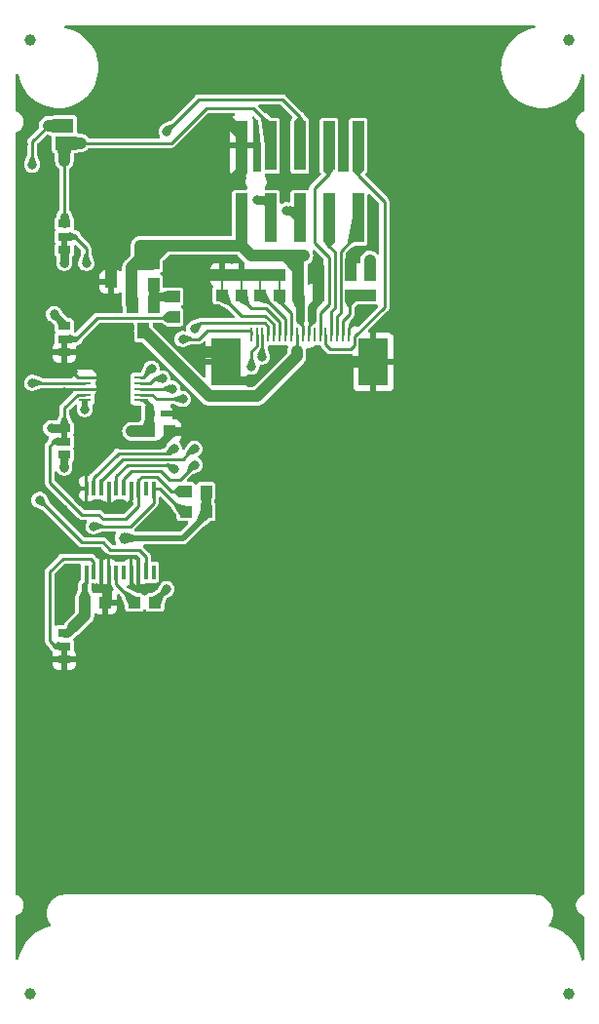
<source format=gbr>
%TF.GenerationSoftware,KiCad,Pcbnew,7.0.9-7.0.9~ubuntu22.04.1*%
%TF.CreationDate,2025-03-11T13:54:09+02:00*%
%TF.ProjectId,MOD-LCD2.8RTP_Rev_D,4d4f442d-4c43-4443-922e-385254505f52,D*%
%TF.SameCoordinates,PX2aea540PY8677d40*%
%TF.FileFunction,Copper,L1,Top*%
%TF.FilePolarity,Positive*%
%FSLAX46Y46*%
G04 Gerber Fmt 4.6, Leading zero omitted, Abs format (unit mm)*
G04 Created by KiCad (PCBNEW 7.0.9-7.0.9~ubuntu22.04.1) date 2025-03-11 13:54:09*
%MOMM*%
%LPD*%
G01*
G04 APERTURE LIST*
%TA.AperFunction,SMDPad,CuDef*%
%ADD10R,1.600200X1.168400*%
%TD*%
%TA.AperFunction,SMDPad,CuDef*%
%ADD11R,1.016000X0.762000*%
%TD*%
%TA.AperFunction,SMDPad,CuDef*%
%ADD12R,0.508000X0.508000*%
%TD*%
%TA.AperFunction,SMDPad,CuDef*%
%ADD13R,1.016000X1.016000*%
%TD*%
%TA.AperFunction,SMDPad,CuDef*%
%ADD14R,1.000000X1.400000*%
%TD*%
%TA.AperFunction,SMDPad,CuDef*%
%ADD15R,0.254000X0.508000*%
%TD*%
%TA.AperFunction,SMDPad,CuDef*%
%ADD16R,0.325000X1.270000*%
%TD*%
%TA.AperFunction,SMDPad,CuDef*%
%ADD17R,0.500000X0.550000*%
%TD*%
%TA.AperFunction,SMDPad,CuDef*%
%ADD18R,1.000000X0.250000*%
%TD*%
%TA.AperFunction,SMDPad,CuDef*%
%ADD19R,1.000000X4.250000*%
%TD*%
%TA.AperFunction,FiducialPad,Global*%
%ADD20C,1.000000*%
%TD*%
%TA.AperFunction,SMDPad,CuDef*%
%ADD21R,2.500000X4.100000*%
%TD*%
%TA.AperFunction,SMDPad,CuDef*%
%ADD22R,0.250000X1.200000*%
%TD*%
%TA.AperFunction,ViaPad*%
%ADD23C,0.800000*%
%TD*%
%TA.AperFunction,ViaPad*%
%ADD24C,1.000000*%
%TD*%
%TA.AperFunction,Conductor*%
%ADD25C,0.508000*%
%TD*%
%TA.AperFunction,Conductor*%
%ADD26C,0.254000*%
%TD*%
%TA.AperFunction,Conductor*%
%ADD27C,0.762000*%
%TD*%
%TA.AperFunction,Conductor*%
%ADD28C,1.016000*%
%TD*%
%TA.AperFunction,Conductor*%
%ADD29C,0.304800*%
%TD*%
%TA.AperFunction,Conductor*%
%ADD30C,0.406400*%
%TD*%
G04 APERTURE END LIST*
D10*
%TO.P,SJ3,2,2*%
%TO.N,/TXD*%
X4530000Y75468000D03*
%TO.P,SJ3,1,1*%
%TO.N,/I2C-IRQ*%
X4530000Y76992000D03*
%TD*%
D11*
%TO.P,SJ1,1,1*%
%TO.N,GND*%
X4530000Y30637000D03*
D12*
X4530000Y31018000D03*
%TO.P,SJ1,2,2*%
%TO.N,Net-(U1-M1)*%
X4530000Y31399000D03*
D11*
X4530000Y31780000D03*
%TO.P,SJ1,3,3*%
%TO.N,+3.3V*%
X4530000Y32923000D03*
%TD*%
%TO.P,SJ2,1,1*%
%TO.N,GND*%
X4530000Y57307000D03*
D12*
X4530000Y57688000D03*
%TO.P,SJ2,2,2*%
%TO.N,Net-(R6-Pad1)*%
X4530000Y58069000D03*
D11*
X4530000Y58450000D03*
%TO.P,SJ2,3,3*%
%TO.N,/RXD*%
X4530000Y59593000D03*
%TD*%
%TO.P,SJ4,1,1*%
%TO.N,/SCL*%
X4530000Y66197000D03*
D12*
X4530000Y66578000D03*
%TO.P,SJ4,2,2*%
%TO.N,Net-(U1-SCK{slash}SCL{slash}TX)*%
X4530000Y66959000D03*
D11*
X4530000Y67340000D03*
%TO.P,SJ4,3,3*%
%TO.N,/TXD*%
X4530000Y68483000D03*
%TD*%
%TO.P,SJ5,3,3*%
%TO.N,/RXD*%
X4530000Y48417000D03*
%TO.P,SJ5,2,2*%
%TO.N,Net-(U1-SDI{slash}SDA{slash}RX)*%
X4530000Y49560000D03*
D12*
X4530000Y49941000D03*
%TO.P,SJ5,1,1*%
%TO.N,/SDA*%
X4530000Y50322000D03*
D11*
X4530000Y50703000D03*
%TD*%
D13*
%TO.P,C1,2*%
%TO.N,+3.3V*%
X24850000Y62260000D03*
%TO.P,C1,1*%
%TO.N,GND*%
X26628000Y62260000D03*
%TD*%
%TO.P,C2,1*%
%TO.N,+3.3V*%
X6308000Y35590000D03*
%TO.P,C2,2*%
%TO.N,GND*%
X8086000Y35590000D03*
%TD*%
%TO.P,C3,1*%
%TO.N,GND*%
X8594000Y63403000D03*
%TO.P,C3,2*%
%TO.N,+3.3V*%
X10372000Y63403000D03*
%TD*%
D14*
%TO.P,FET1,1*%
%TO.N,Net-(FET1-Pad1)*%
X12337960Y61383440D03*
%TO.P,FET1,2*%
%TO.N,+3.3V*%
X10435500Y61383440D03*
%TO.P,FET1,3*%
%TO.N,/LED_A*%
X11390540Y59173640D03*
%TD*%
D13*
%TO.P,R1,1*%
%TO.N,GND*%
X23199000Y64038000D03*
D15*
X23199000Y63349000D03*
%TO.P,R1,2*%
%TO.N,/LED_K1*%
X23199000Y62949000D03*
D13*
X23199000Y62260000D03*
%TD*%
%TO.P,R2,1*%
%TO.N,GND*%
X21548000Y64038000D03*
D15*
X21548000Y63349000D03*
%TO.P,R2,2*%
%TO.N,/LED_K2*%
X21548000Y62949000D03*
D13*
X21548000Y62260000D03*
%TD*%
%TO.P,R3,1*%
%TO.N,GND*%
X19897000Y64038000D03*
D15*
X19897000Y63349000D03*
%TO.P,R3,2*%
%TO.N,/LED_K3*%
X19897000Y62949000D03*
D13*
X19897000Y62260000D03*
%TD*%
%TO.P,R4,1*%
%TO.N,GND*%
X18246000Y64038000D03*
D15*
X18246000Y63349000D03*
%TO.P,R4,2*%
%TO.N,/LED_K4*%
X18246000Y62949000D03*
D13*
X18246000Y62260000D03*
%TD*%
D16*
%TO.P,U1,1,VDD*%
%TO.N,+3.3V*%
X6431000Y38193500D03*
%TO.P,U1,2,M1*%
%TO.N,Net-(U1-M1)*%
X7081000Y38193500D03*
%TO.P,U1,3,SY-*%
%TO.N,GND*%
X7731000Y38193500D03*
%TO.P,U1,4,M2*%
X8381000Y38193500D03*
%TO.P,U1,5,WAKE*%
%TO.N,Net-(U1-WAKE)*%
X9031000Y38193500D03*
%TO.P,U1,6,SIQ*%
%TO.N,unconnected-(U1-SIQ-Pad6)*%
X9681000Y38193500D03*
%TO.P,U1,7,SY+*%
%TO.N,GND*%
X10331000Y38193500D03*
%TO.P,U1,8,SS*%
X10981000Y38193500D03*
%TO.P,U1,9,SDO/I2C_IRQ*%
%TO.N,/I2C-IRQ*%
X11631000Y38193500D03*
%TO.P,U1,10,NC*%
%TO.N,unconnected-(U1-NC-Pad10)*%
X12281000Y38193500D03*
%TO.P,U1,11,SCK/SCL/TX*%
%TO.N,Net-(U1-SCK{slash}SCL{slash}TX)*%
X12281000Y45432500D03*
%TO.P,U1,12,NC*%
%TO.N,unconnected-(U1-NC-Pad12)*%
X11631000Y45432500D03*
%TO.P,U1,13,SDI/SDA/RX*%
%TO.N,Net-(U1-SDI{slash}SDA{slash}RX)*%
X10981000Y45432500D03*
%TO.P,U1,14,SX+*%
%TO.N,GND*%
X10331000Y45432500D03*
%TO.P,U1,15,Y+*%
%TO.N,/YU*%
X9681000Y45432500D03*
%TO.P,U1,16,Y-*%
%TO.N,/YD*%
X9031000Y45432500D03*
%TO.P,U1,17,5WSX-*%
%TO.N,GND*%
X8381000Y45432500D03*
%TO.P,U1,18,X+*%
%TO.N,/XR*%
X7731000Y45432500D03*
%TO.P,U1,19,X-*%
%TO.N,/XL*%
X7081000Y45432500D03*
%TO.P,U1,20,VSS*%
%TO.N,GND*%
X6431000Y45432500D03*
%TD*%
D13*
%TO.P,R7,1*%
%TO.N,Net-(U1-WAKE)*%
X10626000Y35590000D03*
%TO.P,R7,2*%
%TO.N,/XL*%
X12404000Y35590000D03*
%TD*%
%TO.P,R8,1*%
%TO.N,Net-(U1-SCK{slash}SCL{slash}TX)*%
X15071000Y43464000D03*
%TO.P,R8,2*%
%TO.N,+3.3V*%
X16849000Y43464000D03*
%TD*%
%TO.P,R9,1*%
%TO.N,Net-(U1-SDI{slash}SDA{slash}RX)*%
X15071000Y45242000D03*
%TO.P,R9,2*%
%TO.N,+3.3V*%
X16849000Y45242000D03*
%TD*%
%TO.P,R5,1*%
%TO.N,+3.3V*%
X12277000Y65054000D03*
%TO.P,R5,2*%
%TO.N,Net-(FET1-Pad1)*%
X12277000Y63276000D03*
%TD*%
%TO.P,R6,1*%
%TO.N,Net-(R6-Pad1)*%
X14055000Y60355000D03*
%TO.P,R6,2*%
%TO.N,Net-(FET1-Pad1)*%
X14055000Y62133000D03*
%TD*%
%TO.P,C4,1*%
%TO.N,/RESET*%
X29422000Y62260000D03*
%TO.P,C4,2*%
%TO.N,GND*%
X29422000Y64038000D03*
%TD*%
%TO.P,R10,1*%
%TO.N,+3.3V*%
X31073000Y64038000D03*
%TO.P,R10,2*%
%TO.N,/RESET*%
X31073000Y62260000D03*
%TD*%
D17*
%TO.P,C5,1*%
%TO.N,+3.3V*%
X12150000Y51973000D03*
%TO.P,C5,2*%
%TO.N,GND*%
X13166000Y51973000D03*
%TD*%
D13*
%TO.P,C6,1*%
%TO.N,+3.3V*%
X11896000Y50449000D03*
%TO.P,C6,2*%
%TO.N,GND*%
X13674000Y50449000D03*
%TD*%
D18*
%TO.P,U2,1,VDD*%
%TO.N,+3.3V*%
X11121000Y53132000D03*
%TO.P,U2,2,XP*%
%TO.N,/XR*%
X11121000Y53632000D03*
%TO.P,U2,3,YP*%
%TO.N,/YU*%
X11121000Y54132000D03*
%TO.P,U2,4,XN*%
%TO.N,/XL*%
X11121000Y54632000D03*
%TO.P,U2,5,YN*%
%TO.N,/YD*%
X11121000Y55132000D03*
%TO.P,U2,6,GND*%
%TO.N,GND*%
X6321000Y55132000D03*
%TO.P,U2,7,PENIRQ*%
%TO.N,/I2C-IRQ*%
X6321000Y54632000D03*
%TO.P,U2,8,A0*%
%TO.N,GND*%
X6321000Y54132000D03*
%TO.P,U2,9,SDA*%
%TO.N,/SDA*%
X6321000Y53632000D03*
%TO.P,U2,10,SCL*%
%TO.N,/SCL*%
X6321000Y53132000D03*
%TD*%
D19*
%TO.P,UEXT1,1,1*%
%TO.N,+3.3V*%
X19920000Y68975000D03*
%TO.P,UEXT1,2,2*%
%TO.N,GND*%
X19920000Y75225000D03*
%TO.P,UEXT1,3,3*%
%TO.N,/RXD*%
X22460000Y68975000D03*
%TO.P,UEXT1,4,4*%
%TO.N,/TXD*%
X22460000Y75225000D03*
%TO.P,UEXT1,5,5*%
%TO.N,/SCL*%
X25000000Y68975000D03*
%TO.P,UEXT1,6,6*%
%TO.N,/SDA*%
X25000000Y75225000D03*
%TO.P,UEXT1,7,7*%
%TO.N,/D\u005CC*%
X27540000Y68975000D03*
%TO.P,UEXT1,8,8*%
%TO.N,/MOSI*%
X27540000Y75225000D03*
%TO.P,UEXT1,9,9*%
%TO.N,/SCK*%
X30080000Y68975000D03*
%TO.P,UEXT1,10,10*%
%TO.N,/CS*%
X30080000Y75225000D03*
%TD*%
D20*
%TO.P,FID2,Fid1,FID\u002A*%
%TO.N,unconnected-(FID2-FID\u002A-PadFid1)*%
X48400000Y1600000D03*
%TD*%
%TO.P,FID4,Fid1,FID\u002A*%
%TO.N,unconnected-(FID4-FID\u002A-PadFid1)*%
X1600000Y84400000D03*
%TD*%
D21*
%TO.P,LCD1,0,MP*%
%TO.N,GND*%
X18600000Y56450000D03*
X31400000Y56450000D03*
D22*
%TO.P,LCD1,1,GND*%
X29250000Y58800000D03*
%TO.P,LCD1,2,RESET*%
%TO.N,/RESET*%
X28750000Y58800000D03*
%TO.P,LCD1,3,SCL*%
%TO.N,/SCK*%
X28250000Y58800000D03*
%TO.P,LCD1,4,D/C*%
%TO.N,/D\u005CC*%
X27750000Y58800000D03*
%TO.P,LCD1,5,CS*%
%TO.N,/CS*%
X27250000Y58800000D03*
%TO.P,LCD1,6,SDA*%
%TO.N,/MOSI*%
X26750000Y58800000D03*
%TO.P,LCD1,7,SDO*%
%TO.N,unconnected-(LCD1-SDO-Pad7)*%
X26250000Y58800000D03*
%TO.P,LCD1,8,GND*%
%TO.N,GND*%
X25750000Y58800000D03*
%TO.P,LCD1,9,VDD*%
%TO.N,+3.3V*%
X25250000Y58800000D03*
%TO.P,LCD1,10,LED_A*%
%TO.N,/LED_A*%
X24750000Y58800000D03*
%TO.P,LCD1,11,LED_K1*%
%TO.N,/LED_K1*%
X24250000Y58800000D03*
%TO.P,LCD1,12,LED_K2*%
%TO.N,/LED_K2*%
X23750000Y58800000D03*
%TO.P,LCD1,13,LED_K3*%
%TO.N,/LED_K3*%
X23250000Y58800000D03*
%TO.P,LCD1,14,LED_K4*%
%TO.N,/LED_K4*%
X22750000Y58800000D03*
%TO.P,LCD1,15,XL/X-*%
%TO.N,/XL*%
X22250000Y58800000D03*
%TO.P,LCD1,16,YU/Y-*%
%TO.N,/YU*%
X21750000Y58800000D03*
%TO.P,LCD1,17,XR/X+*%
%TO.N,/XR*%
X21250000Y58800000D03*
%TO.P,LCD1,18,YD/Y+*%
%TO.N,/YD*%
X20750000Y58800000D03*
%TD*%
D20*
%TO.P,FID1,Fid1,FID\u002A*%
%TO.N,unconnected-(FID1-FID\u002A-PadFid1)*%
X1600000Y1600000D03*
%TD*%
%TO.P,FID3,Fid1,FID\u002A*%
%TO.N,unconnected-(FID3-FID\u002A-PadFid1)*%
X48400000Y84400000D03*
%TD*%
D23*
%TO.N,GND*%
X16976000Y74452000D03*
X47583000Y10698000D03*
X974000Y75341000D03*
X974000Y65308000D03*
X974000Y58958000D03*
X974000Y53370000D03*
X974000Y47147000D03*
X13928000Y73436000D03*
X7070000Y77500000D03*
X32597000Y72039000D03*
X21548000Y81056000D03*
X12150000Y81564000D03*
X7578000Y84866000D03*
X17484000Y84866000D03*
X24977000Y84866000D03*
X31073000Y80802000D03*
X36280000Y84866000D03*
X40852000Y80675000D03*
X36153000Y76611000D03*
X47964000Y76738000D03*
X42503000Y71023000D03*
X48599000Y66070000D03*
X36407000Y66070000D03*
X42630000Y59974000D03*
X48599000Y52608000D03*
X36661000Y52735000D03*
X25104000Y52735000D03*
X18627000Y47147000D03*
X30311000Y47147000D03*
X42503000Y47147000D03*
X14436000Y39654000D03*
X23834000Y40416000D03*
X36788000Y40416000D03*
X48726000Y40416000D03*
X42249000Y31653000D03*
X30438000Y32034000D03*
X17738000Y32288000D03*
X11769000Y25430000D03*
X24342000Y25684000D03*
X36915000Y25557000D03*
X48726000Y25303000D03*
X48599000Y14127000D03*
X37423000Y14254000D03*
X24596000Y13873000D03*
X12277000Y13492000D03*
X42249000Y18699000D03*
X30438000Y18826000D03*
X18246000Y18826000D03*
X6562000Y18826000D03*
X2117000Y10698000D03*
X1101000Y14889000D03*
X1101000Y22001000D03*
X1101000Y27716000D03*
X1101000Y35209000D03*
X1101000Y43845000D03*
X2625000Y40162000D03*
X7578000Y39908000D03*
X4911000Y37114000D03*
D24*
X4530000Y29240000D03*
X8340000Y57180000D03*
X15833000Y51211000D03*
D23*
X3133000Y70642000D03*
X7324000Y36860000D03*
D24*
X16468000Y64038000D03*
X29295000Y56291000D03*
X16976000Y69626000D03*
X16595000Y57307000D03*
X13801000Y42448000D03*
X8340000Y50322000D03*
D23*
X5800000Y70642000D03*
D24*
X4530000Y53725600D03*
X26628000Y63403000D03*
X18627000Y77500000D03*
D23*
X11007000Y36860000D03*
D24*
X18119000Y69626000D03*
D23*
X12023000Y36860000D03*
D24*
X29422000Y65308000D03*
X8594000Y64927000D03*
X26628000Y64673000D03*
X8340000Y43845000D03*
D23*
X20786000Y54894000D03*
X4403000Y43718000D03*
D24*
X5165000Y55656000D03*
X5546000Y45496000D03*
X30184000Y60355000D03*
X5038000Y61752000D03*
X16468000Y65181000D03*
D23*
X8340000Y36860000D03*
D24*
%TO.N,+3.3V*%
X31073000Y65308000D03*
X25358000Y65689000D03*
X10372000Y50449000D03*
X11134000Y66578000D03*
X11134000Y65435000D03*
X6308000Y34447000D03*
X9737000Y41178000D03*
D23*
%TO.N,/YU*%
X21675000Y56926000D03*
X13928000Y54132000D03*
X15833000Y47528000D03*
%TO.N,/XL*%
X13420000Y36733000D03*
X14055000Y48925000D03*
X13039000Y55021000D03*
X15833000Y59339000D03*
%TO.N,/YD*%
X14817000Y58450000D03*
X12118250Y55878250D03*
X14055000Y47147000D03*
%TO.N,/XR*%
X15833000Y48925000D03*
X14817000Y53243000D03*
X20786000Y56037000D03*
%TO.N,/RXD*%
X3641000Y60609000D03*
X21294000Y70515000D03*
X4530000Y47274000D03*
%TO.N,/SCL*%
X4530000Y65054000D03*
X23834000Y69626000D03*
X6308000Y52354000D03*
%TO.N,/SDA*%
X13420000Y76484000D03*
X3387000Y50703000D03*
%TO.N,/I2C-IRQ*%
X1736000Y73563000D03*
X2371000Y44480000D03*
X1736000Y54640000D03*
%TO.N,Net-(U1-SCK{slash}SCL{slash}TX)*%
X7070000Y42194000D03*
X6435000Y65054000D03*
%TD*%
D25*
%TO.N,GND*%
X14563000Y51973000D02*
X14690000Y51846000D01*
X13166000Y51973000D02*
X14563000Y51973000D01*
X5546000Y44607000D02*
X5546000Y45496000D01*
X6054000Y44099000D02*
X5546000Y44607000D01*
X8086000Y44099000D02*
X6054000Y44099000D01*
X8340000Y43845000D02*
X8086000Y44099000D01*
D26*
X10331000Y45432500D02*
X10331000Y44566000D01*
X10331000Y44566000D02*
X9610000Y43845000D01*
X9610000Y43845000D02*
X8340000Y43845000D01*
X7578000Y54132000D02*
X7832000Y53878000D01*
X6321000Y54132000D02*
X7578000Y54132000D01*
X7848000Y55132000D02*
X7959000Y55021000D01*
X6321000Y55132000D02*
X7848000Y55132000D01*
%TO.N,+3.3V*%
X25250000Y58800000D02*
X25250000Y59624800D01*
X25250000Y59624800D02*
X24977000Y59897800D01*
X24977000Y59897800D02*
X24977000Y60101000D01*
%TO.N,GND*%
X25750000Y58800000D02*
X25750000Y59629400D01*
X25750000Y59629400D02*
X25993000Y59872400D01*
X25993000Y59872400D02*
X25993000Y60101000D01*
D27*
%TO.N,/SCL*%
X23834000Y69626000D02*
X24972200Y69626000D01*
X24972200Y69626000D02*
X25000000Y69598200D01*
X25000000Y69598200D02*
X25000000Y68975000D01*
D28*
%TO.N,+3.3V*%
X12277000Y65054000D02*
X12150000Y64927000D01*
X12150000Y64927000D02*
X10626000Y64927000D01*
X10626000Y64927000D02*
X10372000Y64673000D01*
X19920000Y66578000D02*
X13293000Y66578000D01*
X13293000Y66578000D02*
X12277000Y66578000D01*
X12277000Y65054000D02*
X12277000Y65562000D01*
X12277000Y65562000D02*
X13293000Y66578000D01*
X24850000Y64546000D02*
X24850000Y62260000D01*
X24850000Y65689000D02*
X24850000Y64546000D01*
X20786000Y65689000D02*
X23707000Y65689000D01*
X23707000Y65689000D02*
X24850000Y65689000D01*
X24850000Y64546000D02*
X23707000Y65689000D01*
%TO.N,GND*%
X18119000Y69626000D02*
X18119000Y71150000D01*
X18119000Y71150000D02*
X19920000Y72951000D01*
X19920000Y72951000D02*
X19920000Y75225000D01*
D26*
%TO.N,/I2C-IRQ*%
X1736000Y73563000D02*
X1736000Y75595000D01*
X1736000Y75595000D02*
X3133000Y76992000D01*
D27*
%TO.N,/SDA*%
X4530000Y50703000D02*
X3387000Y50703000D01*
D26*
%TO.N,/YD*%
X12118250Y55878250D02*
X11372000Y55132000D01*
X11372000Y55132000D02*
X11121000Y55132000D01*
%TO.N,/YU*%
X13928000Y54132000D02*
X11121000Y54132000D01*
D28*
%TO.N,/LED_A*%
X24750000Y57434000D02*
X24750000Y56953000D01*
X24750000Y56953000D02*
X21294000Y53497000D01*
X21294000Y53497000D02*
X17103000Y53497000D01*
X17103000Y53497000D02*
X11426360Y59173640D01*
X11426360Y59173640D02*
X11390540Y59173640D01*
D26*
%TO.N,/I2C-IRQ*%
X2371000Y44480000D02*
X6054000Y40797000D01*
X6054000Y40797000D02*
X7895500Y40797000D01*
X11007000Y40162000D02*
X11631000Y39538000D01*
X7895500Y40797000D02*
X8530500Y40162000D01*
X11631000Y39538000D02*
X11631000Y38193500D01*
X8530500Y40162000D02*
X11007000Y40162000D01*
D25*
%TO.N,+3.3V*%
X6308000Y37114000D02*
X6308000Y35590000D01*
D29*
X6431000Y37237000D02*
X6308000Y37114000D01*
X6431000Y38193500D02*
X6431000Y37237000D01*
D26*
%TO.N,Net-(U1-M1)*%
X7081000Y38193500D02*
X7081000Y39135000D01*
X3260000Y32288000D02*
X3768000Y31780000D01*
X7081000Y39135000D02*
X6816000Y39400000D01*
X6816000Y39400000D02*
X4403000Y39400000D01*
X4403000Y39400000D02*
X3260000Y38257000D01*
X3260000Y38257000D02*
X3260000Y32288000D01*
D25*
X4530000Y31780000D02*
X3768000Y31780000D01*
%TO.N,GND*%
X4530000Y30637000D02*
X4530000Y29240000D01*
D27*
%TO.N,+3.3V*%
X4530000Y32923000D02*
X4784000Y32923000D01*
X4784000Y32923000D02*
X5292000Y33431000D01*
D28*
X6308000Y34447000D02*
X5292000Y33431000D01*
X6308000Y35590000D02*
X6308000Y34447000D01*
D29*
%TO.N,GND*%
X10331000Y38193500D02*
X10331000Y37256600D01*
X10331000Y37256600D02*
X10727600Y36860000D01*
X10727600Y36860000D02*
X11007000Y36860000D01*
D27*
X8086000Y35590000D02*
X8213000Y35717000D01*
X8213000Y35717000D02*
X8213000Y36733000D01*
X8213000Y36733000D02*
X8340000Y36860000D01*
D29*
X10981000Y38193500D02*
X10981000Y36886000D01*
X10981000Y36886000D02*
X11007000Y36860000D01*
D27*
X7324000Y36860000D02*
X7705000Y36860000D01*
X7705000Y36860000D02*
X8340000Y36860000D01*
D29*
X7731000Y38193500D02*
X7731000Y36886000D01*
D26*
X7731000Y36886000D02*
X7705000Y36860000D01*
D29*
X8381000Y38193500D02*
X8381000Y36901000D01*
D26*
X8381000Y36901000D02*
X8340000Y36860000D01*
D27*
X26628000Y61879000D02*
X25993000Y61244000D01*
X19643000Y54894000D02*
X20786000Y54894000D01*
X26628000Y62260000D02*
X26628000Y61879000D01*
D28*
X29454000Y56450000D02*
X31400000Y56450000D01*
D27*
X25993000Y61244000D02*
X25993000Y60101000D01*
D28*
X11667400Y69626000D02*
X16976000Y69626000D01*
D26*
X29250000Y59421000D02*
X29250000Y58800000D01*
D25*
X4530000Y56291000D02*
X4530000Y57307000D01*
D27*
X13674000Y50195000D02*
X13674000Y50449000D01*
D28*
X8594000Y66552600D02*
X11667400Y69626000D01*
X18446000Y57307000D02*
X18600000Y57153000D01*
D25*
X5165000Y55656000D02*
X4530000Y56291000D01*
D26*
X4530000Y53725600D02*
X4936400Y54132000D01*
D28*
X29422000Y64038000D02*
X29422000Y65308000D01*
X16595000Y57307000D02*
X18446000Y57307000D01*
D26*
X6367500Y45496000D02*
X6431000Y45432500D01*
D27*
X18600000Y55937000D02*
X19643000Y54894000D01*
D28*
X19920000Y76207000D02*
X19920000Y75225000D01*
D25*
X8340000Y57180000D02*
X6054000Y57180000D01*
D27*
X9356000Y49306000D02*
X12785000Y49306000D01*
D25*
X30184000Y60355000D02*
X29485500Y59656500D01*
D28*
X8594000Y63403000D02*
X8594000Y64927000D01*
D27*
X11007000Y36860000D02*
X12023000Y36860000D01*
D28*
X21548000Y64038000D02*
X23199000Y64038000D01*
X18627000Y77500000D02*
X19920000Y76207000D01*
D26*
X4936400Y54132000D02*
X6321000Y54132000D01*
X8340000Y43845000D02*
X8381000Y43886000D01*
D28*
X16468000Y65181000D02*
X16468000Y64038000D01*
X16976000Y69626000D02*
X18119000Y69626000D01*
D26*
X29485500Y59656500D02*
X29250000Y59421000D01*
D28*
X26628000Y63403000D02*
X26628000Y62260000D01*
D27*
X15833000Y51211000D02*
X15071000Y50449000D01*
D28*
X19897000Y64038000D02*
X18246000Y64038000D01*
D27*
X12785000Y49306000D02*
X13674000Y50195000D01*
D26*
X5546000Y45496000D02*
X6367500Y45496000D01*
D28*
X18600000Y57153000D02*
X18600000Y56450000D01*
X26628000Y64673000D02*
X26628000Y63403000D01*
X18246000Y64038000D02*
X16468000Y64038000D01*
X8594000Y64927000D02*
X8594000Y66552600D01*
D26*
X8381000Y43886000D02*
X8381000Y45432500D01*
X5165000Y55656000D02*
X5689000Y55132000D01*
D27*
X8340000Y50322000D02*
X9356000Y49306000D01*
D26*
X5689000Y55132000D02*
X6321000Y55132000D01*
D27*
X15071000Y50449000D02*
X13674000Y50449000D01*
D28*
X21548000Y64038000D02*
X19897000Y64038000D01*
X29295000Y56291000D02*
X29454000Y56450000D01*
D27*
X18600000Y56450000D02*
X18600000Y55937000D01*
%TO.N,+3.3V*%
X24977000Y62133000D02*
X24977000Y60101000D01*
D25*
X14817000Y41178000D02*
X16849000Y43210000D01*
D28*
X11896000Y65435000D02*
X11134000Y65435000D01*
X19920000Y68975000D02*
X19920000Y66555000D01*
X10372000Y61446940D02*
X10435500Y61383440D01*
X11134000Y65943000D02*
X11134000Y66578000D01*
D27*
X16849000Y43464000D02*
X16849000Y45242000D01*
D28*
X12277000Y65943000D02*
X12277000Y65054000D01*
D26*
X11372000Y53132000D02*
X11896000Y52608000D01*
D27*
X11896000Y50449000D02*
X11896000Y52227000D01*
D26*
X11121000Y53132000D02*
X11372000Y53132000D01*
D28*
X10372000Y63403000D02*
X10372000Y61446940D01*
X11134000Y65435000D02*
X11134000Y65943000D01*
D27*
X11896000Y52227000D02*
X11896000Y52608000D01*
D28*
X19920000Y66555000D02*
X20786000Y65689000D01*
D25*
X16849000Y43210000D02*
X16849000Y43464000D01*
D28*
X11896000Y50449000D02*
X10372000Y50449000D01*
X10372000Y64673000D02*
X10372000Y63403000D01*
X19920000Y68975000D02*
X19920000Y66578000D01*
D27*
X24850000Y62260000D02*
X24977000Y62133000D01*
D28*
X12277000Y65054000D02*
X11896000Y65435000D01*
D26*
X11896000Y52862000D02*
X11626000Y53132000D01*
X11896000Y52608000D02*
X11896000Y52862000D01*
D28*
X12277000Y66578000D02*
X12277000Y65943000D01*
X11134000Y65435000D02*
X10372000Y64673000D01*
X25358000Y65689000D02*
X24850000Y65689000D01*
X11134000Y66578000D02*
X12277000Y66578000D01*
X12277000Y65943000D02*
X11134000Y65943000D01*
X31073000Y64038000D02*
X31073000Y65308000D01*
D26*
X11626000Y53132000D02*
X11121000Y53132000D01*
D25*
X9737000Y41178000D02*
X14817000Y41178000D01*
D30*
X12150000Y51973000D02*
X11896000Y52227000D01*
D26*
%TO.N,/RESET*%
X28750000Y58800000D02*
X28750000Y60064000D01*
D28*
X29422000Y62260000D02*
X31073000Y62260000D01*
D26*
X28750000Y60064000D02*
X29295000Y60609000D01*
X29295000Y62133000D02*
X29422000Y62260000D01*
X29295000Y60609000D02*
X29295000Y62133000D01*
%TO.N,/MOSI*%
X26750000Y58800000D02*
X26750000Y60731000D01*
X27517000Y65562000D02*
X26247000Y66832000D01*
X27517000Y61498000D02*
X27517000Y65562000D01*
X26750000Y60731000D02*
X27517000Y61498000D01*
X26247000Y71531000D02*
X27540000Y72824000D01*
X26247000Y66832000D02*
X26247000Y71531000D01*
X27540000Y72824000D02*
X27540000Y75225000D01*
%TO.N,/SCK*%
X30080000Y67617000D02*
X28533000Y66070000D01*
X28533000Y60736000D02*
X28250000Y60453000D01*
X28533000Y66070000D02*
X28533000Y60736000D01*
X30080000Y68975000D02*
X30080000Y67617000D01*
X28250000Y60453000D02*
X28250000Y58800000D01*
%TO.N,/CS*%
X30080000Y75225000D02*
X30080000Y72651000D01*
X29777600Y58634150D02*
X29777600Y57916600D01*
X32343000Y61199550D02*
X29777600Y58634150D01*
X29777600Y57916600D02*
X29422000Y57561000D01*
X29422000Y57561000D02*
X27644000Y57561000D01*
X30080000Y72651000D02*
X32343000Y70388000D01*
X27644000Y57561000D02*
X27250000Y57955000D01*
X27250000Y57955000D02*
X27250000Y58800000D01*
X32343000Y70388000D02*
X32343000Y61199550D01*
%TO.N,/YU*%
X9681000Y46329000D02*
X9681000Y45432500D01*
X15833000Y47528000D02*
X14563000Y46258000D01*
X10372000Y47020000D02*
X9681000Y46329000D01*
X21750000Y58800000D02*
X21750000Y57001000D01*
X14563000Y46258000D02*
X13676448Y46258000D01*
X21750000Y57001000D02*
X21675000Y56926000D01*
X13676448Y46258000D02*
X12914448Y47020000D01*
X12914448Y47020000D02*
X10372000Y47020000D01*
%TO.N,/XL*%
X7081000Y45432500D02*
X7081000Y46396000D01*
X13039000Y55021000D02*
X12404000Y55021000D01*
X12015000Y54632000D02*
X11121000Y54632000D01*
X16341000Y59847000D02*
X21929000Y59847000D01*
X12404000Y35717000D02*
X13420000Y36733000D01*
X22250000Y59526000D02*
X22250000Y58800000D01*
X21929000Y59847000D02*
X22250000Y59526000D01*
X12404000Y35590000D02*
X12404000Y35717000D01*
X15833000Y59339000D02*
X16341000Y59847000D01*
X12404000Y55021000D02*
X12015000Y54632000D01*
X9229000Y48544000D02*
X13674000Y48544000D01*
X13674000Y48544000D02*
X14055000Y48925000D01*
X7081000Y46396000D02*
X9229000Y48544000D01*
%TO.N,/YD*%
X14055000Y47147000D02*
X13674000Y47528000D01*
X14817000Y58450000D02*
X16214000Y58450000D01*
X9991000Y47528000D02*
X9031000Y46568000D01*
X16214000Y58450000D02*
X16976000Y59212000D01*
X16976000Y59212000D02*
X20659000Y59212000D01*
X20659000Y59212000D02*
X20750000Y59121000D01*
X13674000Y47528000D02*
X9991000Y47528000D01*
X9031000Y46568000D02*
X9031000Y45432500D01*
X20750000Y59121000D02*
X20750000Y58800000D01*
%TO.N,/XR*%
X15706000Y48925000D02*
X14817000Y48036000D01*
X14817000Y53243000D02*
X12531000Y53243000D01*
X14817000Y48036000D02*
X9610000Y48036000D01*
X21250000Y57834500D02*
X21250000Y58800000D01*
X20786000Y56037000D02*
X20786000Y57370500D01*
X12142000Y53632000D02*
X11121000Y53632000D01*
X20786000Y57370500D02*
X21250000Y57834500D01*
X15833000Y48925000D02*
X15706000Y48925000D01*
X7731000Y46157000D02*
X7731000Y45432500D01*
X9610000Y48036000D02*
X7731000Y46157000D01*
X12531000Y53243000D02*
X12142000Y53632000D01*
%TO.N,/RXD*%
X22460000Y69880000D02*
X22460000Y68975000D01*
D27*
X21294000Y70515000D02*
X21929000Y70515000D01*
D25*
X4530000Y59720000D02*
X3641000Y60609000D01*
X4530000Y48417000D02*
X4530000Y47274000D01*
D27*
X22460000Y69984000D02*
X22460000Y69880000D01*
X21929000Y70515000D02*
X22460000Y69984000D01*
D25*
X4530000Y59593000D02*
X4530000Y59720000D01*
D26*
%TO.N,/TXD*%
X4530000Y69118000D02*
X4530000Y73944000D01*
X22460000Y76969000D02*
X20913000Y78516000D01*
X20913000Y78516000D02*
X16849000Y78516000D01*
X16849000Y78516000D02*
X13801000Y75468000D01*
X13801000Y75468000D02*
X5927000Y75468000D01*
D28*
X4530000Y75468000D02*
X4530000Y73944000D01*
D26*
X22460000Y75225000D02*
X22460000Y76969000D01*
D28*
X4530000Y75468000D02*
X5927000Y75468000D01*
D27*
X4530000Y68483000D02*
X4530000Y69118000D01*
%TO.N,/SCL*%
X4530000Y66197000D02*
X4530000Y65054000D01*
D26*
X25000000Y70769000D02*
X25000000Y68975000D01*
X6308000Y52354000D02*
X6321000Y52367000D01*
X6321000Y52367000D02*
X6321000Y53132000D01*
%TO.N,/SDA*%
X23453000Y79278000D02*
X25000000Y77731000D01*
X16214000Y79278000D02*
X23453000Y79278000D01*
X4530000Y52481000D02*
X4530000Y51465000D01*
X25000000Y77731000D02*
X25000000Y75225000D01*
X5681000Y53632000D02*
X4530000Y52481000D01*
X13420000Y76484000D02*
X16214000Y79278000D01*
D25*
X4530000Y50703000D02*
X4530000Y51465000D01*
D26*
X6321000Y53632000D02*
X5681000Y53632000D01*
D25*
%TO.N,Net-(R6-Pad1)*%
X4530000Y58450000D02*
X5546000Y58450000D01*
D26*
X5546000Y58450000D02*
X7374800Y60278800D01*
X13978800Y60278800D02*
X14055000Y60355000D01*
X7374800Y60278800D02*
X13978800Y60278800D01*
%TO.N,/I2C-IRQ*%
X5559000Y54640000D02*
X5567000Y54632000D01*
X1736000Y54640000D02*
X5559000Y54640000D01*
X5567000Y54632000D02*
X6321000Y54632000D01*
D28*
X3133000Y76992000D02*
X4530000Y76992000D01*
D26*
%TO.N,/D\u005CC*%
X28025000Y61117000D02*
X27750000Y60842000D01*
X27540000Y68975000D02*
X27540000Y66491500D01*
X28025000Y66006500D02*
X28025000Y61117000D01*
X27540000Y66491500D02*
X28025000Y66006500D01*
X27750000Y60842000D02*
X27750000Y58800000D01*
%TO.N,Net-(U1-WAKE)*%
X10626000Y35590000D02*
X9031000Y37185000D01*
X9031000Y37185000D02*
X9031000Y38193500D01*
%TO.N,Net-(U1-SCK{slash}SCL{slash}TX)*%
X7070000Y42194000D02*
X10245000Y42194000D01*
D25*
X4530000Y67340000D02*
X5419000Y67340000D01*
D26*
X14817000Y43464000D02*
X15071000Y43464000D01*
X12281000Y45432500D02*
X12848500Y45432500D01*
X10245000Y42194000D02*
X12281000Y44230000D01*
X12281000Y44230000D02*
X12281000Y45432500D01*
X5419000Y67340000D02*
X6435000Y66324000D01*
X12848500Y45432500D02*
X14817000Y43464000D01*
X6435000Y66324000D02*
X6435000Y65054000D01*
%TO.N,Net-(U1-SDI{slash}SDA{slash}RX)*%
X10981000Y45432500D02*
X10981000Y46189600D01*
X3260000Y49179000D02*
X3260000Y46004000D01*
X12562750Y46512000D02*
X13832750Y45242000D01*
D25*
X4530000Y49560000D02*
X3641000Y49560000D01*
D26*
X7514500Y43210000D02*
X7895500Y42829000D01*
X9864000Y42829000D02*
X10981000Y43946000D01*
X6054000Y43210000D02*
X7514500Y43210000D01*
X13832750Y45242000D02*
X15071000Y45242000D01*
X3260000Y46004000D02*
X6054000Y43210000D01*
X10981000Y43946000D02*
X10981000Y45432500D01*
X10981000Y46189600D02*
X11303400Y46512000D01*
X11303400Y46512000D02*
X12562750Y46512000D01*
X3641000Y49560000D02*
X3260000Y49179000D01*
X7895500Y42829000D02*
X9864000Y42829000D01*
D27*
%TO.N,Net-(FET1-Pad1)*%
X12337960Y63215040D02*
X12277000Y63276000D01*
X12337960Y61383440D02*
X12337960Y63215040D01*
X12337960Y62107600D02*
X12337960Y61383440D01*
X14055000Y62133000D02*
X12363360Y62133000D01*
X12363360Y62133000D02*
X12337960Y62107600D01*
D26*
%TO.N,/LED_A*%
X24750000Y57434000D02*
X24750000Y58800000D01*
%TO.N,/LED_K1*%
X24250000Y58800000D02*
X24250000Y60701000D01*
X23199000Y61752000D02*
X23199000Y62260000D01*
X24250000Y60701000D02*
X23199000Y61752000D01*
%TO.N,/LED_K2*%
X21548000Y62260000D02*
X21675000Y62260000D01*
X23750000Y60185000D02*
X23750000Y58800000D01*
X21675000Y62260000D02*
X23750000Y60185000D01*
%TO.N,/LED_K3*%
X19897000Y62260000D02*
X19897000Y62006000D01*
X23250000Y59948400D02*
X23250000Y58800000D01*
X19897000Y62006000D02*
X20786000Y61117000D01*
X22081400Y61117000D02*
X23250000Y59948400D01*
X20786000Y61117000D02*
X22081400Y61117000D01*
%TO.N,/LED_K4*%
X22750000Y59737200D02*
X22750000Y58800000D01*
X22005200Y60482000D02*
X22750000Y59737200D01*
X19897000Y60482000D02*
X22005200Y60482000D01*
X18246000Y62260000D02*
X18246000Y62133000D01*
X18246000Y62133000D02*
X19897000Y60482000D01*
%TD*%
%TA.AperFunction,Conductor*%
%TO.N,GND*%
G36*
X5905321Y38947698D02*
G01*
X5951814Y38894042D01*
X5963200Y38841700D01*
X5963200Y37611998D01*
X5943198Y37543877D01*
X5923203Y37519914D01*
X5870067Y37470288D01*
X5870066Y37470287D01*
X5790599Y37339609D01*
X5790181Y37338921D01*
X5748700Y37190874D01*
X5748700Y37190872D01*
X5748700Y36719000D01*
X5735398Y36662651D01*
X5526228Y36244313D01*
X5505623Y36187502D01*
X5504031Y36183538D01*
X5497665Y36169120D01*
X5497661Y36169106D01*
X5494700Y36143584D01*
X5494700Y36119458D01*
X5494353Y36112850D01*
X5492307Y36093447D01*
X5492451Y36090632D01*
X5494700Y36068973D01*
X5494700Y34836071D01*
X5474698Y34767950D01*
X5457795Y34746976D01*
X4684617Y33973799D01*
X4599002Y33866442D01*
X4519485Y33701321D01*
X4517147Y33694638D01*
X4514344Y33695619D01*
X4486117Y33645238D01*
X4423437Y33611895D01*
X4397999Y33609300D01*
X3976425Y33609300D01*
X3976421Y33609299D01*
X3950891Y33606338D01*
X3950887Y33606337D01*
X3869194Y33570266D01*
X3798798Y33561048D01*
X3734594Y33591353D01*
X3696966Y33651558D01*
X3692300Y33685530D01*
X3692300Y38025745D01*
X3712302Y38093866D01*
X3729205Y38114840D01*
X4545160Y38930795D01*
X4607472Y38964821D01*
X4634255Y38967700D01*
X5837200Y38967700D01*
X5905321Y38947698D01*
G37*
%TD.AperFunction*%
%TA.AperFunction,Conductor*%
G36*
X12899057Y44754540D02*
G01*
X12944014Y44725621D01*
X13843786Y43825850D01*
X13864112Y43799226D01*
X14241124Y43138824D01*
X14257700Y43076357D01*
X14257700Y42910426D01*
X14257701Y42910421D01*
X14260662Y42884892D01*
X14260663Y42884888D01*
X14306765Y42780475D01*
X14387472Y42699768D01*
X14387474Y42699767D01*
X14387475Y42699766D01*
X14491891Y42653662D01*
X14517421Y42650700D01*
X15194540Y42650701D01*
X15262660Y42630699D01*
X15309153Y42577043D01*
X15319257Y42506770D01*
X15289764Y42442189D01*
X15283635Y42435606D01*
X14622236Y41774205D01*
X14559923Y41740180D01*
X14533140Y41737300D01*
X10811640Y41737300D01*
X10780262Y41741270D01*
X10747661Y41749653D01*
X10694521Y41763318D01*
X10633528Y41799655D01*
X10601863Y41863199D01*
X10609579Y41933776D01*
X10636803Y41974440D01*
X12567026Y43904663D01*
X12572270Y43909349D01*
X12601478Y43932640D01*
X12633628Y43979797D01*
X12667520Y44025718D01*
X12667521Y44025723D01*
X12671348Y44032965D01*
X12674884Y44040309D01*
X12674888Y44040313D01*
X12691707Y44094841D01*
X12710562Y44148722D01*
X12710562Y44148725D01*
X12712076Y44156728D01*
X12713300Y44164843D01*
X12713300Y44221908D01*
X12715434Y44278949D01*
X12714377Y44288331D01*
X12715283Y44288434D01*
X12713300Y44303501D01*
X12713300Y44565008D01*
X12716203Y44591898D01*
X12724478Y44629781D01*
X12731825Y44663415D01*
X12765904Y44725696D01*
X12828245Y44759667D01*
X12899057Y44754540D01*
G37*
%TD.AperFunction*%
%TA.AperFunction,Conductor*%
G36*
X23550895Y57898985D02*
G01*
X23553891Y57897662D01*
X23579421Y57894700D01*
X23871973Y57894701D01*
X23940093Y57874699D01*
X23986586Y57821044D01*
X23996691Y57750770D01*
X23990902Y57727086D01*
X23965688Y57655028D01*
X23952074Y57616121D01*
X23945772Y57560187D01*
X23936700Y57479673D01*
X23936700Y57342070D01*
X23916698Y57273949D01*
X23899795Y57252975D01*
X20994025Y54347205D01*
X20931713Y54313179D01*
X20904930Y54310300D01*
X20484000Y54310300D01*
X20415879Y54330302D01*
X20369386Y54383958D01*
X20358000Y54436300D01*
X20358000Y55256918D01*
X20378002Y55325039D01*
X20431658Y55371532D01*
X20501932Y55381636D01*
X20528681Y55374730D01*
X20534055Y55372693D01*
X20534060Y55372690D01*
X20700361Y55331700D01*
X20700362Y55331700D01*
X20871638Y55331700D01*
X20871639Y55331700D01*
X21037940Y55372690D01*
X21189599Y55452286D01*
X21317802Y55565865D01*
X21415099Y55706823D01*
X21475835Y55866971D01*
X21475898Y55867485D01*
X21496480Y56036997D01*
X21496480Y56037006D01*
X21491319Y56079514D01*
X21502964Y56149549D01*
X21550625Y56202170D01*
X21616400Y56220700D01*
X21760638Y56220700D01*
X21760639Y56220700D01*
X21926940Y56261690D01*
X22078599Y56341286D01*
X22206802Y56454865D01*
X22304099Y56595823D01*
X22364835Y56755971D01*
X22366646Y56770879D01*
X22385480Y56925997D01*
X22385480Y56926004D01*
X22364836Y57096027D01*
X22349458Y57136574D01*
X22343629Y57162844D01*
X22342841Y57162711D01*
X22341874Y57168450D01*
X22341874Y57168458D01*
X22191304Y57736414D01*
X22193182Y57807384D01*
X22233132Y57866074D01*
X22298470Y57893849D01*
X22313097Y57894701D01*
X22420575Y57894701D01*
X22420578Y57894701D01*
X22446109Y57897662D01*
X22449102Y57898984D01*
X22452697Y57899455D01*
X22455253Y57900150D01*
X22455347Y57899802D01*
X22519492Y57908205D01*
X22550895Y57898985D01*
X22553891Y57897662D01*
X22579421Y57894700D01*
X22920578Y57894701D01*
X22946109Y57897662D01*
X22949102Y57898984D01*
X22952697Y57899455D01*
X22955253Y57900150D01*
X22955347Y57899802D01*
X23019492Y57908205D01*
X23050895Y57898985D01*
X23053891Y57897662D01*
X23079421Y57894700D01*
X23420578Y57894701D01*
X23446109Y57897662D01*
X23449102Y57898984D01*
X23452697Y57899455D01*
X23455253Y57900150D01*
X23455347Y57899802D01*
X23519492Y57908205D01*
X23550895Y57898985D01*
G37*
%TD.AperFunction*%
%TA.AperFunction,Conductor*%
G36*
X19576051Y65744698D02*
G01*
X19597025Y65727795D01*
X20121814Y65203006D01*
X20155840Y65140694D01*
X20151000Y65073025D01*
X20151000Y64292000D01*
X23327000Y64292000D01*
X23395121Y64271998D01*
X23441614Y64218342D01*
X23453000Y64166000D01*
X23453000Y63910000D01*
X23432998Y63841879D01*
X23379342Y63795386D01*
X23327000Y63784000D01*
X17230000Y63784000D01*
X17230000Y63481403D01*
X17236505Y63420907D01*
X17287555Y63284036D01*
X17287555Y63284035D01*
X17375094Y63167098D01*
X17450126Y63110929D01*
X17492672Y63054093D01*
X17497736Y62983277D01*
X17485397Y62954685D01*
X17486482Y62954206D01*
X17435661Y62839108D01*
X17432700Y62813584D01*
X17432700Y61706426D01*
X17432701Y61706422D01*
X17435662Y61680892D01*
X17435663Y61680888D01*
X17481765Y61576475D01*
X17562472Y61495768D01*
X17562474Y61495767D01*
X17562475Y61495766D01*
X17666891Y61449662D01*
X17692421Y61446700D01*
X17897407Y61446701D01*
X17954429Y61433060D01*
X18398706Y61207595D01*
X18649862Y61080136D01*
X18708392Y61050433D01*
X18740466Y61027169D01*
X19273240Y60494395D01*
X19307266Y60432083D01*
X19302201Y60361268D01*
X19259654Y60304432D01*
X19193134Y60279621D01*
X19184145Y60279300D01*
X16368819Y60279300D01*
X16361760Y60279696D01*
X16324652Y60283878D01*
X16324651Y60283877D01*
X16268583Y60273268D01*
X16212137Y60264760D01*
X16204365Y60262364D01*
X16196602Y60259647D01*
X16146168Y60232991D01*
X16094723Y60208217D01*
X16087992Y60203628D01*
X16081389Y60198755D01*
X16074670Y60192036D01*
X16027990Y60162489D01*
X15589207Y60005654D01*
X15583082Y60003809D01*
X15581062Y60003312D01*
X15581055Y60003309D01*
X15578390Y60001910D01*
X15573102Y59999441D01*
X15566280Y59996633D01*
X15566268Y59996627D01*
X15562381Y59993977D01*
X15556176Y59990251D01*
X15429408Y59923719D01*
X15429401Y59923715D01*
X15301198Y59810136D01*
X15203903Y59669181D01*
X15203899Y59669173D01*
X15143165Y59509032D01*
X15143163Y59509025D01*
X15122520Y59339004D01*
X15122520Y59338996D01*
X15130293Y59274976D01*
X15118648Y59204941D01*
X15070987Y59152320D01*
X15002443Y59133819D01*
X14975058Y59137450D01*
X14902640Y59155300D01*
X14902639Y59155300D01*
X14731361Y59155300D01*
X14731359Y59155300D01*
X14565060Y59114311D01*
X14413402Y59034715D01*
X14413401Y59034715D01*
X14285198Y58921136D01*
X14187903Y58780181D01*
X14187899Y58780173D01*
X14127165Y58620032D01*
X14127163Y58620025D01*
X14106520Y58450004D01*
X14106520Y58449997D01*
X14127163Y58279976D01*
X14127165Y58279969D01*
X14177086Y58148339D01*
X14187901Y58119823D01*
X14285198Y57978865D01*
X14413401Y57865286D01*
X14565060Y57785690D01*
X14731361Y57744700D01*
X14731362Y57744700D01*
X14902638Y57744700D01*
X14902639Y57744700D01*
X15068940Y57785690D01*
X15068948Y57785695D01*
X15076071Y57788395D01*
X15076128Y57788245D01*
X15084256Y57791442D01*
X15084117Y57791813D01*
X15547498Y57965549D01*
X15665202Y58009681D01*
X15709436Y58017700D01*
X16186182Y58017700D01*
X16193238Y58017305D01*
X16230347Y58013123D01*
X16286427Y58023734D01*
X16342862Y58032240D01*
X16350684Y58034654D01*
X16358383Y58037349D01*
X16358392Y58037350D01*
X16408853Y58064020D01*
X16460274Y58088782D01*
X16460276Y58088785D01*
X16467028Y58093388D01*
X16473603Y58098241D01*
X16473608Y58098243D01*
X16513972Y58138608D01*
X16555803Y58177421D01*
X16555803Y58177422D01*
X16561691Y58184805D01*
X16562409Y58184233D01*
X16571651Y58196288D01*
X16626907Y58251544D01*
X16689218Y58285567D01*
X16760034Y58280501D01*
X16816869Y58237954D01*
X16841679Y58171434D01*
X16842000Y58162446D01*
X16842000Y56704000D01*
X18728000Y56704000D01*
X18796121Y56683998D01*
X18842614Y56630342D01*
X18854000Y56578000D01*
X18854000Y56322000D01*
X18833998Y56253879D01*
X18780342Y56207386D01*
X18728000Y56196000D01*
X16842000Y56196000D01*
X16842000Y55212370D01*
X16821998Y55144249D01*
X16768342Y55097756D01*
X16698068Y55087652D01*
X16633488Y55117146D01*
X16626905Y55123275D01*
X12232744Y59517436D01*
X12198718Y59579748D01*
X12195839Y59606531D01*
X12195839Y59720500D01*
X12215841Y59788621D01*
X12269497Y59835114D01*
X12321839Y59846500D01*
X12909820Y59846500D01*
X12974644Y59828545D01*
X13379526Y59585616D01*
X13456211Y59552692D01*
X13456224Y59552689D01*
X13461240Y59550924D01*
X13465773Y59549130D01*
X13475891Y59544662D01*
X13501421Y59541700D01*
X13532946Y59541701D01*
X13540767Y59541214D01*
X13548838Y59540207D01*
X13552047Y59539805D01*
X13552047Y59539806D01*
X13552049Y59539805D01*
X13558466Y59540071D01*
X13574166Y59541701D01*
X14608575Y59541701D01*
X14608578Y59541701D01*
X14634109Y59544662D01*
X14738525Y59590766D01*
X14819234Y59671475D01*
X14865338Y59775891D01*
X14868300Y59801421D01*
X14868299Y60908578D01*
X14865338Y60934109D01*
X14831891Y61009860D01*
X14819234Y61038526D01*
X14738527Y61119233D01*
X14738525Y61119234D01*
X14717005Y61128736D01*
X14662768Y61174549D01*
X14641909Y61242412D01*
X14661051Y61310779D01*
X14714116Y61357945D01*
X14717005Y61359264D01*
X14717557Y61359509D01*
X14738525Y61368766D01*
X14819234Y61449475D01*
X14865338Y61553891D01*
X14868300Y61579421D01*
X14868299Y62686578D01*
X14865338Y62712109D01*
X14832753Y62785907D01*
X14819234Y62816526D01*
X14738527Y62897233D01*
X14738525Y62897234D01*
X14634107Y62943339D01*
X14634108Y62943339D01*
X14608583Y62946300D01*
X14608579Y62946300D01*
X13590677Y62946300D01*
X13582118Y62946884D01*
X13579152Y62947290D01*
X13579149Y62947290D01*
X13572407Y62946884D01*
X13564597Y62946414D01*
X13560817Y62946300D01*
X13501426Y62946300D01*
X13501417Y62946299D01*
X13475890Y62943339D01*
X13466753Y62940853D01*
X13466708Y62941018D01*
X13464051Y62940114D01*
X13246858Y62885816D01*
X13175920Y62888699D01*
X13117802Y62929477D01*
X13090956Y62995202D01*
X13090299Y63008054D01*
X13090299Y63829575D01*
X13090299Y63829578D01*
X13087338Y63855109D01*
X13063101Y63910000D01*
X13041234Y63959526D01*
X12960527Y64040233D01*
X12960525Y64040234D01*
X12939005Y64049736D01*
X12884768Y64095549D01*
X12863909Y64163412D01*
X12883051Y64231779D01*
X12936116Y64278945D01*
X12939005Y64280264D01*
X12939557Y64280509D01*
X12960525Y64289766D01*
X12962759Y64292000D01*
X17230000Y64292000D01*
X17992000Y64292000D01*
X17992000Y65054000D01*
X18500000Y65054000D01*
X18500000Y64292000D01*
X19643000Y64292000D01*
X19643000Y65054000D01*
X19340402Y65054000D01*
X19279906Y65047495D01*
X19143034Y64996445D01*
X19135128Y64992127D01*
X19133831Y64994502D01*
X19080478Y64974607D01*
X19011105Y64989705D01*
X19004307Y64994074D01*
X18999965Y64996445D01*
X18863093Y65047495D01*
X18802597Y65054000D01*
X18500000Y65054000D01*
X17992000Y65054000D01*
X17689402Y65054000D01*
X17628906Y65047495D01*
X17492035Y64996445D01*
X17492034Y64996445D01*
X17375095Y64908905D01*
X17287555Y64791966D01*
X17287555Y64791965D01*
X17236505Y64655094D01*
X17230000Y64594598D01*
X17230000Y64292000D01*
X12962759Y64292000D01*
X13041234Y64370475D01*
X13087338Y64474891D01*
X13090300Y64500421D01*
X13090300Y65049113D01*
X13090300Y65145637D01*
X13090300Y65172930D01*
X13110302Y65241051D01*
X13127205Y65262025D01*
X13592975Y65727795D01*
X13655287Y65761821D01*
X13682070Y65764700D01*
X19507930Y65764700D01*
X19576051Y65744698D01*
G37*
%TD.AperFunction*%
%TA.AperFunction,Conductor*%
G36*
X31661822Y61448179D02*
G01*
X31718669Y61447049D01*
X31777621Y61407487D01*
X31805825Y61342333D01*
X31794327Y61272273D01*
X31769871Y61237787D01*
X30059867Y59527784D01*
X29997555Y59493758D01*
X29926739Y59498823D01*
X29869904Y59541370D01*
X29852716Y59572846D01*
X29825443Y59645967D01*
X29737904Y59762905D01*
X29620965Y59850445D01*
X29484091Y59901496D01*
X29476425Y59903307D01*
X29477001Y59905747D01*
X29422780Y59928221D01*
X29382303Y59986548D01*
X29379785Y60057500D01*
X29412769Y60115406D01*
X29496119Y60198756D01*
X29581017Y60283655D01*
X29586270Y60288349D01*
X29615478Y60311640D01*
X29647635Y60358807D01*
X29681520Y60404718D01*
X29681522Y60404727D01*
X29685345Y60411959D01*
X29688886Y60419310D01*
X29688886Y60419311D01*
X29688888Y60419313D01*
X29705711Y60473855D01*
X29724561Y60527722D01*
X29724561Y60527725D01*
X29726082Y60535765D01*
X29727300Y60543843D01*
X29727300Y60600935D01*
X29729433Y60657950D01*
X29728376Y60667332D01*
X29729283Y60667435D01*
X29727300Y60682497D01*
X29727300Y61073328D01*
X29747302Y61141449D01*
X29758834Y61156708D01*
X29776409Y61176619D01*
X29878077Y61291805D01*
X29977176Y61404080D01*
X30037251Y61441916D01*
X30071642Y61446700D01*
X31122472Y61446700D01*
X31122488Y61446701D01*
X31626575Y61446701D01*
X31626578Y61446701D01*
X31652109Y61449662D01*
X31652110Y61449663D01*
X31661524Y61450754D01*
X31661822Y61448179D01*
G37*
%TD.AperFunction*%
%TA.AperFunction,Conductor*%
G36*
X25864813Y61308460D02*
G01*
X25874035Y61301556D01*
X26010906Y61250506D01*
X26071402Y61244001D01*
X26071415Y61244000D01*
X26340811Y61244000D01*
X26408932Y61223998D01*
X26455425Y61170342D01*
X26465529Y61100068D01*
X26436035Y61035488D01*
X26433178Y61032301D01*
X26429521Y61028360D01*
X26397371Y60981204D01*
X26363481Y60935286D01*
X26359655Y60928047D01*
X26356110Y60920685D01*
X26346349Y60889041D01*
X26339292Y60866160D01*
X26329124Y60837101D01*
X26320437Y60812276D01*
X26318919Y60804259D01*
X26317700Y60796163D01*
X26317700Y60739093D01*
X26315565Y60682050D01*
X26316623Y60672671D01*
X26315714Y60672569D01*
X26317700Y60657501D01*
X26317700Y59954887D01*
X26297698Y59886766D01*
X26244042Y59840273D01*
X26173768Y59830169D01*
X26130048Y59848274D01*
X26128876Y59846125D01*
X26120964Y59850445D01*
X25984093Y59901495D01*
X25923597Y59908000D01*
X25787131Y59908000D01*
X25719010Y59928002D01*
X25672517Y59981658D01*
X25662050Y60049187D01*
X25663299Y60059478D01*
X25663300Y60059487D01*
X25663300Y61207595D01*
X25683302Y61275716D01*
X25736958Y61322209D01*
X25807232Y61332313D01*
X25864813Y61308460D01*
G37*
%TD.AperFunction*%
%TA.AperFunction,Conductor*%
G36*
X26266461Y66186548D02*
G01*
X26309125Y66158510D01*
X27047795Y65419840D01*
X27081821Y65357528D01*
X27084700Y65330745D01*
X27084700Y63402000D01*
X27064698Y63333879D01*
X27011042Y63287386D01*
X26958700Y63276000D01*
X26882000Y63276000D01*
X26882000Y62132000D01*
X26861998Y62063879D01*
X26808342Y62017386D01*
X26756000Y62006000D01*
X26500000Y62006000D01*
X26431879Y62026002D01*
X26385386Y62079658D01*
X26374000Y62132000D01*
X26374000Y63276000D01*
X26071402Y63276000D01*
X26010906Y63269495D01*
X25874035Y63218445D01*
X25874034Y63218444D01*
X25864809Y63211538D01*
X25798288Y63186727D01*
X25728914Y63201819D01*
X25678712Y63252021D01*
X25663300Y63312406D01*
X25663300Y64850671D01*
X25683302Y64918792D01*
X25722263Y64957358D01*
X25868293Y65049113D01*
X25997887Y65178707D01*
X26095394Y65333890D01*
X26155926Y65506879D01*
X26176446Y65689000D01*
X26155926Y65871121D01*
X26101100Y66027801D01*
X26097481Y66098704D01*
X26132770Y66160309D01*
X26195763Y66193056D01*
X26266461Y66186548D01*
G37*
%TD.AperFunction*%
%TA.AperFunction,Conductor*%
G36*
X31093811Y71025371D02*
G01*
X31100394Y71019242D01*
X31873795Y70245841D01*
X31907821Y70183529D01*
X31910700Y70156746D01*
X31910700Y65924671D01*
X31890698Y65856550D01*
X31837042Y65810057D01*
X31766768Y65799953D01*
X31702188Y65829447D01*
X31695605Y65835576D01*
X31583295Y65947886D01*
X31505701Y65996641D01*
X31428110Y66045394D01*
X31428109Y66045395D01*
X31428108Y66045395D01*
X31341615Y66075660D01*
X31255121Y66105926D01*
X31073000Y66126446D01*
X30890879Y66105926D01*
X30890876Y66105926D01*
X30890876Y66105925D01*
X30717891Y66045395D01*
X30562704Y65947886D01*
X30433114Y65818296D01*
X30335605Y65663109D01*
X30300415Y65562541D01*
X30275074Y65490121D01*
X30262997Y65382935D01*
X30259700Y65353673D01*
X30259700Y65146688D01*
X30239698Y65078567D01*
X30186042Y65032074D01*
X30115768Y65021970D01*
X30089669Y65028632D01*
X30039094Y65047495D01*
X30039096Y65047495D01*
X29978597Y65054000D01*
X29676000Y65054000D01*
X29676000Y63910000D01*
X29655998Y63841879D01*
X29602342Y63795386D01*
X29550000Y63784000D01*
X29294000Y63784000D01*
X29225879Y63804002D01*
X29179386Y63857658D01*
X29168000Y63910000D01*
X29168000Y65054000D01*
X29091300Y65054000D01*
X29023179Y65074002D01*
X28976686Y65127658D01*
X28965300Y65180000D01*
X28965300Y65838746D01*
X28985302Y65906867D01*
X29002199Y65927836D01*
X29456624Y66382261D01*
X29502228Y66411419D01*
X29843637Y66536960D01*
X29887122Y66544701D01*
X30625575Y66544701D01*
X30625578Y66544701D01*
X30651109Y66547662D01*
X30755525Y66593766D01*
X30836234Y66674475D01*
X30882338Y66778891D01*
X30885300Y66804421D01*
X30885299Y70930148D01*
X30905301Y70998268D01*
X30958957Y71044761D01*
X31029231Y71054865D01*
X31093811Y71025371D01*
G37*
%TD.AperFunction*%
%TA.AperFunction,Conductor*%
G36*
X45419097Y85674698D02*
G01*
X45465590Y85621042D01*
X45475694Y85550768D01*
X45446200Y85486188D01*
X45386474Y85447804D01*
X45371019Y85444305D01*
X45356141Y85441908D01*
X45259000Y85426257D01*
X44899012Y85328084D01*
X44899009Y85328083D01*
X44551514Y85192209D01*
X44551507Y85192207D01*
X44551497Y85192202D01*
X44551488Y85192198D01*
X44551485Y85192196D01*
X44220399Y85020155D01*
X44220396Y85020153D01*
X43909452Y84813881D01*
X43909445Y84813876D01*
X43622202Y84575732D01*
X43361883Y84308388D01*
X43131464Y84014900D01*
X42933543Y83698575D01*
X42770370Y83363014D01*
X42770369Y83363013D01*
X42643788Y83012008D01*
X42643786Y83012002D01*
X42555232Y82649532D01*
X42555228Y82649509D01*
X42505706Y82279696D01*
X42505705Y82279687D01*
X42495772Y81906690D01*
X42495772Y81906684D01*
X42525542Y81534741D01*
X42594683Y81168057D01*
X42594686Y81168048D01*
X42702399Y80810820D01*
X42702403Y80810811D01*
X42847484Y80467044D01*
X42847492Y80467027D01*
X42983092Y80222228D01*
X43028293Y80140626D01*
X43137536Y79985101D01*
X43242772Y79835282D01*
X43242777Y79835276D01*
X43488482Y79554474D01*
X43488484Y79554472D01*
X43762655Y79301371D01*
X44062171Y79078849D01*
X44062172Y79078847D01*
X44062176Y79078845D01*
X44062177Y79078844D01*
X44383655Y78889415D01*
X44723446Y78735230D01*
X45077702Y78618036D01*
X45442408Y78539161D01*
X45442410Y78539161D01*
X45442414Y78539160D01*
X45813418Y78499500D01*
X45813425Y78499500D01*
X45813431Y78499499D01*
X45813436Y78499499D01*
X46093219Y78499499D01*
X46372596Y78514389D01*
X46372601Y78514390D01*
X46372609Y78514390D01*
X46740995Y78573743D01*
X47100986Y78671916D01*
X47448503Y78807798D01*
X47779607Y78979849D01*
X48090547Y79186119D01*
X48377801Y79424272D01*
X48638114Y79691609D01*
X48868535Y79985101D01*
X49066455Y80301422D01*
X49229631Y80636989D01*
X49356213Y80987999D01*
X49444769Y81350476D01*
X49444771Y81350492D01*
X49444883Y81351082D01*
X49444947Y81351210D01*
X49445565Y81353735D01*
X49446162Y81353589D01*
X49477164Y81414315D01*
X49538507Y81450058D01*
X49609436Y81446962D01*
X49667432Y81406011D01*
X49694081Y81340206D01*
X49694700Y81327729D01*
X49694700Y78276728D01*
X49674698Y78208607D01*
X49621042Y78162114D01*
X49607641Y78156897D01*
X49529753Y78131589D01*
X49529750Y78131588D01*
X49529747Y78131586D01*
X49364949Y78036440D01*
X49364939Y78036433D01*
X49223526Y77909104D01*
X49111667Y77755144D01*
X49111667Y77755143D01*
X49034266Y77581297D01*
X48994790Y77395575D01*
X48994700Y77395151D01*
X48994700Y77204849D01*
X49034266Y77018706D01*
X49062569Y76955135D01*
X49111670Y76844853D01*
X49223526Y76690897D01*
X49364939Y76563568D01*
X49364945Y76563564D01*
X49364947Y76563562D01*
X49529753Y76468411D01*
X49607638Y76443105D01*
X49666241Y76403034D01*
X49693879Y76337638D01*
X49694700Y76323273D01*
X49694700Y10276728D01*
X49674698Y10208607D01*
X49621042Y10162114D01*
X49607641Y10156897D01*
X49529753Y10131589D01*
X49529750Y10131588D01*
X49529747Y10131586D01*
X49364949Y10036440D01*
X49364939Y10036433D01*
X49223526Y9909104D01*
X49111667Y9755144D01*
X49111667Y9755143D01*
X49034266Y9581297D01*
X48994700Y9395152D01*
X48994700Y9204849D01*
X49034266Y9018706D01*
X49111670Y8844853D01*
X49223526Y8690897D01*
X49364939Y8563568D01*
X49364945Y8563564D01*
X49364947Y8563562D01*
X49529753Y8468411D01*
X49607638Y8443105D01*
X49666241Y8403034D01*
X49693879Y8337638D01*
X49694700Y8323273D01*
X49694700Y4645457D01*
X49674698Y4577336D01*
X49621042Y4530843D01*
X49550768Y4520739D01*
X49486188Y4550233D01*
X49447804Y4609959D01*
X49444882Y4622110D01*
X49405316Y4831944D01*
X49405313Y4831953D01*
X49297600Y5189181D01*
X49297596Y5189190D01*
X49152515Y5532957D01*
X49152511Y5532967D01*
X48971707Y5859374D01*
X48757232Y6164713D01*
X48757227Y6164719D01*
X48757222Y6164725D01*
X48511517Y6445527D01*
X48511515Y6445529D01*
X48237344Y6698630D01*
X48061813Y6829039D01*
X47937827Y6921153D01*
X47937827Y6921154D01*
X47769813Y7020155D01*
X47616345Y7110585D01*
X47276554Y7264770D01*
X46922298Y7381964D01*
X46922297Y7381965D01*
X46922288Y7381967D01*
X46742040Y7420949D01*
X46679686Y7454899D01*
X46645586Y7517170D01*
X46650565Y7587992D01*
X46672860Y7625929D01*
X46698836Y7656341D01*
X46830466Y7871141D01*
X46926873Y8103889D01*
X46985683Y8348852D01*
X47005449Y8600000D01*
X46985683Y8851148D01*
X46926873Y9096111D01*
X46830466Y9328859D01*
X46698836Y9543659D01*
X46666692Y9581295D01*
X46535224Y9735225D01*
X46343662Y9898834D01*
X46343660Y9898835D01*
X46343659Y9898836D01*
X46128859Y10030466D01*
X46114454Y10036433D01*
X45896109Y10126874D01*
X45653226Y10185184D01*
X45651148Y10185683D01*
X45604081Y10189388D01*
X45462885Y10200500D01*
X45462882Y10200500D01*
X4537118Y10200500D01*
X4537115Y10200500D01*
X4348852Y10185683D01*
X4103890Y10126874D01*
X3871142Y10030467D01*
X3656339Y9898835D01*
X3656337Y9898834D01*
X3464775Y9735225D01*
X3301166Y9543663D01*
X3301165Y9543661D01*
X3169533Y9328858D01*
X3073126Y9096110D01*
X3014317Y8851148D01*
X2994551Y8600000D01*
X3014317Y8348853D01*
X3073126Y8103891D01*
X3073127Y8103889D01*
X3169534Y7871141D01*
X3301163Y7656342D01*
X3301165Y7656340D01*
X3301166Y7656338D01*
X3323527Y7630157D01*
X3352558Y7565368D01*
X3341953Y7495168D01*
X3295078Y7441845D01*
X3260867Y7426766D01*
X2899012Y7328084D01*
X2899009Y7328083D01*
X2551514Y7192209D01*
X2551507Y7192207D01*
X2551497Y7192202D01*
X2551488Y7192198D01*
X2551485Y7192196D01*
X2220399Y7020155D01*
X2220396Y7020153D01*
X1909452Y6813881D01*
X1909445Y6813876D01*
X1622202Y6575732D01*
X1361883Y6308388D01*
X1131464Y6014900D01*
X933543Y5698575D01*
X770370Y5363014D01*
X770369Y5363013D01*
X643788Y5012008D01*
X643786Y5012002D01*
X555230Y4649522D01*
X555116Y4648914D01*
X555051Y4648787D01*
X554435Y4646265D01*
X553837Y4646411D01*
X522832Y4585682D01*
X461487Y4549942D01*
X390558Y4553041D01*
X332565Y4593995D01*
X305919Y4659801D01*
X305300Y4672272D01*
X305300Y8323273D01*
X325302Y8391394D01*
X378958Y8437887D01*
X392347Y8443101D01*
X470247Y8468411D01*
X635053Y8563562D01*
X675522Y8600000D01*
X776473Y8690897D01*
X776473Y8690898D01*
X776475Y8690899D01*
X888332Y8844856D01*
X965734Y9018706D01*
X1005300Y9204849D01*
X1005300Y9395151D01*
X965734Y9581294D01*
X888332Y9755143D01*
X888330Y9755146D01*
X888329Y9755148D01*
X776473Y9909104D01*
X635060Y10036433D01*
X635050Y10036440D01*
X478415Y10126873D01*
X470247Y10131589D01*
X392362Y10156896D01*
X333758Y10196969D01*
X306121Y10262366D01*
X305300Y10276728D01*
X305300Y30383000D01*
X3514000Y30383000D01*
X3514000Y30207403D01*
X3520505Y30146907D01*
X3571555Y30010036D01*
X3571555Y30010035D01*
X3659095Y29893096D01*
X3776034Y29805556D01*
X3912906Y29754506D01*
X3973402Y29748001D01*
X3973415Y29748000D01*
X4276000Y29748000D01*
X4276000Y30383000D01*
X4784000Y30383000D01*
X4784000Y29748000D01*
X5086585Y29748000D01*
X5086597Y29748001D01*
X5147093Y29754506D01*
X5283964Y29805556D01*
X5283965Y29805556D01*
X5400904Y29893096D01*
X5488444Y30010035D01*
X5488444Y30010036D01*
X5539494Y30146907D01*
X5545999Y30207403D01*
X5546000Y30207415D01*
X5546000Y30383000D01*
X4784000Y30383000D01*
X4276000Y30383000D01*
X3514000Y30383000D01*
X305300Y30383000D01*
X305300Y54639997D01*
X1025520Y54639997D01*
X1046163Y54469976D01*
X1046165Y54469969D01*
X1091127Y54351415D01*
X1106901Y54309823D01*
X1204198Y54168865D01*
X1332401Y54055286D01*
X1484060Y53975690D01*
X1650361Y53934700D01*
X1650362Y53934700D01*
X1821638Y53934700D01*
X1821639Y53934700D01*
X1987940Y53975690D01*
X1987948Y53975695D01*
X1995071Y53978395D01*
X1995128Y53978245D01*
X2003256Y53981442D01*
X2003117Y53981813D01*
X2584202Y54199680D01*
X2628436Y54207700D01*
X5187000Y54207700D01*
X5255121Y54187698D01*
X5301614Y54134042D01*
X5313000Y54081700D01*
X5313000Y53958398D01*
X5314617Y53943365D01*
X5302011Y53873497D01*
X5278434Y53840802D01*
X4243991Y52806357D01*
X4238721Y52801647D01*
X4209522Y52778362D01*
X4209520Y52778360D01*
X4177371Y52731204D01*
X4143481Y52685286D01*
X4139655Y52678047D01*
X4136110Y52670685D01*
X4126349Y52639041D01*
X4119292Y52616160D01*
X4108443Y52585154D01*
X4100437Y52562276D01*
X4098919Y52554259D01*
X4097700Y52546163D01*
X4097700Y52489093D01*
X4095565Y52432050D01*
X4096623Y52422671D01*
X4095714Y52422569D01*
X4097700Y52407501D01*
X4097700Y51865855D01*
X4079357Y51800387D01*
X4053785Y51758335D01*
X4012181Y51689921D01*
X3994521Y51626891D01*
X3970698Y51541867D01*
X3969598Y51533860D01*
X3964306Y51511173D01*
X3952400Y51475455D01*
X3911883Y51417155D01*
X3846278Y51390016D01*
X3832866Y51389300D01*
X3565025Y51389300D01*
X3534871Y51392961D01*
X3472640Y51408300D01*
X3472639Y51408300D01*
X3301361Y51408300D01*
X3301359Y51408300D01*
X3135060Y51367311D01*
X2983402Y51287715D01*
X2983401Y51287715D01*
X2855198Y51174136D01*
X2757903Y51033181D01*
X2757899Y51033173D01*
X2697165Y50873032D01*
X2697163Y50873025D01*
X2676520Y50703004D01*
X2676520Y50703000D01*
X2697163Y50532976D01*
X2697165Y50532969D01*
X2757899Y50372828D01*
X2757901Y50372823D01*
X2855198Y50231865D01*
X2983401Y50118286D01*
X3029880Y50093892D01*
X3123973Y50044509D01*
X3174996Y49995141D01*
X3191229Y49926025D01*
X3168358Y49860280D01*
X3139737Y49819734D01*
X3139735Y49819730D01*
X3088250Y49674865D01*
X3088249Y49674860D01*
X3087342Y49661593D01*
X3062737Y49594996D01*
X3050731Y49581097D01*
X2973985Y49504352D01*
X2968716Y49499643D01*
X2939524Y49476363D01*
X2939517Y49476355D01*
X2907371Y49429204D01*
X2873481Y49383286D01*
X2869655Y49376047D01*
X2866110Y49368685D01*
X2856349Y49337041D01*
X2849292Y49314160D01*
X2840512Y49289068D01*
X2830437Y49260276D01*
X2828919Y49252259D01*
X2827700Y49244163D01*
X2827700Y49187093D01*
X2825565Y49130050D01*
X2826623Y49120671D01*
X2825714Y49120569D01*
X2827700Y49105501D01*
X2827700Y46031819D01*
X2827304Y46024760D01*
X2823123Y45987654D01*
X2833733Y45931573D01*
X2842240Y45875137D01*
X2844659Y45867296D01*
X2847348Y45859612D01*
X2874019Y45809147D01*
X2898781Y45757727D01*
X2903397Y45750958D01*
X2908242Y45744394D01*
X2908243Y45744392D01*
X2948607Y45704028D01*
X2984620Y45665215D01*
X2987420Y45662198D01*
X2994806Y45656308D01*
X2994236Y45655594D01*
X3006291Y45646344D01*
X5728650Y42923985D01*
X5733352Y42918723D01*
X5750179Y42897623D01*
X5756640Y42889522D01*
X5756643Y42889520D01*
X5756644Y42889519D01*
X5763437Y42884888D01*
X5803796Y42857372D01*
X5849718Y42823480D01*
X5849720Y42823480D01*
X5849722Y42823478D01*
X5856927Y42819670D01*
X5864308Y42816116D01*
X5864313Y42816112D01*
X5918845Y42799291D01*
X5972723Y42780438D01*
X5972729Y42780438D01*
X5980744Y42778921D01*
X5988839Y42777701D01*
X5988841Y42777700D01*
X5988843Y42777700D01*
X6045908Y42777700D01*
X6102949Y42775566D01*
X6102949Y42775567D01*
X6102950Y42775566D01*
X6112329Y42776623D01*
X6112431Y42775717D01*
X6127500Y42777700D01*
X6375823Y42777700D01*
X6443944Y42757698D01*
X6490437Y42704042D01*
X6500541Y42633768D01*
X6479520Y42580127D01*
X6440901Y42524177D01*
X6440901Y42524176D01*
X6440899Y42524173D01*
X6380165Y42364032D01*
X6380163Y42364025D01*
X6359520Y42194004D01*
X6359520Y42193997D01*
X6380163Y42023976D01*
X6380165Y42023969D01*
X6419057Y41921421D01*
X6440901Y41863823D01*
X6538198Y41722865D01*
X6666401Y41609286D01*
X6818060Y41529690D01*
X6984361Y41488700D01*
X6984362Y41488700D01*
X7155638Y41488700D01*
X7155639Y41488700D01*
X7321940Y41529690D01*
X7321948Y41529695D01*
X7329071Y41532395D01*
X7329128Y41532245D01*
X7337256Y41535442D01*
X7337117Y41535813D01*
X7874514Y41737300D01*
X7918202Y41753681D01*
X7962436Y41761700D01*
X8924705Y41761700D01*
X8992826Y41741698D01*
X9039319Y41688042D01*
X9049423Y41617768D01*
X9031392Y41568663D01*
X9006857Y41529618D01*
X8946921Y41358329D01*
X8926604Y41178000D01*
X8946921Y40997672D01*
X9006857Y40826383D01*
X9031392Y40787337D01*
X9050698Y40719016D01*
X9030003Y40651102D01*
X8975876Y40605159D01*
X8924705Y40594300D01*
X8761755Y40594300D01*
X8693634Y40614302D01*
X8672660Y40631205D01*
X8477482Y40826383D01*
X8220843Y41083022D01*
X8216140Y41088285D01*
X8192860Y41117479D01*
X8145703Y41149629D01*
X8107261Y41178000D01*
X8099782Y41183520D01*
X8099780Y41183521D01*
X8092555Y41187340D01*
X8085185Y41190889D01*
X8030659Y41207708D01*
X7976775Y41226563D01*
X7968783Y41228076D01*
X7960660Y41229300D01*
X7960659Y41229300D01*
X7960657Y41229300D01*
X7903592Y41229300D01*
X7846549Y41231435D01*
X7837171Y41230377D01*
X7837068Y41231284D01*
X7822000Y41229300D01*
X6285255Y41229300D01*
X6217134Y41249302D01*
X6196160Y41266205D01*
X3307732Y44154633D01*
X3282124Y44191582D01*
X3261141Y44237736D01*
X3073705Y44650029D01*
X3027701Y44751221D01*
X3027380Y44751921D01*
X3027058Y44752624D01*
X3027057Y44752625D01*
X3027058Y44752625D01*
X3025317Y44755081D01*
X3010309Y44783253D01*
X3003882Y44800200D01*
X3000099Y44810177D01*
X3000098Y44810178D01*
X3000097Y44810182D01*
X2902802Y44951135D01*
X2774598Y45064715D01*
X2622939Y45144311D01*
X2456640Y45185300D01*
X2456639Y45185300D01*
X2285361Y45185300D01*
X2285359Y45185300D01*
X2119060Y45144311D01*
X1967402Y45064715D01*
X1967401Y45064715D01*
X1839198Y44951136D01*
X1741903Y44810181D01*
X1741899Y44810173D01*
X1681165Y44650032D01*
X1681163Y44650025D01*
X1660520Y44480004D01*
X1660520Y44479997D01*
X1681163Y44309976D01*
X1681165Y44309969D01*
X1731497Y44177255D01*
X1741901Y44149823D01*
X1839198Y44008865D01*
X1967401Y43895286D01*
X2081962Y43835160D01*
X2088847Y43830964D01*
X2099777Y43823300D01*
X2592619Y43599244D01*
X2659418Y43568876D01*
X2696367Y43543268D01*
X5728650Y40510985D01*
X5733354Y40505722D01*
X5756639Y40476523D01*
X5803801Y40444368D01*
X5849714Y40410483D01*
X5849717Y40410482D01*
X5849719Y40410480D01*
X5849721Y40410480D01*
X5856975Y40406646D01*
X5864311Y40403113D01*
X5864313Y40403112D01*
X5918848Y40386290D01*
X5972723Y40367438D01*
X5972729Y40367438D01*
X5980744Y40365921D01*
X5988839Y40364701D01*
X5988841Y40364700D01*
X5988843Y40364700D01*
X6045908Y40364700D01*
X6102949Y40362566D01*
X6102949Y40362567D01*
X6102950Y40362566D01*
X6112329Y40363623D01*
X6112431Y40362717D01*
X6127500Y40364700D01*
X7664245Y40364700D01*
X7732366Y40344698D01*
X7753340Y40327795D01*
X8205150Y39875985D01*
X8209852Y39870724D01*
X8233140Y39841522D01*
X8250229Y39829871D01*
X8280301Y39809368D01*
X8326214Y39775483D01*
X8326217Y39775482D01*
X8326219Y39775480D01*
X8326221Y39775480D01*
X8333475Y39771646D01*
X8340811Y39768113D01*
X8340813Y39768112D01*
X8395348Y39751290D01*
X8449223Y39732438D01*
X8449229Y39732438D01*
X8457244Y39730921D01*
X8465339Y39729701D01*
X8465341Y39729700D01*
X8465343Y39729700D01*
X8522408Y39729700D01*
X8579449Y39727566D01*
X8579449Y39727567D01*
X8579450Y39727566D01*
X8588829Y39728623D01*
X8588931Y39727717D01*
X8604000Y39729700D01*
X10775745Y39729700D01*
X10843866Y39709698D01*
X10864840Y39692795D01*
X11106595Y39451040D01*
X11140621Y39388728D01*
X11143500Y39361945D01*
X11143500Y38891000D01*
X11123498Y38822879D01*
X11069842Y38776386D01*
X11017500Y38765000D01*
X10944500Y38765000D01*
X10876379Y38785002D01*
X10829886Y38838658D01*
X10818500Y38891000D01*
X10818500Y39336500D01*
X10769902Y39336500D01*
X10709403Y39329995D01*
X10709402Y39329994D01*
X10700028Y39326498D01*
X10629212Y39321436D01*
X10611972Y39326498D01*
X10602597Y39329994D01*
X10602596Y39329995D01*
X10542097Y39336500D01*
X10493500Y39336500D01*
X10493500Y38891000D01*
X10473498Y38822879D01*
X10419842Y38776386D01*
X10367500Y38765000D01*
X10294500Y38765000D01*
X10226379Y38785002D01*
X10179886Y38838658D01*
X10168500Y38891000D01*
X10168500Y39336500D01*
X10119902Y39336500D01*
X10059406Y39329995D01*
X9922535Y39278945D01*
X9922534Y39278945D01*
X9805594Y39191404D01*
X9800266Y39184286D01*
X9743428Y39141742D01*
X9699403Y39133800D01*
X9472925Y39133800D01*
X9472921Y39133799D01*
X9447389Y39130838D01*
X9447388Y39130838D01*
X9406890Y39112957D01*
X9336494Y39103741D01*
X9305107Y39112957D01*
X9264607Y39130839D01*
X9264608Y39130839D01*
X9239083Y39133800D01*
X9012597Y39133800D01*
X8944476Y39153802D01*
X8911729Y39184291D01*
X8906404Y39191405D01*
X8789465Y39278945D01*
X8652593Y39329995D01*
X8592097Y39336500D01*
X8543500Y39336500D01*
X8543500Y38891000D01*
X8523498Y38822879D01*
X8469842Y38776386D01*
X8417500Y38765000D01*
X8344500Y38765000D01*
X8276379Y38785002D01*
X8229886Y38838658D01*
X8218500Y38891000D01*
X8218500Y39336500D01*
X8169902Y39336500D01*
X8109403Y39329995D01*
X8109402Y39329994D01*
X8100028Y39326498D01*
X8029212Y39321436D01*
X8011972Y39326498D01*
X8002597Y39329994D01*
X8002596Y39329995D01*
X7942097Y39336500D01*
X7893500Y39336500D01*
X7893500Y38891000D01*
X7873498Y38822879D01*
X7819842Y38776386D01*
X7767500Y38765000D01*
X7694500Y38765000D01*
X7626379Y38785002D01*
X7579886Y38838658D01*
X7568500Y38891000D01*
X7568500Y39336500D01*
X7539250Y39336500D01*
X7471129Y39356502D01*
X7437868Y39387682D01*
X7432759Y39394604D01*
X7432757Y39394608D01*
X7392392Y39434973D01*
X7353579Y39476803D01*
X7353578Y39476804D01*
X7346196Y39482691D01*
X7346764Y39483404D01*
X7334710Y39492655D01*
X7273016Y39554349D01*
X7141343Y39686022D01*
X7136640Y39691285D01*
X7113360Y39720479D01*
X7066203Y39752629D01*
X7045224Y39768112D01*
X7020282Y39786520D01*
X7020280Y39786521D01*
X7013055Y39790340D01*
X7005685Y39793889D01*
X6951159Y39810708D01*
X6941228Y39814183D01*
X6897278Y39829562D01*
X6897277Y39829563D01*
X6897275Y39829563D01*
X6889283Y39831076D01*
X6881160Y39832300D01*
X6881159Y39832300D01*
X6881157Y39832300D01*
X6824092Y39832300D01*
X6767049Y39834435D01*
X6757671Y39833377D01*
X6757568Y39834284D01*
X6742500Y39832300D01*
X4430819Y39832300D01*
X4423760Y39832696D01*
X4409666Y39834284D01*
X4386653Y39836877D01*
X4330572Y39826267D01*
X4274141Y39817761D01*
X4266312Y39815346D01*
X4258608Y39812651D01*
X4208146Y39785981D01*
X4156725Y39761218D01*
X4149974Y39756616D01*
X4143391Y39751757D01*
X4123209Y39731575D01*
X4103027Y39711393D01*
X4082984Y39692795D01*
X4061196Y39672579D01*
X4055314Y39665203D01*
X4054603Y39665770D01*
X4045348Y39653715D01*
X2973991Y38582357D01*
X2968721Y38577647D01*
X2939522Y38554362D01*
X2939520Y38554360D01*
X2907371Y38507204D01*
X2873481Y38461286D01*
X2869655Y38454047D01*
X2866110Y38446685D01*
X2856349Y38415041D01*
X2849292Y38392160D01*
X2834790Y38350717D01*
X2830437Y38338276D01*
X2828919Y38330259D01*
X2827700Y38322163D01*
X2827700Y38265093D01*
X2825565Y38208050D01*
X2826623Y38198671D01*
X2825714Y38198569D01*
X2827700Y38183501D01*
X2827700Y32315819D01*
X2827304Y32308763D01*
X2823123Y32271653D01*
X2833733Y32215573D01*
X2842240Y32159137D01*
X2844659Y32151296D01*
X2847348Y32143612D01*
X2874019Y32093147D01*
X2898781Y32041727D01*
X2903397Y32034958D01*
X2908244Y32028390D01*
X2948606Y31988029D01*
X2987421Y31946197D01*
X2987422Y31946196D01*
X2994806Y31940308D01*
X2994235Y31939593D01*
X3006288Y31930347D01*
X3180662Y31755974D01*
X3214687Y31693662D01*
X3214931Y31692514D01*
X3236037Y31590944D01*
X3236039Y31590939D01*
X3306772Y31454433D01*
X3306774Y31454429D01*
X3411715Y31342065D01*
X3476764Y31302508D01*
X3524575Y31250024D01*
X3536421Y31180023D01*
X3529354Y31150823D01*
X3520506Y31127098D01*
X3520505Y31127097D01*
X3514000Y31066598D01*
X3514000Y30891000D01*
X4068836Y30891000D01*
X4119730Y30880264D01*
X4204891Y30842662D01*
X4230421Y30839700D01*
X4829578Y30839701D01*
X4855109Y30842662D01*
X4940270Y30880264D01*
X4991164Y30891000D01*
X5546000Y30891000D01*
X5546000Y31066586D01*
X5545999Y31066598D01*
X5539494Y31127094D01*
X5488444Y31263965D01*
X5488444Y31263966D01*
X5400905Y31380903D01*
X5393788Y31386231D01*
X5351242Y31443068D01*
X5343299Y31487094D01*
X5343299Y32206578D01*
X5340338Y32232109D01*
X5310092Y32300609D01*
X5300875Y32371002D01*
X5310089Y32402386D01*
X5340338Y32470891D01*
X5340339Y32470897D01*
X5342826Y32480035D01*
X5344271Y32479642D01*
X5367965Y32535525D01*
X5376309Y32544737D01*
X5443019Y32611447D01*
X5504074Y32645190D01*
X5562316Y32658483D01*
X5727440Y32738002D01*
X5834795Y32823615D01*
X6915385Y33904205D01*
X6947887Y33936707D01*
X6970469Y33972649D01*
X6974537Y33978382D01*
X7000998Y34011560D01*
X7019415Y34049806D01*
X7022816Y34055959D01*
X7045394Y34091890D01*
X7059410Y34131949D01*
X7062105Y34138453D01*
X7080517Y34176684D01*
X7089956Y34218045D01*
X7091912Y34224832D01*
X7105925Y34264877D01*
X7105926Y34264879D01*
X7110676Y34307044D01*
X7111860Y34314005D01*
X7112757Y34317938D01*
X7121300Y34355363D01*
X7121300Y34537595D01*
X7141302Y34605716D01*
X7194958Y34652209D01*
X7265232Y34662313D01*
X7322813Y34638460D01*
X7332035Y34631556D01*
X7468906Y34580506D01*
X7529402Y34574001D01*
X7529415Y34574000D01*
X7832000Y34574000D01*
X7832000Y35336000D01*
X8340000Y35336000D01*
X8340000Y34574000D01*
X8642585Y34574000D01*
X8642597Y34574001D01*
X8703093Y34580506D01*
X8839964Y34631556D01*
X8839965Y34631556D01*
X8956904Y34719096D01*
X9044444Y34836035D01*
X9044444Y34836036D01*
X9095494Y34972907D01*
X9101999Y35033403D01*
X9102000Y35033415D01*
X9102000Y35336000D01*
X8340000Y35336000D01*
X7832000Y35336000D01*
X7832000Y36606000D01*
X7529402Y36606000D01*
X7468906Y36599495D01*
X7332035Y36548445D01*
X7332034Y36548445D01*
X7215096Y36460905D01*
X7197326Y36437167D01*
X7140489Y36394622D01*
X7069674Y36389558D01*
X7007362Y36423584D01*
X6983761Y36456329D01*
X6880602Y36662648D01*
X6867300Y36718997D01*
X6867300Y37076670D01*
X6874371Y37118285D01*
X6888919Y37159861D01*
X6890227Y37159404D01*
X6918053Y37213837D01*
X6979415Y37249546D01*
X7009542Y37253201D01*
X7099402Y37253201D01*
X7167523Y37233199D01*
X7200269Y37202712D01*
X7205597Y37195595D01*
X7322534Y37108056D01*
X7459406Y37057006D01*
X7519902Y37050501D01*
X7519915Y37050500D01*
X7568500Y37050500D01*
X7568500Y37496000D01*
X7588502Y37564121D01*
X7642158Y37610614D01*
X7694500Y37622000D01*
X7767500Y37622000D01*
X7835621Y37601998D01*
X7882114Y37548342D01*
X7893500Y37496000D01*
X7893500Y37050500D01*
X7942085Y37050500D01*
X7942097Y37050501D01*
X8002593Y37057006D01*
X8002599Y37057007D01*
X8011964Y37060500D01*
X8082779Y37065567D01*
X8100036Y37060500D01*
X8109400Y37057007D01*
X8109406Y37057006D01*
X8169902Y37050501D01*
X8169915Y37050500D01*
X8218500Y37050500D01*
X8218500Y37496000D01*
X8238502Y37564121D01*
X8292158Y37610614D01*
X8344500Y37622000D01*
X8417500Y37622000D01*
X8485621Y37601998D01*
X8532114Y37548342D01*
X8543500Y37496000D01*
X8543500Y37050499D01*
X8546290Y37047709D01*
X8604904Y37030498D01*
X8650305Y36979170D01*
X8669781Y36938727D01*
X8674397Y36931958D01*
X8679242Y36925394D01*
X8679243Y36925392D01*
X8719607Y36885028D01*
X8755620Y36846215D01*
X8758420Y36843198D01*
X8765806Y36837308D01*
X8765236Y36836594D01*
X8777291Y36827344D01*
X8788973Y36815662D01*
X8822999Y36753350D01*
X8817934Y36682535D01*
X8775387Y36625699D01*
X8708867Y36600888D01*
X8686409Y36601289D01*
X8642600Y36606000D01*
X8340000Y36606000D01*
X8340000Y35844000D01*
X9102000Y35844000D01*
X9102000Y36146586D01*
X9101999Y36146593D01*
X9097288Y36190407D01*
X9109892Y36260276D01*
X9158269Y36312239D01*
X9227060Y36329799D01*
X9294424Y36307380D01*
X9311661Y36292974D01*
X9387734Y36216901D01*
X9413345Y36179945D01*
X9801406Y35326211D01*
X9812700Y35274073D01*
X9812700Y35036426D01*
X9812701Y35036422D01*
X9815662Y35010892D01*
X9815663Y35010888D01*
X9861765Y34906475D01*
X9942472Y34825768D01*
X9942474Y34825767D01*
X9942475Y34825766D01*
X10046891Y34779662D01*
X10072421Y34776700D01*
X11179578Y34776701D01*
X11205109Y34779662D01*
X11309525Y34825766D01*
X11390234Y34906475D01*
X11399736Y34927997D01*
X11445545Y34982230D01*
X11513408Y35003091D01*
X11581776Y34983951D01*
X11628942Y34930887D01*
X11630262Y34927998D01*
X11639766Y34906475D01*
X11639767Y34906473D01*
X11720472Y34825768D01*
X11720474Y34825767D01*
X11720475Y34825766D01*
X11824891Y34779662D01*
X11850421Y34776700D01*
X12957578Y34776701D01*
X12983109Y34779662D01*
X13087525Y34825766D01*
X13168234Y34906475D01*
X13214338Y35010891D01*
X13217300Y35036421D01*
X13217299Y35316904D01*
X13223782Y35356800D01*
X13316875Y35635672D01*
X13405922Y35902424D01*
X13446463Y35960702D01*
X13473286Y35977223D01*
X13691222Y36076300D01*
X13692623Y36076942D01*
X13703370Y36084559D01*
X13710506Y36088932D01*
X13823599Y36148286D01*
X13951802Y36261865D01*
X14049099Y36402823D01*
X14109835Y36562971D01*
X14117452Y36625699D01*
X14130480Y36732997D01*
X14130480Y36733004D01*
X14109836Y36903025D01*
X14109834Y36903032D01*
X14083526Y36972400D01*
X14049099Y37063177D01*
X13951802Y37204135D01*
X13896419Y37253201D01*
X13823598Y37317715D01*
X13671939Y37397311D01*
X13505640Y37438300D01*
X13505639Y37438300D01*
X13334361Y37438300D01*
X13334359Y37438300D01*
X13168060Y37397311D01*
X13016402Y37317715D01*
X13016401Y37317715D01*
X12888198Y37204136D01*
X12790900Y37063176D01*
X12790896Y37063169D01*
X12780309Y37035254D01*
X12765679Y37007620D01*
X12763306Y37004235D01*
X12763304Y37004232D01*
X12763301Y37004226D01*
X12763300Y37004224D01*
X12730446Y36931958D01*
X12629722Y36710403D01*
X12583320Y36656668D01*
X12572040Y36650191D01*
X12112424Y36416941D01*
X12055404Y36403300D01*
X11850425Y36403300D01*
X11850421Y36403299D01*
X11824891Y36400338D01*
X11824887Y36400337D01*
X11720474Y36354235D01*
X11639766Y36273527D01*
X11630264Y36252005D01*
X11584450Y36197768D01*
X11516587Y36176910D01*
X11448219Y36196053D01*
X11401055Y36249119D01*
X11399736Y36252005D01*
X11390233Y36273527D01*
X11309527Y36354233D01*
X11309525Y36354234D01*
X11205107Y36400339D01*
X11205108Y36400339D01*
X11179583Y36403300D01*
X11179579Y36403300D01*
X10941928Y36403300D01*
X10889789Y36414594D01*
X10036057Y36802653D01*
X9999101Y36828264D01*
X9988092Y36839273D01*
X9954066Y36901585D01*
X9959131Y36972400D01*
X10001678Y37029236D01*
X10068198Y37054047D01*
X10090660Y37053646D01*
X10119909Y37050501D01*
X10119915Y37050500D01*
X10168500Y37050500D01*
X10168500Y37496000D01*
X10188502Y37564121D01*
X10242158Y37610614D01*
X10294500Y37622000D01*
X10367500Y37622000D01*
X10435621Y37601998D01*
X10482114Y37548342D01*
X10493500Y37496000D01*
X10493500Y37050500D01*
X10542085Y37050500D01*
X10542097Y37050501D01*
X10602593Y37057006D01*
X10602599Y37057007D01*
X10611964Y37060500D01*
X10682779Y37065567D01*
X10700036Y37060500D01*
X10709400Y37057007D01*
X10709406Y37057006D01*
X10769902Y37050501D01*
X10769915Y37050500D01*
X10818500Y37050500D01*
X10818500Y37496000D01*
X10838502Y37564121D01*
X10892158Y37610614D01*
X10944500Y37622000D01*
X11017500Y37622000D01*
X11085621Y37601998D01*
X11132114Y37548342D01*
X11143500Y37496000D01*
X11143500Y37050500D01*
X11192085Y37050500D01*
X11192097Y37050501D01*
X11252593Y37057006D01*
X11389464Y37108056D01*
X11389465Y37108056D01*
X11506403Y37195596D01*
X11511730Y37202711D01*
X11568567Y37245257D01*
X11612594Y37253201D01*
X11839078Y37253201D01*
X11864609Y37256162D01*
X11905106Y37274044D01*
X11975499Y37283262D01*
X12006892Y37274044D01*
X12047391Y37256162D01*
X12072921Y37253200D01*
X12489078Y37253201D01*
X12514609Y37256162D01*
X12619025Y37302266D01*
X12699734Y37382975D01*
X12745838Y37487391D01*
X12748800Y37512921D01*
X12748799Y38874078D01*
X12745838Y38899609D01*
X12699734Y39004025D01*
X12699734Y39004026D01*
X12619027Y39084733D01*
X12619025Y39084734D01*
X12514607Y39130839D01*
X12514608Y39130839D01*
X12489083Y39133800D01*
X12189300Y39133800D01*
X12121179Y39153802D01*
X12074686Y39207458D01*
X12063300Y39259800D01*
X12063300Y39510182D01*
X12063696Y39517241D01*
X12067877Y39554348D01*
X12067876Y39554349D01*
X12057266Y39610428D01*
X12048760Y39666862D01*
X12048759Y39666865D01*
X12046348Y39674682D01*
X12043650Y39682392D01*
X12016985Y39732844D01*
X12008102Y39751290D01*
X11992218Y39784274D01*
X11992215Y39784277D01*
X11987623Y39791012D01*
X11982752Y39797613D01*
X11942405Y39837959D01*
X11939098Y39841523D01*
X11903579Y39879803D01*
X11903576Y39879805D01*
X11903575Y39879806D01*
X11896197Y39885690D01*
X11896764Y39886402D01*
X11884709Y39895655D01*
X11376760Y40403605D01*
X11342735Y40465917D01*
X11347800Y40536733D01*
X11390347Y40593568D01*
X11456867Y40618379D01*
X11465856Y40618700D01*
X14807462Y40618700D01*
X14874734Y40616402D01*
X14918427Y40627051D01*
X14924755Y40628254D01*
X14969316Y40634377D01*
X14986040Y40641643D01*
X15006402Y40648490D01*
X15024110Y40652804D01*
X15063306Y40674844D01*
X15069080Y40677712D01*
X15110335Y40695631D01*
X15124466Y40707129D01*
X15142237Y40719223D01*
X15143885Y40720151D01*
X15158127Y40728157D01*
X15189945Y40759977D01*
X15194720Y40764284D01*
X15229599Y40792659D01*
X15240110Y40807552D01*
X15253948Y40823980D01*
X16588819Y42158851D01*
X16610354Y42176110D01*
X16613365Y42178024D01*
X16613371Y42178026D01*
X17190523Y42624373D01*
X17256646Y42650224D01*
X17267605Y42650701D01*
X17402575Y42650701D01*
X17402578Y42650701D01*
X17428109Y42653662D01*
X17532525Y42699766D01*
X17613234Y42780475D01*
X17659338Y42884891D01*
X17662300Y42910421D01*
X17662299Y43928331D01*
X17662884Y43936899D01*
X17663289Y43939850D01*
X17662413Y43954389D01*
X17662299Y43958178D01*
X17662299Y44017575D01*
X17662299Y44017578D01*
X17659338Y44043109D01*
X17659337Y44043111D01*
X17659337Y44043114D01*
X17656850Y44052258D01*
X17657021Y44052305D01*
X17656110Y44054959D01*
X17642566Y44109134D01*
X17589238Y44322446D01*
X17589238Y44383558D01*
X17656098Y44651003D01*
X17657019Y44653676D01*
X17656841Y44653724D01*
X17659336Y44662887D01*
X17659338Y44662891D01*
X17659675Y44665805D01*
X17660321Y44670082D01*
X17662192Y44680133D01*
X17662192Y44680137D01*
X17662194Y44680145D01*
X17663704Y44692375D01*
X17663704Y44692376D01*
X17665968Y44737271D01*
X17665967Y44737277D01*
X17664988Y44741942D01*
X17662299Y44767832D01*
X17662299Y45795575D01*
X17662299Y45795578D01*
X17659338Y45821109D01*
X17638761Y45867711D01*
X17613234Y45925526D01*
X17532527Y46006233D01*
X17532525Y46006234D01*
X17428107Y46052339D01*
X17428108Y46052339D01*
X17402582Y46055300D01*
X16295425Y46055300D01*
X16295421Y46055299D01*
X16269891Y46052338D01*
X16269887Y46052337D01*
X16165474Y46006235D01*
X16084766Y45925527D01*
X16075264Y45904005D01*
X16029450Y45849768D01*
X15961587Y45828910D01*
X15893219Y45848053D01*
X15846055Y45901119D01*
X15844736Y45904005D01*
X15835233Y45925527D01*
X15754527Y46006233D01*
X15754525Y46006234D01*
X15650107Y46052339D01*
X15650108Y46052339D01*
X15624583Y46055300D01*
X15624579Y46055300D01*
X15275854Y46055300D01*
X15207733Y46075302D01*
X15161240Y46128958D01*
X15151136Y46199232D01*
X15180630Y46263812D01*
X15186744Y46270381D01*
X15507637Y46591274D01*
X15544578Y46616876D01*
X16104222Y46871300D01*
X16105623Y46871942D01*
X16116370Y46879559D01*
X16123506Y46883932D01*
X16236599Y46943286D01*
X16364802Y47056865D01*
X16462099Y47197823D01*
X16522835Y47357971D01*
X16533285Y47444029D01*
X16543480Y47527997D01*
X16543480Y47528004D01*
X16522836Y47698025D01*
X16522834Y47698032D01*
X16509082Y47734292D01*
X16462099Y47858177D01*
X16364802Y47999135D01*
X16236599Y48112714D01*
X16236598Y48112715D01*
X16236593Y48112718D01*
X16232369Y48114935D01*
X16181348Y48164305D01*
X16165117Y48233421D01*
X16188830Y48300340D01*
X16232378Y48338072D01*
X16236599Y48340286D01*
X16364802Y48453865D01*
X16462099Y48594823D01*
X16522835Y48754971D01*
X16530316Y48816579D01*
X16543480Y48924997D01*
X16543480Y48925004D01*
X16522836Y49095025D01*
X16522834Y49095032D01*
X16472626Y49227419D01*
X16462099Y49255177D01*
X16364802Y49396135D01*
X16323191Y49433000D01*
X16236598Y49509715D01*
X16084939Y49589311D01*
X15918640Y49630300D01*
X15918639Y49630300D01*
X15747361Y49630300D01*
X15747359Y49630300D01*
X15581060Y49589311D01*
X15429402Y49509715D01*
X15429401Y49509715D01*
X15301200Y49396138D01*
X15203901Y49255177D01*
X15203897Y49255170D01*
X15201287Y49248288D01*
X15191081Y49227419D01*
X14994505Y48904764D01*
X14941981Y48856996D01*
X14871970Y48845208D01*
X14806699Y48873142D01*
X14766893Y48931930D01*
X14761821Y48955133D01*
X14761016Y48961760D01*
X14751590Y49039396D01*
X14744836Y49095026D01*
X14744834Y49095032D01*
X14694626Y49227419D01*
X14684099Y49255177D01*
X14586802Y49396135D01*
X14566556Y49414072D01*
X14528831Y49474217D01*
X14529611Y49545209D01*
X14549243Y49583894D01*
X14632443Y49695035D01*
X14632444Y49695036D01*
X14683494Y49831907D01*
X14689999Y49892403D01*
X14690000Y49892415D01*
X14690000Y50195000D01*
X13546000Y50195000D01*
X13477879Y50215002D01*
X13431386Y50268658D01*
X13420000Y50321000D01*
X13420000Y50577000D01*
X13440002Y50645121D01*
X13493658Y50691614D01*
X13546000Y50703000D01*
X14690000Y50703000D01*
X14690000Y51005586D01*
X14689999Y51005598D01*
X14683494Y51066094D01*
X14632444Y51202965D01*
X14632444Y51202966D01*
X14544904Y51319905D01*
X14427965Y51407445D01*
X14291093Y51458495D01*
X14230597Y51465000D01*
X14044446Y51465000D01*
X13976325Y51485002D01*
X13929832Y51538658D01*
X13919168Y51604470D01*
X13923999Y51649403D01*
X13924000Y51649415D01*
X13924000Y51723000D01*
X13042000Y51723000D01*
X12973879Y51743002D01*
X12927386Y51796658D01*
X12916000Y51849000D01*
X12916000Y52097000D01*
X12936002Y52165121D01*
X12989658Y52211614D01*
X13042000Y52223000D01*
X13924000Y52223000D01*
X13924000Y52296586D01*
X13923999Y52296598D01*
X13917494Y52357094D01*
X13866444Y52493965D01*
X13866444Y52493966D01*
X13780187Y52609191D01*
X13755376Y52675711D01*
X13770467Y52745085D01*
X13820669Y52795287D01*
X13881055Y52810700D01*
X13924564Y52810700D01*
X13968797Y52802681D01*
X14544426Y52586859D01*
X14545846Y52586331D01*
X14545847Y52586331D01*
X14551368Y52584278D01*
X14551176Y52583763D01*
X14557846Y52581154D01*
X14557937Y52581392D01*
X14565054Y52578693D01*
X14565060Y52578690D01*
X14731361Y52537700D01*
X14731362Y52537700D01*
X14902638Y52537700D01*
X14902639Y52537700D01*
X15068940Y52578690D01*
X15220599Y52658286D01*
X15348802Y52771865D01*
X15446099Y52912823D01*
X15506835Y53072971D01*
X15527480Y53243000D01*
X15527480Y53243004D01*
X15506836Y53413025D01*
X15506834Y53413032D01*
X15459477Y53537901D01*
X15446099Y53573177D01*
X15348802Y53714135D01*
X15248972Y53802578D01*
X15220598Y53827715D01*
X15068939Y53907311D01*
X14902640Y53948300D01*
X14902639Y53948300D01*
X14758400Y53948300D01*
X14690279Y53968302D01*
X14643786Y54021958D01*
X14633319Y54089486D01*
X14638480Y54131995D01*
X14638480Y54132004D01*
X14617836Y54302025D01*
X14617834Y54302032D01*
X14570573Y54426648D01*
X14557099Y54462177D01*
X14459802Y54603135D01*
X14418191Y54640000D01*
X14331598Y54716715D01*
X14179939Y54796311D01*
X14013640Y54837300D01*
X14013639Y54837300D01*
X13869400Y54837300D01*
X13801279Y54857302D01*
X13754786Y54910958D01*
X13744319Y54978486D01*
X13749480Y55020995D01*
X13749480Y55021004D01*
X13728836Y55191025D01*
X13728834Y55191032D01*
X13688970Y55296144D01*
X13668099Y55351177D01*
X13570802Y55492135D01*
X13558577Y55502966D01*
X13442598Y55605715D01*
X13290939Y55685311D01*
X13124640Y55726300D01*
X13124639Y55726300D01*
X12953361Y55726300D01*
X12952505Y55726300D01*
X12884384Y55746302D01*
X12837891Y55799958D01*
X12827423Y55867485D01*
X12828730Y55878252D01*
X12828730Y55878254D01*
X12808086Y56048275D01*
X12808084Y56048282D01*
X12769705Y56149478D01*
X12747349Y56208427D01*
X12650052Y56349385D01*
X12572603Y56418000D01*
X12521848Y56462965D01*
X12370189Y56542561D01*
X12203890Y56583550D01*
X12203889Y56583550D01*
X12032611Y56583550D01*
X12032609Y56583550D01*
X11866310Y56542561D01*
X11714652Y56462965D01*
X11714651Y56462965D01*
X11586448Y56349386D01*
X11489150Y56208426D01*
X11489146Y56208419D01*
X11478559Y56180504D01*
X11463929Y56152870D01*
X11461556Y56149485D01*
X11461552Y56149478D01*
X11229093Y55638154D01*
X11182692Y55584419D01*
X11114605Y55564300D01*
X11088604Y55564300D01*
X11084667Y55563707D01*
X11065892Y55562300D01*
X10575425Y55562300D01*
X10575421Y55562299D01*
X10549891Y55559338D01*
X10549887Y55559337D01*
X10445474Y55513235D01*
X10364767Y55432528D01*
X10364766Y55432526D01*
X10318661Y55328108D01*
X10315700Y55302584D01*
X10315700Y54961426D01*
X10315701Y54961422D01*
X10318662Y54935892D01*
X10318662Y54935891D01*
X10319985Y54932895D01*
X10320456Y54929296D01*
X10321151Y54926742D01*
X10320803Y54926648D01*
X10329203Y54862499D01*
X10319987Y54831110D01*
X10318661Y54828109D01*
X10315700Y54802584D01*
X10315700Y54461426D01*
X10315701Y54461422D01*
X10318662Y54435892D01*
X10318662Y54435891D01*
X10319985Y54432895D01*
X10320456Y54429296D01*
X10321151Y54426742D01*
X10320803Y54426648D01*
X10329203Y54362499D01*
X10319987Y54331110D01*
X10318661Y54328109D01*
X10315700Y54302584D01*
X10315700Y53961426D01*
X10315701Y53961422D01*
X10318662Y53935892D01*
X10318662Y53935891D01*
X10319985Y53932895D01*
X10320456Y53929296D01*
X10321151Y53926742D01*
X10320803Y53926648D01*
X10329203Y53862499D01*
X10319987Y53831110D01*
X10318661Y53828109D01*
X10315700Y53802584D01*
X10315700Y53461426D01*
X10315701Y53461422D01*
X10318662Y53435892D01*
X10318662Y53435891D01*
X10319985Y53432895D01*
X10320456Y53429296D01*
X10321151Y53426742D01*
X10320803Y53426648D01*
X10329203Y53362499D01*
X10319987Y53331110D01*
X10318661Y53328109D01*
X10315700Y53302584D01*
X10315700Y52961426D01*
X10315701Y52961422D01*
X10318662Y52935892D01*
X10318663Y52935888D01*
X10364765Y52831475D01*
X10445472Y52750768D01*
X10445474Y52750767D01*
X10445475Y52750766D01*
X10549891Y52704662D01*
X10575421Y52701700D01*
X11033125Y52701701D01*
X11051910Y52700293D01*
X11055839Y52699701D01*
X11055841Y52699700D01*
X11083700Y52699700D01*
X11151821Y52679698D01*
X11198314Y52626042D01*
X11209700Y52573700D01*
X11209700Y51538713D01*
X11205938Y51508154D01*
X11168335Y51357741D01*
X11132409Y51296505D01*
X11069079Y51264414D01*
X11046097Y51262300D01*
X10326328Y51262300D01*
X10189879Y51246926D01*
X10189876Y51246926D01*
X10189876Y51246925D01*
X10016891Y51186395D01*
X9861704Y51088886D01*
X9732114Y50959296D01*
X9634605Y50804109D01*
X9578973Y50645121D01*
X9574074Y50631121D01*
X9553554Y50449000D01*
X9574074Y50266879D01*
X9586326Y50231865D01*
X9634605Y50093892D01*
X9732114Y49938705D01*
X9861704Y49809115D01*
X9861706Y49809114D01*
X9861707Y49809113D01*
X10016890Y49711606D01*
X10189879Y49651074D01*
X10326328Y49635700D01*
X11945472Y49635700D01*
X11945488Y49635701D01*
X12449575Y49635701D01*
X12449578Y49635701D01*
X12475109Y49638662D01*
X12579525Y49684766D01*
X12579524Y49684766D01*
X12590206Y49689482D01*
X12591331Y49686933D01*
X12642333Y49703562D01*
X12711016Y49685583D01*
X12746928Y49653127D01*
X12803097Y49578095D01*
X12920034Y49490556D01*
X13056906Y49439506D01*
X13117402Y49433001D01*
X13117415Y49433000D01*
X13310800Y49433000D01*
X13378921Y49412998D01*
X13425414Y49359342D01*
X13435518Y49289068D01*
X13427295Y49262788D01*
X13428600Y49262292D01*
X13425063Y49252969D01*
X13411964Y49227576D01*
X13281197Y49032213D01*
X13226683Y48986730D01*
X13176489Y48976300D01*
X9256826Y48976300D01*
X9249767Y48976696D01*
X9244257Y48977317D01*
X9212653Y48980878D01*
X9212652Y48980878D01*
X9212651Y48980878D01*
X9156557Y48970264D01*
X9100136Y48961760D01*
X9092313Y48959348D01*
X9084612Y48956652D01*
X9034146Y48929981D01*
X8982725Y48905218D01*
X8975974Y48900616D01*
X8969391Y48895757D01*
X8949209Y48875575D01*
X8929027Y48855393D01*
X8918051Y48845208D01*
X8887196Y48816579D01*
X8881314Y48809203D01*
X8880603Y48809770D01*
X8871348Y48797715D01*
X6794991Y46721357D01*
X6789721Y46716647D01*
X6760522Y46693362D01*
X6760520Y46693359D01*
X6728371Y46646205D01*
X6713964Y46626682D01*
X6657420Y46583748D01*
X6612582Y46575500D01*
X6593500Y46575500D01*
X6593500Y44289500D01*
X6642085Y44289500D01*
X6642097Y44289501D01*
X6702593Y44296006D01*
X6839464Y44347056D01*
X6839465Y44347056D01*
X6956403Y44434596D01*
X6961730Y44441711D01*
X7018567Y44484257D01*
X7062594Y44492201D01*
X7289078Y44492201D01*
X7314609Y44495162D01*
X7355106Y44513044D01*
X7425499Y44522262D01*
X7456892Y44513044D01*
X7497391Y44495162D01*
X7522921Y44492200D01*
X7749402Y44492201D01*
X7817522Y44472199D01*
X7850269Y44441712D01*
X7855597Y44434595D01*
X7972534Y44347056D01*
X8109406Y44296006D01*
X8169902Y44289501D01*
X8169915Y44289500D01*
X8218500Y44289500D01*
X8218500Y45469000D01*
X8238502Y45537121D01*
X8292158Y45583614D01*
X8344500Y45595000D01*
X8417500Y45595000D01*
X8485621Y45574998D01*
X8532114Y45521342D01*
X8543500Y45469000D01*
X8543500Y44289500D01*
X8592085Y44289500D01*
X8592097Y44289501D01*
X8652593Y44296006D01*
X8789464Y44347056D01*
X8789465Y44347056D01*
X8906403Y44434596D01*
X8911730Y44441711D01*
X8968567Y44484257D01*
X9012594Y44492201D01*
X9239078Y44492201D01*
X9264609Y44495162D01*
X9305106Y44513044D01*
X9375499Y44522262D01*
X9406892Y44513044D01*
X9447391Y44495162D01*
X9472921Y44492200D01*
X9699402Y44492201D01*
X9767522Y44472199D01*
X9800269Y44441712D01*
X9805597Y44434595D01*
X9922534Y44347056D01*
X10059406Y44296006D01*
X10119902Y44289501D01*
X10119915Y44289500D01*
X10168500Y44289500D01*
X10168500Y45469000D01*
X10188502Y45537121D01*
X10242158Y45583614D01*
X10294500Y45595000D01*
X10367500Y45595000D01*
X10435621Y45574998D01*
X10482114Y45521342D01*
X10493500Y45469000D01*
X10493500Y44289499D01*
X10511795Y44271204D01*
X10545821Y44208892D01*
X10548700Y44182109D01*
X10548700Y44177255D01*
X10528698Y44109134D01*
X10511795Y44088160D01*
X9721840Y43298205D01*
X9659528Y43264179D01*
X9632745Y43261300D01*
X8126755Y43261300D01*
X8058634Y43281302D01*
X8037659Y43298205D01*
X7839853Y43496013D01*
X7835141Y43501285D01*
X7811861Y43530477D01*
X7811860Y43530478D01*
X7764703Y43562629D01*
X7718782Y43596520D01*
X7718780Y43596521D01*
X7711555Y43600340D01*
X7704185Y43603889D01*
X7649659Y43620708D01*
X7595775Y43639563D01*
X7587783Y43641076D01*
X7579660Y43642300D01*
X7579659Y43642300D01*
X7579657Y43642300D01*
X7522592Y43642300D01*
X7465549Y43644435D01*
X7456171Y43643377D01*
X7456068Y43644284D01*
X7441000Y43642300D01*
X6285255Y43642300D01*
X6217134Y43662302D01*
X6196160Y43679205D01*
X4605365Y45270000D01*
X5760500Y45270000D01*
X5760500Y44748903D01*
X5767005Y44688407D01*
X5818055Y44551536D01*
X5818055Y44551535D01*
X5905595Y44434596D01*
X6022534Y44347056D01*
X6159406Y44296006D01*
X6219902Y44289501D01*
X6219915Y44289500D01*
X6268500Y44289500D01*
X6268500Y45270000D01*
X5760500Y45270000D01*
X4605365Y45270000D01*
X4280365Y45595000D01*
X5760500Y45595000D01*
X6268500Y45595000D01*
X6268500Y46575500D01*
X6219902Y46575500D01*
X6159406Y46568995D01*
X6022535Y46517945D01*
X6022534Y46517945D01*
X5905595Y46430405D01*
X5818055Y46313466D01*
X5818055Y46313465D01*
X5767005Y46176594D01*
X5760500Y46116098D01*
X5760500Y45595000D01*
X4280365Y45595000D01*
X3729205Y46146160D01*
X3695179Y46208472D01*
X3692300Y46235255D01*
X3692300Y46841687D01*
X3712302Y46909808D01*
X3765958Y46956301D01*
X3836232Y46966405D01*
X3900812Y46936911D01*
X3921992Y46913267D01*
X3998198Y46802865D01*
X4126401Y46689286D01*
X4278060Y46609690D01*
X4444361Y46568700D01*
X4444362Y46568700D01*
X4615638Y46568700D01*
X4615639Y46568700D01*
X4781940Y46609690D01*
X4933599Y46689286D01*
X5061802Y46802865D01*
X5159099Y46943823D01*
X5219835Y47103971D01*
X5231231Y47197820D01*
X5240480Y47273997D01*
X5240480Y47273999D01*
X5237119Y47301677D01*
X5233195Y47333997D01*
X5232737Y47341840D01*
X5232745Y47343476D01*
X5230986Y47353114D01*
X5230426Y47356797D01*
X5219835Y47444029D01*
X5213421Y47460939D01*
X5207284Y47482984D01*
X5174305Y47663692D01*
X5181752Y47734292D01*
X5209163Y47775405D01*
X5213523Y47779766D01*
X5213525Y47779766D01*
X5294234Y47860475D01*
X5340338Y47964891D01*
X5343300Y47990421D01*
X5343299Y48843578D01*
X5340338Y48869109D01*
X5310092Y48937609D01*
X5300875Y49008002D01*
X5310089Y49039386D01*
X5340338Y49107891D01*
X5343300Y49133421D01*
X5343299Y49986578D01*
X5340338Y50012109D01*
X5310092Y50080609D01*
X5300875Y50151002D01*
X5310089Y50182386D01*
X5340338Y50250891D01*
X5343300Y50276421D01*
X5343299Y51129578D01*
X5340338Y51155109D01*
X5319207Y51202966D01*
X5294234Y51259526D01*
X5213526Y51340234D01*
X5200371Y51346042D01*
X5193177Y51349219D01*
X5138941Y51395032D01*
X5124539Y51424638D01*
X5086661Y51538274D01*
X5081368Y51560962D01*
X5073623Y51617316D01*
X5059991Y51648700D01*
X5012371Y51758332D01*
X5012367Y51758337D01*
X4990560Y51785143D01*
X4963086Y51850608D01*
X4962300Y51864659D01*
X4962300Y52249745D01*
X4982302Y52317866D01*
X4999200Y52338836D01*
X5439208Y52778845D01*
X5501519Y52812868D01*
X5572334Y52807804D01*
X5617397Y52778843D01*
X5630414Y52765826D01*
X5664440Y52703514D01*
X5659375Y52632699D01*
X5659131Y52632052D01*
X5618166Y52524035D01*
X5618163Y52524025D01*
X5597520Y52354004D01*
X5597520Y52353997D01*
X5618163Y52183976D01*
X5618165Y52183969D01*
X5678899Y52023828D01*
X5678901Y52023823D01*
X5776198Y51882865D01*
X5904401Y51769286D01*
X6056060Y51689690D01*
X6222361Y51648700D01*
X6222362Y51648700D01*
X6393638Y51648700D01*
X6393639Y51648700D01*
X6559940Y51689690D01*
X6711599Y51769286D01*
X6839802Y51882865D01*
X6937099Y52023823D01*
X6997835Y52183971D01*
X7001192Y52211614D01*
X7018480Y52353997D01*
X7018480Y52354004D01*
X6997836Y52524025D01*
X6997835Y52524029D01*
X6975181Y52583763D01*
X6964016Y52613201D01*
X6958563Y52683986D01*
X6992245Y52746484D01*
X6992734Y52746976D01*
X6996523Y52750766D01*
X6996525Y52750766D01*
X7077234Y52831475D01*
X7123338Y52935891D01*
X7126300Y52961421D01*
X7126299Y53302578D01*
X7123338Y53328109D01*
X7122015Y53331104D01*
X7121544Y53334700D01*
X7120850Y53337253D01*
X7121197Y53337348D01*
X7112796Y53401497D01*
X7122017Y53432900D01*
X7123338Y53435891D01*
X7126300Y53461421D01*
X7126299Y53537904D01*
X7146300Y53606022D01*
X7176794Y53638774D01*
X7183904Y53644097D01*
X7271444Y53761035D01*
X7271444Y53761036D01*
X7322494Y53897907D01*
X7328999Y53958403D01*
X7329000Y53958415D01*
X7329000Y54305586D01*
X7328999Y54305598D01*
X7322494Y54366094D01*
X7271444Y54502965D01*
X7271443Y54502966D01*
X7231375Y54556490D01*
X7206563Y54623009D01*
X7221654Y54692384D01*
X7231375Y54707510D01*
X7271443Y54761035D01*
X7271444Y54761036D01*
X7322494Y54897907D01*
X7328999Y54958403D01*
X7329000Y54958415D01*
X7329000Y55305586D01*
X7328999Y55305598D01*
X7322494Y55366094D01*
X7271444Y55502965D01*
X7271444Y55502966D01*
X7183904Y55619905D01*
X7066965Y55707445D01*
X6930093Y55758495D01*
X6869597Y55765000D01*
X5772402Y55765000D01*
X5711906Y55758495D01*
X5575035Y55707445D01*
X5575034Y55707445D01*
X5458095Y55619905D01*
X5370555Y55502966D01*
X5370555Y55502965D01*
X5319505Y55366094D01*
X5313000Y55305598D01*
X5313000Y55198300D01*
X5292998Y55130179D01*
X5239342Y55083686D01*
X5187000Y55072300D01*
X2628439Y55072300D01*
X2584205Y55080320D01*
X2008571Y55296142D01*
X2007150Y55296670D01*
X2007149Y55296671D01*
X2001623Y55298724D01*
X2001814Y55299241D01*
X1995152Y55301848D01*
X1995062Y55301609D01*
X1987943Y55304309D01*
X1987940Y55304310D01*
X1876812Y55331701D01*
X1821640Y55345300D01*
X1821639Y55345300D01*
X1650361Y55345300D01*
X1650359Y55345300D01*
X1484060Y55304311D01*
X1332402Y55224715D01*
X1332401Y55224715D01*
X1204198Y55111136D01*
X1106903Y54970181D01*
X1106899Y54970173D01*
X1046165Y54810032D01*
X1046163Y54810025D01*
X1025520Y54640004D01*
X1025520Y54639997D01*
X305300Y54639997D01*
X305300Y57053000D01*
X3514000Y57053000D01*
X3514000Y56877403D01*
X3520505Y56816907D01*
X3571555Y56680036D01*
X3571555Y56680035D01*
X3659095Y56563096D01*
X3776034Y56475556D01*
X3912906Y56424506D01*
X3973402Y56418001D01*
X3973415Y56418000D01*
X4276000Y56418000D01*
X4276000Y57053000D01*
X4784000Y57053000D01*
X4784000Y56418000D01*
X5086585Y56418000D01*
X5086597Y56418001D01*
X5147093Y56424506D01*
X5283964Y56475556D01*
X5283965Y56475556D01*
X5400904Y56563096D01*
X5488444Y56680035D01*
X5488444Y56680036D01*
X5539494Y56816907D01*
X5545999Y56877403D01*
X5546000Y56877415D01*
X5546000Y57053000D01*
X4784000Y57053000D01*
X4276000Y57053000D01*
X3514000Y57053000D01*
X305300Y57053000D01*
X305300Y63149000D01*
X7578000Y63149000D01*
X7578000Y62846403D01*
X7584505Y62785907D01*
X7635555Y62649036D01*
X7635555Y62649035D01*
X7723095Y62532096D01*
X7840034Y62444556D01*
X7976906Y62393506D01*
X8037402Y62387001D01*
X8037415Y62387000D01*
X8340000Y62387000D01*
X8340000Y63149000D01*
X7578000Y63149000D01*
X305300Y63149000D01*
X305300Y63657000D01*
X7578000Y63657000D01*
X8340000Y63657000D01*
X8340000Y64419000D01*
X8037402Y64419000D01*
X7976906Y64412495D01*
X7840035Y64361445D01*
X7840034Y64361445D01*
X7723095Y64273905D01*
X7635555Y64156966D01*
X7635555Y64156965D01*
X7584505Y64020094D01*
X7578000Y63959598D01*
X7578000Y63657000D01*
X305300Y63657000D01*
X305300Y73562997D01*
X1025520Y73562997D01*
X1046163Y73392976D01*
X1046165Y73392969D01*
X1106899Y73232828D01*
X1106903Y73232820D01*
X1204198Y73091865D01*
X1332401Y72978286D01*
X1484060Y72898690D01*
X1650361Y72857700D01*
X1650362Y72857700D01*
X1821638Y72857700D01*
X1821639Y72857700D01*
X1987940Y72898690D01*
X2139599Y72978286D01*
X2267802Y73091865D01*
X2365099Y73232823D01*
X2425835Y73392971D01*
X2430782Y73433707D01*
X2446480Y73562997D01*
X2446480Y73563004D01*
X2425836Y73733025D01*
X2425835Y73733028D01*
X2425835Y73733029D01*
X2400847Y73798914D01*
X2394563Y73821787D01*
X2392391Y73834151D01*
X2392141Y73835574D01*
X2176320Y74411206D01*
X2168300Y74455440D01*
X2168300Y75363746D01*
X2188302Y75431867D01*
X2205205Y75452841D01*
X2903981Y76151617D01*
X2966293Y76185643D01*
X3007184Y76187730D01*
X3087328Y76178700D01*
X3087334Y76178700D01*
X3090850Y76178502D01*
X3090838Y76178305D01*
X3090842Y76178304D01*
X3090835Y76178250D01*
X3090826Y76178076D01*
X3112973Y76175606D01*
X3115749Y76174980D01*
X3115753Y76174978D01*
X3314898Y76149003D01*
X3379858Y76120359D01*
X3419021Y76061141D01*
X3424600Y76024062D01*
X3424600Y74838226D01*
X3424601Y74838222D01*
X3427562Y74812692D01*
X3427563Y74812688D01*
X3473665Y74708275D01*
X3554374Y74627566D01*
X3608256Y74603775D01*
X3662493Y74557962D01*
X3682304Y74504808D01*
X3698428Y74381190D01*
X3712977Y74269653D01*
X3712978Y74269650D01*
X3713889Y74265410D01*
X3716700Y74238942D01*
X3716700Y73898328D01*
X3732074Y73761879D01*
X3792606Y73588890D01*
X3841359Y73511299D01*
X3890114Y73433705D01*
X4019704Y73304115D01*
X4019706Y73304114D01*
X4019707Y73304113D01*
X4038734Y73292158D01*
X4085772Y73238982D01*
X4097700Y73185470D01*
X4097700Y69708612D01*
X4077698Y69640491D01*
X4055255Y69614301D01*
X4012523Y69576443D01*
X3917849Y69439286D01*
X3858746Y69283447D01*
X3843241Y69155738D01*
X3841549Y69155944D01*
X3819756Y69095603D01*
X3807202Y69080962D01*
X3765767Y69039528D01*
X3765766Y69039526D01*
X3719661Y68935108D01*
X3716700Y68909584D01*
X3716700Y68056426D01*
X3716701Y68056422D01*
X3719662Y68030892D01*
X3719663Y68030888D01*
X3749906Y67962394D01*
X3759124Y67891998D01*
X3749906Y67860607D01*
X3719662Y67792111D01*
X3719661Y67792109D01*
X3716700Y67766584D01*
X3716700Y66913426D01*
X3716701Y66913422D01*
X3719662Y66887892D01*
X3719663Y66887888D01*
X3749906Y66819394D01*
X3759124Y66748998D01*
X3749906Y66717607D01*
X3719662Y66649111D01*
X3719661Y66649109D01*
X3716700Y66623584D01*
X3716700Y65770426D01*
X3716701Y65770422D01*
X3719662Y65744892D01*
X3719663Y65744888D01*
X3765765Y65640476D01*
X3765766Y65640475D01*
X3806796Y65599445D01*
X3840820Y65537135D01*
X3843700Y65510351D01*
X3843700Y65253672D01*
X3841021Y65231602D01*
X3841083Y65231594D01*
X3819520Y65054004D01*
X3819520Y65054000D01*
X3840163Y64883976D01*
X3840165Y64883969D01*
X3900899Y64723828D01*
X3900903Y64723820D01*
X3948342Y64655094D01*
X3998198Y64582865D01*
X4126401Y64469286D01*
X4278060Y64389690D01*
X4444361Y64348700D01*
X4444362Y64348700D01*
X4615638Y64348700D01*
X4615639Y64348700D01*
X4781940Y64389690D01*
X4933599Y64469286D01*
X5061802Y64582865D01*
X5159099Y64723823D01*
X5219835Y64883971D01*
X5220698Y64891074D01*
X5240480Y65054000D01*
X5240480Y65054004D01*
X5218917Y65231594D01*
X5218978Y65231602D01*
X5216300Y65253672D01*
X5216300Y65510351D01*
X5236302Y65578472D01*
X5253200Y65599442D01*
X5294234Y65640475D01*
X5340338Y65744891D01*
X5343300Y65770421D01*
X5343299Y66500147D01*
X5363301Y66568267D01*
X5416957Y66614760D01*
X5487230Y66624864D01*
X5551811Y66595371D01*
X5558394Y66589241D01*
X5965795Y66181840D01*
X5999821Y66119528D01*
X6002700Y66092745D01*
X6002700Y65946441D01*
X5994680Y65902207D01*
X5931980Y65734975D01*
X5781603Y65333892D01*
X5778857Y65326569D01*
X5778330Y65325153D01*
X5776143Y65312339D01*
X5769753Y65288868D01*
X5745164Y65224029D01*
X5745164Y65224028D01*
X5724520Y65054004D01*
X5724520Y65054000D01*
X5745163Y64883976D01*
X5745165Y64883969D01*
X5805899Y64723828D01*
X5805903Y64723820D01*
X5853342Y64655094D01*
X5903198Y64582865D01*
X6031401Y64469286D01*
X6183060Y64389690D01*
X6349361Y64348700D01*
X6349362Y64348700D01*
X6520638Y64348700D01*
X6520639Y64348700D01*
X6686940Y64389690D01*
X6838599Y64469286D01*
X6966802Y64582865D01*
X7064099Y64723823D01*
X7124835Y64883971D01*
X7125698Y64891074D01*
X7145480Y65054000D01*
X7145480Y65054004D01*
X7124836Y65224025D01*
X7124835Y65224028D01*
X7124835Y65224029D01*
X7099847Y65289914D01*
X7093563Y65312787D01*
X7091391Y65325151D01*
X7091141Y65326574D01*
X6892438Y65856550D01*
X6875320Y65902206D01*
X6867300Y65946440D01*
X6867300Y66296182D01*
X6867696Y66303241D01*
X6871877Y66340348D01*
X6871876Y66340349D01*
X6861266Y66396428D01*
X6852760Y66452862D01*
X6852759Y66452865D01*
X6850353Y66460664D01*
X6847650Y66468388D01*
X6847650Y66468392D01*
X6833305Y66495534D01*
X6820980Y66518855D01*
X6796218Y66570274D01*
X6791612Y66577029D01*
X6786756Y66583610D01*
X6761567Y66608798D01*
X6746392Y66623973D01*
X6707579Y66665803D01*
X6707578Y66665804D01*
X6700196Y66671691D01*
X6700764Y66672404D01*
X6688710Y66681655D01*
X6006337Y67364028D01*
X5972311Y67426340D01*
X5972067Y67427488D01*
X5953404Y67517300D01*
X5950961Y67529059D01*
X5880227Y67665569D01*
X5880225Y67665571D01*
X5880225Y67665572D01*
X5775285Y67777935D01*
X5709603Y67817877D01*
X5643921Y67857819D01*
X5495874Y67899300D01*
X5495867Y67899302D01*
X5487860Y67900402D01*
X5465176Y67905694D01*
X5428113Y67918048D01*
X5369814Y67958566D01*
X5342675Y68024171D01*
X5342800Y68052113D01*
X5343300Y68056421D01*
X5343299Y68909578D01*
X5340338Y68935109D01*
X5294234Y69039525D01*
X5252795Y69080964D01*
X5218772Y69143273D01*
X5217047Y69155774D01*
X5216759Y69155738D01*
X5201253Y69283447D01*
X5142150Y69439286D01*
X5092505Y69511208D01*
X5047476Y69576444D01*
X5023915Y69597317D01*
X5004745Y69614301D01*
X4967021Y69674446D01*
X4962300Y69708612D01*
X4962300Y73185470D01*
X4982302Y73253591D01*
X5021265Y73292158D01*
X5040293Y73304113D01*
X5169887Y73433707D01*
X5267394Y73588890D01*
X5327926Y73761879D01*
X5343300Y73898328D01*
X5343300Y74239119D01*
X5346395Y74266875D01*
X5347019Y74269644D01*
X5347023Y74269654D01*
X5374748Y74482224D01*
X5403393Y74547184D01*
X5462611Y74586347D01*
X5483380Y74590866D01*
X5944247Y74650978D01*
X5944260Y74650982D01*
X5948480Y74651888D01*
X5969173Y74654087D01*
X5969164Y74654250D01*
X5969158Y74654304D01*
X5969161Y74654305D01*
X5969150Y74654502D01*
X5972665Y74654700D01*
X5972672Y74654700D01*
X6109121Y74670074D01*
X6282110Y74730606D01*
X6437293Y74828113D01*
X6566887Y74957707D01*
X6575240Y74971000D01*
X18912000Y74971000D01*
X18912000Y73051403D01*
X18918505Y72990907D01*
X18969555Y72854036D01*
X18969555Y72854035D01*
X19057095Y72737096D01*
X19174034Y72649556D01*
X19310906Y72598506D01*
X19371402Y72592001D01*
X19371415Y72592000D01*
X19666000Y72592000D01*
X19666000Y74971000D01*
X18912000Y74971000D01*
X6575240Y74971000D01*
X6578844Y74976736D01*
X6632022Y75023774D01*
X6685531Y75035700D01*
X13773182Y75035700D01*
X13780238Y75035305D01*
X13817347Y75031123D01*
X13873427Y75041734D01*
X13929862Y75050240D01*
X13937684Y75052654D01*
X13945383Y75055349D01*
X13945392Y75055350D01*
X13995853Y75082020D01*
X14047274Y75106782D01*
X14047276Y75106785D01*
X14054028Y75111388D01*
X14060603Y75116241D01*
X14060608Y75116243D01*
X14100972Y75156608D01*
X14142803Y75195421D01*
X14142803Y75195422D01*
X14148691Y75202805D01*
X14149409Y75202233D01*
X14158654Y75214291D01*
X16991160Y78046795D01*
X17053472Y78080821D01*
X17080255Y78083700D01*
X19235101Y78083700D01*
X19303222Y78063698D01*
X19349715Y78010042D01*
X19359819Y77939768D01*
X19330325Y77875188D01*
X19279134Y77839644D01*
X19174033Y77800444D01*
X19057095Y77712905D01*
X18969555Y77595966D01*
X18969555Y77595965D01*
X18918505Y77459094D01*
X18912000Y77398598D01*
X18912000Y75479000D01*
X20928000Y75479000D01*
X20928000Y77398586D01*
X20927999Y77398598D01*
X20921494Y77459094D01*
X20870443Y77595967D01*
X20867962Y77600512D01*
X20852872Y77669887D01*
X20877685Y77736406D01*
X20934522Y77778951D01*
X21005338Y77784014D01*
X21067646Y77749989D01*
X21310464Y77507171D01*
X21344490Y77444859D01*
X21346288Y77434549D01*
X21650833Y75125132D01*
X21653178Y75109276D01*
X21652344Y75109153D01*
X21654700Y75090183D01*
X21654700Y73074324D01*
X21634698Y73006203D01*
X21581042Y72959710D01*
X21510768Y72949606D01*
X21489765Y72954491D01*
X21379261Y72990396D01*
X21237453Y73005300D01*
X21237448Y73005300D01*
X21142552Y73005300D01*
X21142543Y73005300D01*
X21067169Y72997378D01*
X20997331Y73010151D01*
X20945485Y73058653D01*
X20928000Y73122688D01*
X20928000Y74971000D01*
X20174000Y74971000D01*
X20174000Y72592000D01*
X20224055Y72592000D01*
X20292176Y72571998D01*
X20338669Y72518342D01*
X20348773Y72448068D01*
X20339162Y72414751D01*
X20324266Y72381295D01*
X20284700Y72195152D01*
X20284700Y72004849D01*
X20324266Y71818706D01*
X20401669Y71644854D01*
X20430363Y71605360D01*
X20454221Y71538492D01*
X20438139Y71469341D01*
X20387225Y71419861D01*
X20328426Y71405300D01*
X19374425Y71405300D01*
X19374421Y71405299D01*
X19348891Y71402338D01*
X19348887Y71402337D01*
X19244474Y71356235D01*
X19163767Y71275528D01*
X19163766Y71275526D01*
X19117661Y71171108D01*
X19114700Y71145584D01*
X19114700Y69095222D01*
X19114304Y69088166D01*
X19111522Y69063477D01*
X19106700Y69020674D01*
X19106700Y67517300D01*
X19086698Y67449179D01*
X19033042Y67402686D01*
X18980700Y67391300D01*
X12326215Y67391300D01*
X12319158Y67391696D01*
X12277000Y67396446D01*
X12234841Y67391696D01*
X12227785Y67391300D01*
X11183215Y67391300D01*
X11176158Y67391696D01*
X11134000Y67396446D01*
X11133999Y67396446D01*
X11111164Y67393873D01*
X11088328Y67391300D01*
X10951879Y67375926D01*
X10951876Y67375926D01*
X10951876Y67375925D01*
X10778891Y67315395D01*
X10623704Y67217886D01*
X10494114Y67088296D01*
X10396605Y66933109D01*
X10342641Y66778888D01*
X10336074Y66760121D01*
X10319696Y66614760D01*
X10315554Y66578000D01*
X10320304Y66535844D01*
X10320700Y66528785D01*
X10320700Y65992216D01*
X10320304Y65985157D01*
X10315942Y65946440D01*
X10315554Y65943000D01*
X10320150Y65902206D01*
X10320304Y65900844D01*
X10320700Y65893785D01*
X10320700Y65824070D01*
X10300698Y65755949D01*
X10283795Y65734975D01*
X9861707Y65312887D01*
X9810845Y65262025D01*
X9732110Y65183291D01*
X9709540Y65147372D01*
X9705451Y65141609D01*
X9679005Y65108447D01*
X9679000Y65108438D01*
X9660591Y65070213D01*
X9657173Y65064028D01*
X9634606Y65028112D01*
X9634603Y65028106D01*
X9620595Y64988075D01*
X9617891Y64981546D01*
X9599483Y64943318D01*
X9599482Y64943313D01*
X9590042Y64901957D01*
X9588085Y64895166D01*
X9574073Y64855118D01*
X9569324Y64812967D01*
X9568140Y64805999D01*
X9558700Y64764639D01*
X9558700Y64455406D01*
X9538698Y64387285D01*
X9485042Y64340792D01*
X9414768Y64330688D01*
X9357191Y64354538D01*
X9347965Y64361444D01*
X9347964Y64361445D01*
X9211093Y64412495D01*
X9150597Y64419000D01*
X8848000Y64419000D01*
X8848000Y62387000D01*
X9150585Y62387000D01*
X9150597Y62387001D01*
X9211093Y62393506D01*
X9347964Y62444556D01*
X9357187Y62451460D01*
X9423707Y62476274D01*
X9493081Y62461185D01*
X9543285Y62410984D01*
X9558700Y62350595D01*
X9558700Y61355301D01*
X9568137Y61313951D01*
X9569321Y61306984D01*
X9574073Y61264825D01*
X9574075Y61264814D01*
X9582407Y61241003D01*
X9588086Y61224774D01*
X9590041Y61217990D01*
X9599482Y61176628D01*
X9599485Y61176619D01*
X9617887Y61138406D01*
X9620592Y61131876D01*
X9623128Y61124629D01*
X9630200Y61083011D01*
X9630200Y60908575D01*
X9630201Y60837101D01*
X9610199Y60768980D01*
X9556544Y60722487D01*
X9504201Y60711100D01*
X7402626Y60711100D01*
X7395567Y60711496D01*
X7390057Y60712117D01*
X7358453Y60715678D01*
X7358452Y60715678D01*
X7358451Y60715678D01*
X7302357Y60705064D01*
X7245936Y60696560D01*
X7238113Y60694148D01*
X7230412Y60691452D01*
X7230408Y60691451D01*
X7230408Y60691450D01*
X7194875Y60672671D01*
X7179946Y60664781D01*
X7128525Y60640018D01*
X7121774Y60635416D01*
X7115191Y60630557D01*
X7095009Y60610375D01*
X7074827Y60590193D01*
X7053129Y60570060D01*
X7032996Y60551379D01*
X7027114Y60544003D01*
X7026403Y60544570D01*
X7017148Y60532515D01*
X5558394Y59073761D01*
X5496082Y59039735D01*
X5425267Y59044800D01*
X5368431Y59087347D01*
X5343620Y59153867D01*
X5343299Y59162856D01*
X5343299Y59166413D01*
X5343300Y59166421D01*
X5343299Y60019578D01*
X5340338Y60045109D01*
X5309299Y60115406D01*
X5294234Y60149526D01*
X5213527Y60230233D01*
X5213525Y60230234D01*
X5109107Y60276339D01*
X5109108Y60276339D01*
X5083583Y60279300D01*
X5083579Y60279300D01*
X4879225Y60279300D01*
X4811104Y60299302D01*
X4797451Y60309441D01*
X4794873Y60311640D01*
X4669035Y60418989D01*
X4581464Y60493693D01*
X4559597Y60517896D01*
X4277785Y60925532D01*
X4273822Y60932083D01*
X4270100Y60939174D01*
X4270099Y60939177D01*
X4172802Y61080135D01*
X4154707Y61096166D01*
X4150385Y61100382D01*
X4145324Y61105816D01*
X4142768Y61107971D01*
X4132683Y61115678D01*
X4044599Y61193714D01*
X3892939Y61273311D01*
X3726640Y61314300D01*
X3726639Y61314300D01*
X3555361Y61314300D01*
X3555359Y61314300D01*
X3389060Y61273311D01*
X3237402Y61193715D01*
X3237401Y61193715D01*
X3109198Y61080136D01*
X3011903Y60939181D01*
X3011899Y60939173D01*
X2951165Y60779032D01*
X2951163Y60779025D01*
X2930520Y60609004D01*
X2930520Y60608997D01*
X2951163Y60438976D01*
X2951165Y60438969D01*
X3011899Y60278828D01*
X3011903Y60278820D01*
X3109198Y60137865D01*
X3187780Y60068246D01*
X3190737Y60065451D01*
X3193208Y60062959D01*
X3194352Y60062001D01*
X3198498Y60058752D01*
X3213897Y60045109D01*
X3237402Y60024285D01*
X3246377Y60019575D01*
X3282777Y60000472D01*
X3289326Y59996509D01*
X3586930Y59790765D01*
X3630772Y59737492D01*
X3672791Y59641147D01*
X3702578Y59572846D01*
X3706194Y59564556D01*
X3716700Y59514186D01*
X3716700Y59166426D01*
X3716701Y59166422D01*
X3719662Y59140892D01*
X3719663Y59140888D01*
X3749906Y59072394D01*
X3759124Y59001998D01*
X3749906Y58970607D01*
X3719662Y58902111D01*
X3719661Y58902109D01*
X3716700Y58876584D01*
X3716700Y58157097D01*
X3696698Y58088976D01*
X3666210Y58056229D01*
X3659094Y58050903D01*
X3571555Y57933966D01*
X3571555Y57933965D01*
X3520505Y57797094D01*
X3514000Y57736598D01*
X3514000Y57561000D01*
X4068836Y57561000D01*
X4119730Y57550264D01*
X4204891Y57512662D01*
X4230421Y57509700D01*
X4829578Y57509701D01*
X4855109Y57512662D01*
X4940270Y57550264D01*
X4991164Y57561000D01*
X5546000Y57561000D01*
X5546000Y57736586D01*
X5545999Y57736596D01*
X5543307Y57761635D01*
X5555912Y57831504D01*
X5604289Y57883467D01*
X5651428Y57899932D01*
X5677705Y57903545D01*
X5698316Y57906377D01*
X5834542Y57965549D01*
X5839331Y57967629D01*
X5839331Y57967630D01*
X5839335Y57967631D01*
X5958599Y58064659D01*
X6047263Y58190267D01*
X6098750Y58335137D01*
X6099657Y58348409D01*
X6124258Y58415001D01*
X6136255Y58428892D01*
X7516962Y59809598D01*
X7579272Y59843621D01*
X7606055Y59846500D01*
X10459240Y59846500D01*
X10527361Y59826498D01*
X10573854Y59772842D01*
X10585240Y59720500D01*
X10585240Y59293862D01*
X10584844Y59286806D01*
X10572094Y59173640D01*
X10583511Y59072303D01*
X10584844Y59060478D01*
X10585240Y59053419D01*
X10585240Y58428066D01*
X10585241Y58428062D01*
X10588202Y58402532D01*
X10588203Y58402528D01*
X10634305Y58298115D01*
X10715012Y58217408D01*
X10715014Y58217407D01*
X10715015Y58217406D01*
X10819431Y58171302D01*
X10844961Y58168340D01*
X11229289Y58168341D01*
X11297409Y58148339D01*
X11318384Y58131436D01*
X16463113Y52986707D01*
X16536992Y52912828D01*
X16592707Y52857113D01*
X16628621Y52834547D01*
X16634386Y52830456D01*
X16667559Y52804002D01*
X16672450Y52801647D01*
X16705794Y52785590D01*
X16711968Y52782177D01*
X16747890Y52759606D01*
X16770684Y52751630D01*
X16787926Y52745596D01*
X16794458Y52742891D01*
X16818727Y52731204D01*
X16832684Y52724483D01*
X16874052Y52715042D01*
X16880820Y52713092D01*
X16920879Y52699074D01*
X16963041Y52694324D01*
X16969988Y52693144D01*
X17011363Y52683700D01*
X17011366Y52683700D01*
X21385634Y52683700D01*
X21385637Y52683700D01*
X21426995Y52693140D01*
X21433956Y52694324D01*
X21476121Y52699074D01*
X21516169Y52713089D01*
X21522955Y52715044D01*
X21564316Y52724483D01*
X21602547Y52742895D01*
X21609051Y52745590D01*
X21649110Y52759606D01*
X21685041Y52782184D01*
X21691194Y52785585D01*
X21729440Y52804002D01*
X21762618Y52830463D01*
X21768351Y52834531D01*
X21804293Y52857113D01*
X21933887Y52986707D01*
X25143180Y56196000D01*
X29642000Y56196000D01*
X29642000Y54351403D01*
X29648505Y54290907D01*
X29699555Y54154036D01*
X29699555Y54154035D01*
X29787095Y54037096D01*
X29904034Y53949556D01*
X30040906Y53898506D01*
X30101402Y53892001D01*
X30101415Y53892000D01*
X31146000Y53892000D01*
X31146000Y56196000D01*
X31654000Y56196000D01*
X31654000Y53892000D01*
X32698585Y53892000D01*
X32698597Y53892001D01*
X32759093Y53898506D01*
X32895964Y53949556D01*
X32895965Y53949556D01*
X33012904Y54037096D01*
X33100444Y54154035D01*
X33100444Y54154036D01*
X33151494Y54290907D01*
X33157999Y54351403D01*
X33158000Y54351415D01*
X33158000Y56196000D01*
X31654000Y56196000D01*
X31146000Y56196000D01*
X29642000Y56196000D01*
X25143180Y56196000D01*
X25357385Y56410205D01*
X25389887Y56442707D01*
X25412469Y56478649D01*
X25416537Y56484382D01*
X25442998Y56517560D01*
X25461415Y56555806D01*
X25464816Y56561959D01*
X25487394Y56597890D01*
X25501410Y56637949D01*
X25504105Y56644453D01*
X25522517Y56682684D01*
X25531956Y56724045D01*
X25533912Y56730832D01*
X25547925Y56770877D01*
X25547926Y56770879D01*
X25552676Y56813044D01*
X25553860Y56820005D01*
X25554757Y56823938D01*
X25563300Y56861363D01*
X25563300Y57044637D01*
X25563300Y57479672D01*
X25555162Y57551895D01*
X25567411Y57621823D01*
X25615523Y57674032D01*
X25680370Y57692000D01*
X25923585Y57692000D01*
X25923597Y57692001D01*
X25984093Y57698506D01*
X26120964Y57749556D01*
X26120965Y57749556D01*
X26237903Y57837096D01*
X26243230Y57844211D01*
X26300067Y57886757D01*
X26344096Y57894701D01*
X26420578Y57894701D01*
X26446109Y57897662D01*
X26449102Y57898984D01*
X26452697Y57899455D01*
X26455253Y57900150D01*
X26455347Y57899802D01*
X26519492Y57908205D01*
X26550895Y57898985D01*
X26553891Y57897662D01*
X26579421Y57894700D01*
X26718522Y57894701D01*
X26786642Y57874699D01*
X26833135Y57821044D01*
X26837283Y57810734D01*
X26864019Y57760147D01*
X26888781Y57708727D01*
X26893397Y57701958D01*
X26898242Y57695394D01*
X26898243Y57695392D01*
X26938607Y57655028D01*
X26971814Y57619240D01*
X26977420Y57613198D01*
X26984806Y57607308D01*
X26984236Y57606594D01*
X26996291Y57597344D01*
X27318650Y57274985D01*
X27323352Y57269723D01*
X27336709Y57252975D01*
X27346640Y57240522D01*
X27393796Y57208372D01*
X27439718Y57174480D01*
X27439720Y57174480D01*
X27439722Y57174478D01*
X27446936Y57170665D01*
X27454310Y57167114D01*
X27454313Y57167112D01*
X27508840Y57150293D01*
X27562722Y57131438D01*
X27562726Y57131438D01*
X27570733Y57129923D01*
X27578839Y57128701D01*
X27578841Y57128700D01*
X27578843Y57128700D01*
X27635908Y57128700D01*
X27692949Y57126566D01*
X27692949Y57126567D01*
X27692950Y57126566D01*
X27702329Y57127623D01*
X27702431Y57126717D01*
X27717500Y57128700D01*
X29394182Y57128700D01*
X29401238Y57128305D01*
X29438347Y57124123D01*
X29494427Y57134734D01*
X29497205Y57135153D01*
X29567546Y57125537D01*
X29621523Y57079417D01*
X29641997Y57011437D01*
X29642000Y57010563D01*
X29642000Y56704000D01*
X31146000Y56704000D01*
X31146000Y59008000D01*
X31654000Y59008000D01*
X31654000Y56704000D01*
X33158000Y56704000D01*
X33158000Y58548586D01*
X33157999Y58548598D01*
X33151494Y58609094D01*
X33100444Y58745965D01*
X33100444Y58745966D01*
X33012904Y58862905D01*
X32895965Y58950445D01*
X32759093Y59001495D01*
X32698597Y59008000D01*
X31654000Y59008000D01*
X31146000Y59008000D01*
X31067004Y59008000D01*
X30998883Y59028002D01*
X30952390Y59081658D01*
X30942286Y59151932D01*
X30971780Y59216512D01*
X30977898Y59223086D01*
X32629021Y60874209D01*
X32634265Y60878896D01*
X32663478Y60902190D01*
X32695635Y60949357D01*
X32729520Y60995268D01*
X32729522Y60995277D01*
X32733345Y61002509D01*
X32736886Y61009860D01*
X32736886Y61009861D01*
X32736888Y61009863D01*
X32753711Y61064405D01*
X32772561Y61118272D01*
X32772561Y61118275D01*
X32774082Y61126315D01*
X32775300Y61134393D01*
X32775300Y61191485D01*
X32777433Y61248500D01*
X32776376Y61257882D01*
X32777283Y61257985D01*
X32775300Y61273047D01*
X32775300Y70360182D01*
X32775696Y70367241D01*
X32779877Y70404348D01*
X32779876Y70404349D01*
X32769266Y70460428D01*
X32760760Y70516862D01*
X32760759Y70516865D01*
X32758348Y70524682D01*
X32755650Y70532392D01*
X32728985Y70582844D01*
X32704218Y70634273D01*
X32704218Y70634274D01*
X32704215Y70634277D01*
X32699623Y70641012D01*
X32694752Y70647613D01*
X32654405Y70687959D01*
X32652231Y70690302D01*
X32615579Y70729803D01*
X32615576Y70729805D01*
X32615575Y70729806D01*
X32608197Y70735690D01*
X32608765Y70736403D01*
X32596708Y70745656D01*
X30721997Y72620368D01*
X30687971Y72682680D01*
X30693036Y72753496D01*
X30719584Y72796077D01*
X30806445Y72887842D01*
X30806453Y72887851D01*
X30806451Y72887848D01*
X30816708Y72899854D01*
X30816710Y72899856D01*
X30822982Y72908002D01*
X30822961Y72907974D01*
X30822836Y72907788D01*
X30834494Y72921936D01*
X30836231Y72924473D01*
X30836234Y72924475D01*
X30836235Y72924478D01*
X30836867Y72925400D01*
X30841195Y72933234D01*
X30841173Y72933245D01*
X30844706Y72940203D01*
X30844707Y72940204D01*
X30850778Y72957045D01*
X30852389Y72961066D01*
X30882338Y73028891D01*
X30885300Y73054421D01*
X30885299Y73054440D01*
X30885602Y73059676D01*
X30885796Y73061539D01*
X30885890Y73063367D01*
X30885892Y73063376D01*
X30885366Y73074642D01*
X30885299Y73077555D01*
X30885299Y77395575D01*
X30885299Y77395577D01*
X30885299Y77395578D01*
X30882338Y77421109D01*
X30857688Y77476936D01*
X30836234Y77525526D01*
X30755527Y77606233D01*
X30755525Y77606234D01*
X30651107Y77652339D01*
X30651108Y77652339D01*
X30625582Y77655300D01*
X29534425Y77655300D01*
X29534421Y77655299D01*
X29508891Y77652338D01*
X29508887Y77652337D01*
X29404474Y77606235D01*
X29323767Y77525528D01*
X29323766Y77525526D01*
X29277661Y77421108D01*
X29274700Y77395584D01*
X29274700Y73074324D01*
X29254698Y73006203D01*
X29201042Y72959710D01*
X29130768Y72949606D01*
X29109765Y72954491D01*
X28999261Y72990396D01*
X28857453Y73005300D01*
X28857448Y73005300D01*
X28762552Y73005300D01*
X28762546Y73005300D01*
X28620738Y72990396D01*
X28620738Y72990395D01*
X28510234Y72954491D01*
X28439266Y72952464D01*
X28378469Y72989127D01*
X28347144Y73052839D01*
X28345299Y73074313D01*
X28345299Y77395578D01*
X28342338Y77421109D01*
X28317688Y77476936D01*
X28296234Y77525526D01*
X28215527Y77606233D01*
X28215525Y77606234D01*
X28111107Y77652339D01*
X28111108Y77652339D01*
X28085582Y77655300D01*
X26994425Y77655300D01*
X26994421Y77655299D01*
X26968891Y77652338D01*
X26968887Y77652337D01*
X26864474Y77606235D01*
X26783767Y77525528D01*
X26783766Y77525526D01*
X26737661Y77421108D01*
X26734700Y77395584D01*
X26734700Y73162969D01*
X26733790Y73151754D01*
X26733798Y73151753D01*
X26733430Y73144980D01*
X26734610Y73122951D01*
X26734700Y73119583D01*
X26734700Y73054427D01*
X26734701Y73054422D01*
X26737662Y73028891D01*
X26737663Y73028888D01*
X26741739Y73019655D01*
X26743320Y73015720D01*
X26743417Y73015453D01*
X26743420Y73015446D01*
X26743421Y73015444D01*
X26745733Y73010611D01*
X26780625Y72931589D01*
X26783766Y72924475D01*
X26787338Y72919260D01*
X26790175Y72915948D01*
X26792637Y72912579D01*
X26792638Y72912577D01*
X26810709Y72887848D01*
X26823787Y72869951D01*
X26847828Y72803149D01*
X26831938Y72733954D01*
X26811149Y72706516D01*
X25960991Y71856357D01*
X25955721Y71851647D01*
X25926522Y71828362D01*
X25926520Y71828360D01*
X25894371Y71781204D01*
X25860481Y71735286D01*
X25856655Y71728047D01*
X25853110Y71720685D01*
X25843349Y71689041D01*
X25836292Y71666160D01*
X25828837Y71644854D01*
X25817437Y71612276D01*
X25815919Y71604259D01*
X25814700Y71596163D01*
X25814700Y71539092D01*
X25812650Y71484307D01*
X25790114Y71416982D01*
X25734758Y71372528D01*
X25664155Y71365059D01*
X25635845Y71373755D01*
X25571110Y71402338D01*
X25571108Y71402339D01*
X25545582Y71405300D01*
X24454425Y71405300D01*
X24454421Y71405299D01*
X24428891Y71402338D01*
X24428887Y71402337D01*
X24324474Y71356235D01*
X24243767Y71275528D01*
X24243766Y71275526D01*
X24197661Y71171108D01*
X24194700Y71145584D01*
X24194700Y70441022D01*
X24174698Y70372901D01*
X24121042Y70326408D01*
X24074467Y70317033D01*
X24074588Y70315678D01*
X24067007Y70315006D01*
X24041077Y70312300D01*
X24012025Y70312300D01*
X23981871Y70315961D01*
X23919640Y70331300D01*
X23919639Y70331300D01*
X23748361Y70331300D01*
X23748359Y70331300D01*
X23582058Y70290310D01*
X23449853Y70220924D01*
X23380240Y70206978D01*
X23314138Y70232882D01*
X23272534Y70290411D01*
X23265299Y70332492D01*
X23265299Y71145575D01*
X23265299Y71145578D01*
X23262338Y71171109D01*
X23229487Y71245510D01*
X23216234Y71275526D01*
X23135527Y71356233D01*
X23135525Y71356234D01*
X23031107Y71402339D01*
X23031108Y71402339D01*
X23005583Y71405300D01*
X22051572Y71405300D01*
X21983451Y71425302D01*
X21936958Y71478958D01*
X21926854Y71549232D01*
X21949636Y71605360D01*
X21978332Y71644856D01*
X22055734Y71818706D01*
X22095300Y72004849D01*
X22095300Y72195151D01*
X22095253Y72195370D01*
X22070801Y72310409D01*
X22055734Y72381294D01*
X21978332Y72555143D01*
X21978331Y72555144D01*
X21978330Y72555147D01*
X21949636Y72594641D01*
X21925778Y72661509D01*
X21941859Y72730660D01*
X21992774Y72780140D01*
X22051569Y72794701D01*
X23005578Y72794701D01*
X23031109Y72797662D01*
X23135525Y72843766D01*
X23216234Y72924475D01*
X23262338Y73028891D01*
X23265300Y73054421D01*
X23265299Y77395578D01*
X23262338Y77421109D01*
X23237688Y77476936D01*
X23216234Y77525526D01*
X23135527Y77606233D01*
X23135525Y77606234D01*
X23031107Y77652339D01*
X23031108Y77652339D01*
X23005583Y77655300D01*
X23005579Y77655300D01*
X22514804Y77655300D01*
X22446683Y77675302D01*
X22434546Y77684168D01*
X22021109Y78025780D01*
X22021105Y78025783D01*
X22021101Y78025786D01*
X22021094Y78025790D01*
X22021091Y78025792D01*
X22020658Y78026039D01*
X22019937Y78026589D01*
X22016627Y78028874D01*
X22016735Y78029032D01*
X21993950Y78046414D01*
X21409760Y78630605D01*
X21375735Y78692917D01*
X21380800Y78763733D01*
X21423347Y78820568D01*
X21489867Y78845379D01*
X21498856Y78845700D01*
X23221745Y78845700D01*
X23289866Y78825698D01*
X23310840Y78808795D01*
X24322332Y77797304D01*
X24356357Y77734992D01*
X24351293Y77664177D01*
X24328360Y77625580D01*
X24306585Y77600512D01*
X24265548Y77553271D01*
X24257705Y77543467D01*
X24257702Y77543463D01*
X24252193Y77535978D01*
X24245946Y77528708D01*
X24242642Y77523884D01*
X24236247Y77512156D01*
X24235224Y77510114D01*
X24228226Y77490711D01*
X24226596Y77486640D01*
X24197661Y77421108D01*
X24194699Y77395577D01*
X24194470Y77391622D01*
X24194084Y77387914D01*
X24194033Y77386942D01*
X24194632Y77374094D01*
X24194700Y77371162D01*
X24194700Y73054426D01*
X24194701Y73054422D01*
X24197662Y73028892D01*
X24197663Y73028888D01*
X24243765Y72924475D01*
X24324472Y72843768D01*
X24324474Y72843767D01*
X24324475Y72843766D01*
X24428891Y72797662D01*
X24454421Y72794700D01*
X25545578Y72794701D01*
X25571109Y72797662D01*
X25675525Y72843766D01*
X25756234Y72924475D01*
X25802338Y73028891D01*
X25805300Y73054421D01*
X25805299Y77395578D01*
X25802338Y77421109D01*
X25777688Y77476936D01*
X25756234Y77525526D01*
X25675526Y77606234D01*
X25629922Y77626370D01*
X25580844Y77664944D01*
X25577052Y77669887D01*
X25404136Y77895303D01*
X25392710Y77913119D01*
X25385984Y77925846D01*
X25361218Y77977273D01*
X25361218Y77977274D01*
X25361215Y77977277D01*
X25356623Y77984012D01*
X25351752Y77990613D01*
X25311405Y78030959D01*
X25272573Y78072809D01*
X25271899Y78073346D01*
X25253070Y78091912D01*
X25250418Y78095143D01*
X25246052Y78100122D01*
X25227061Y78119934D01*
X25227058Y78119936D01*
X25224772Y78121426D01*
X25204473Y78137892D01*
X24496665Y78845700D01*
X23778348Y79564017D01*
X23773645Y79569280D01*
X23750361Y79598477D01*
X23750360Y79598478D01*
X23703203Y79630629D01*
X23658012Y79663981D01*
X23657282Y79664520D01*
X23657280Y79664521D01*
X23650055Y79668340D01*
X23642685Y79671889D01*
X23588159Y79688708D01*
X23582603Y79690652D01*
X23534278Y79707562D01*
X23534277Y79707563D01*
X23534275Y79707563D01*
X23526283Y79709076D01*
X23518160Y79710300D01*
X23518159Y79710300D01*
X23518157Y79710300D01*
X23461092Y79710300D01*
X23404049Y79712435D01*
X23394671Y79711377D01*
X23394568Y79712284D01*
X23379500Y79710300D01*
X16241827Y79710300D01*
X16234770Y79710696D01*
X16197653Y79714878D01*
X16197652Y79714878D01*
X16197651Y79714878D01*
X16141557Y79704264D01*
X16085136Y79695760D01*
X16077313Y79693348D01*
X16069612Y79690652D01*
X16069608Y79690651D01*
X16069608Y79690650D01*
X16034109Y79671889D01*
X16019146Y79663981D01*
X15967725Y79639218D01*
X15960974Y79634616D01*
X15954391Y79629757D01*
X15934209Y79609575D01*
X15914027Y79589393D01*
X15892351Y79569280D01*
X15872196Y79550579D01*
X15866314Y79543203D01*
X15865603Y79543770D01*
X15856348Y79531715D01*
X13745369Y77420736D01*
X13708421Y77395128D01*
X13148776Y77140701D01*
X13147354Y77140050D01*
X13147348Y77140047D01*
X13136593Y77132426D01*
X13129444Y77128045D01*
X13016401Y77068714D01*
X13016399Y77068713D01*
X12888198Y76955136D01*
X12790903Y76814181D01*
X12790899Y76814173D01*
X12730165Y76654032D01*
X12730163Y76654025D01*
X12709520Y76484004D01*
X12709520Y76483997D01*
X12730163Y76313976D01*
X12730165Y76313969D01*
X12782878Y76174978D01*
X12790901Y76153823D01*
X12829519Y76097875D01*
X12851755Y76030452D01*
X12834008Y75961709D01*
X12781914Y75913473D01*
X12725823Y75900300D01*
X6685531Y75900300D01*
X6617410Y75920302D01*
X6578844Y75959264D01*
X6566887Y75978294D01*
X6437295Y76107886D01*
X6324909Y76178502D01*
X6282110Y76205394D01*
X6282109Y76205395D01*
X6282108Y76205395D01*
X6195615Y76235660D01*
X6109121Y76265926D01*
X6001908Y76278006D01*
X5972665Y76281301D01*
X5969150Y76281498D01*
X5969161Y76281696D01*
X5969158Y76281696D01*
X5969164Y76281751D01*
X5969173Y76281926D01*
X5947030Y76284394D01*
X5944249Y76285023D01*
X5944247Y76285023D01*
X5892716Y76291745D01*
X5745102Y76310999D01*
X5680140Y76339645D01*
X5640978Y76398863D01*
X5635399Y76435935D01*
X5635399Y77621778D01*
X5632438Y77647309D01*
X5596194Y77729395D01*
X5586334Y77751726D01*
X5505627Y77832433D01*
X5505625Y77832434D01*
X5401207Y77878539D01*
X5401208Y77878539D01*
X5375683Y77881500D01*
X5375679Y77881500D01*
X3719342Y77881500D01*
X3715873Y77881596D01*
X3685138Y77883291D01*
X3400443Y77846157D01*
X3115752Y77809023D01*
X3115749Y77809023D01*
X3115748Y77809022D01*
X3111509Y77808111D01*
X3090826Y77805915D01*
X3090835Y77805751D01*
X3090842Y77805696D01*
X3090838Y77805696D01*
X3090850Y77805498D01*
X3087334Y77805301D01*
X3044229Y77800444D01*
X2950879Y77789926D01*
X2950876Y77789926D01*
X2950876Y77789925D01*
X2777891Y77729395D01*
X2622704Y77631886D01*
X2493114Y77502296D01*
X2395605Y77347109D01*
X2345826Y77204849D01*
X2335074Y77174121D01*
X2317563Y77018706D01*
X2314554Y76992000D01*
X2328730Y76866186D01*
X2316481Y76796255D01*
X2292617Y76762983D01*
X1449986Y75920353D01*
X1444716Y75915643D01*
X1415524Y75892363D01*
X1415517Y75892355D01*
X1383371Y75845204D01*
X1349481Y75799286D01*
X1345655Y75792047D01*
X1342110Y75784685D01*
X1332349Y75753041D01*
X1325292Y75730160D01*
X1310790Y75688717D01*
X1306437Y75676276D01*
X1304919Y75668259D01*
X1303700Y75660163D01*
X1303700Y75603093D01*
X1301565Y75546050D01*
X1302623Y75536671D01*
X1301714Y75536569D01*
X1303700Y75521501D01*
X1303700Y74455441D01*
X1295680Y74411207D01*
X1079857Y73835569D01*
X1079330Y73834153D01*
X1077143Y73821339D01*
X1070753Y73797868D01*
X1046164Y73733029D01*
X1046164Y73733028D01*
X1025520Y73563004D01*
X1025520Y73562997D01*
X305300Y73562997D01*
X305300Y76323273D01*
X325302Y76391394D01*
X378958Y76437887D01*
X392347Y76443101D01*
X470247Y76468411D01*
X635053Y76563562D01*
X735523Y76654025D01*
X776473Y76690897D01*
X776473Y76690898D01*
X776475Y76690899D01*
X888332Y76844856D01*
X965734Y77018706D01*
X1005300Y77204849D01*
X1005300Y77395151D01*
X1005209Y77395577D01*
X982526Y77502293D01*
X965734Y77581294D01*
X888332Y77755143D01*
X888330Y77755146D01*
X888329Y77755148D01*
X776473Y77909104D01*
X635060Y78036433D01*
X635050Y78036440D01*
X490434Y78119934D01*
X470247Y78131589D01*
X392362Y78156896D01*
X333758Y78196969D01*
X306121Y78262366D01*
X305300Y78276728D01*
X305300Y81354544D01*
X325302Y81422665D01*
X378958Y81469158D01*
X449232Y81479262D01*
X513812Y81449768D01*
X552196Y81390042D01*
X555117Y81377894D01*
X562224Y81340206D01*
X594683Y81168057D01*
X594686Y81168048D01*
X702399Y80810820D01*
X702403Y80810811D01*
X847484Y80467044D01*
X847492Y80467027D01*
X983092Y80222228D01*
X1028293Y80140626D01*
X1137536Y79985101D01*
X1242772Y79835282D01*
X1242777Y79835276D01*
X1488482Y79554474D01*
X1488484Y79554472D01*
X1762655Y79301371D01*
X2062171Y79078849D01*
X2062172Y79078847D01*
X2062176Y79078845D01*
X2062177Y79078844D01*
X2383655Y78889415D01*
X2723446Y78735230D01*
X3077702Y78618036D01*
X3442408Y78539161D01*
X3442410Y78539161D01*
X3442414Y78539160D01*
X3813418Y78499500D01*
X3813425Y78499500D01*
X3813431Y78499499D01*
X3813436Y78499499D01*
X4093219Y78499499D01*
X4372596Y78514389D01*
X4372601Y78514390D01*
X4372609Y78514390D01*
X4740995Y78573743D01*
X5100986Y78671916D01*
X5448503Y78807798D01*
X5779607Y78979849D01*
X6090547Y79186119D01*
X6377801Y79424272D01*
X6638114Y79691609D01*
X6868535Y79985101D01*
X7066455Y80301422D01*
X7229631Y80636989D01*
X7356213Y80987999D01*
X7444769Y81350476D01*
X7494294Y81720312D01*
X7504227Y82093317D01*
X7489309Y82279696D01*
X7474457Y82465260D01*
X7439828Y82648914D01*
X7405317Y82831941D01*
X7351024Y83012002D01*
X7297600Y83189181D01*
X7297596Y83189190D01*
X7281221Y83227990D01*
X7152511Y83532967D01*
X6971707Y83859374D01*
X6757232Y84164713D01*
X6757227Y84164719D01*
X6757222Y84164725D01*
X6511517Y84445527D01*
X6511515Y84445529D01*
X6237344Y84698630D01*
X5937828Y84921152D01*
X5937827Y84921154D01*
X5769813Y85020155D01*
X5616345Y85110585D01*
X5276554Y85264770D01*
X4922298Y85381964D01*
X4922297Y85381965D01*
X4922288Y85381967D01*
X4628300Y85445547D01*
X4565946Y85479497D01*
X4531846Y85541768D01*
X4536825Y85612590D01*
X4579303Y85669477D01*
X4645793Y85694368D01*
X4654934Y85694700D01*
X45350976Y85694700D01*
X45419097Y85674698D01*
G37*
%TD.AperFunction*%
%TD*%
%TA.AperFunction,Conductor*%
%TO.N,/I2C-IRQ*%
G36*
X1863165Y74359573D02*
G01*
X1865847Y74355407D01*
X2101591Y73726638D01*
X2101287Y73717689D01*
X2095138Y73711732D01*
X1740502Y73563877D01*
X1731548Y73563856D01*
X1731498Y73563877D01*
X1376861Y73711732D01*
X1370543Y73718079D01*
X1370408Y73726636D01*
X1606153Y74355408D01*
X1612266Y74361951D01*
X1617108Y74363000D01*
X1854892Y74363000D01*
X1863165Y74359573D01*
G37*
%TD.AperFunction*%
%TD*%
%TA.AperFunction,Conductor*%
%TO.N,/YD*%
G36*
X11759130Y56027031D02*
G01*
X12114445Y55880814D01*
X12120792Y55874496D01*
X12120813Y55874446D01*
X12267029Y55519132D01*
X12267008Y55510178D01*
X12261051Y55504029D01*
X11649748Y55226118D01*
X11640799Y55225814D01*
X11636633Y55228496D01*
X11468495Y55396634D01*
X11465068Y55404907D01*
X11466116Y55409745D01*
X11744029Y56021053D01*
X11750572Y56027165D01*
X11759130Y56027031D01*
G37*
%TD.AperFunction*%
%TD*%
%TA.AperFunction,Conductor*%
%TO.N,/YU*%
G36*
X13773311Y54497288D02*
G01*
X13779268Y54491139D01*
X13927123Y54136502D01*
X13927144Y54127548D01*
X13927123Y54127498D01*
X13779268Y53772862D01*
X13772921Y53766544D01*
X13764362Y53766409D01*
X13135593Y54002154D01*
X13129049Y54008267D01*
X13128000Y54013109D01*
X13128000Y54250892D01*
X13131427Y54259165D01*
X13135593Y54261847D01*
X13764364Y54497592D01*
X13773311Y54497288D01*
G37*
%TD.AperFunction*%
%TD*%
%TA.AperFunction,Conductor*%
%TO.N,/I2C-IRQ*%
G36*
X2739072Y44628759D02*
G01*
X2745221Y44622802D01*
X3023132Y44011499D01*
X3023436Y44002550D01*
X3020754Y43998384D01*
X2852616Y43830246D01*
X2844343Y43826819D01*
X2839501Y43827868D01*
X2228198Y44105779D01*
X2222085Y44112323D01*
X2222219Y44120881D01*
X2368437Y44476198D01*
X2374753Y44482543D01*
X2730119Y44628780D01*
X2739072Y44628759D01*
G37*
%TD.AperFunction*%
%TD*%
%TA.AperFunction,Conductor*%
%TO.N,/I2C-IRQ*%
G36*
X11756854Y38987573D02*
G01*
X11760011Y38981797D01*
X11792908Y38831209D01*
X11792814Y38825816D01*
X11642336Y38236868D01*
X11636968Y38229700D01*
X11628104Y38228428D01*
X11620936Y38233796D01*
X11619664Y38236868D01*
X11593317Y38339984D01*
X11469184Y38825820D01*
X11469091Y38831206D01*
X11501989Y38981799D01*
X11507102Y38989148D01*
X11513419Y38991000D01*
X11748581Y38991000D01*
X11756854Y38987573D01*
G37*
%TD.AperFunction*%
%TD*%
%TA.AperFunction,Conductor*%
%TO.N,+3.3V*%
G36*
X6563042Y36602573D02*
G01*
X6565234Y36599532D01*
X6812232Y36105535D01*
X6812867Y36096603D01*
X6810048Y36092038D01*
X6316281Y35597298D01*
X6308012Y35593863D01*
X6299735Y35597282D01*
X6299719Y35597298D01*
X5805951Y36092038D01*
X5802532Y36100315D01*
X5803766Y36105534D01*
X6050766Y36599532D01*
X6057531Y36605400D01*
X6061231Y36606000D01*
X6554769Y36606000D01*
X6563042Y36602573D01*
G37*
%TD.AperFunction*%
%TD*%
%TA.AperFunction,Conductor*%
%TO.N,Net-(U1-M1)*%
G36*
X7206854Y38987573D02*
G01*
X7210011Y38981797D01*
X7242908Y38831209D01*
X7242814Y38825816D01*
X7092336Y38236868D01*
X7086968Y38229700D01*
X7078104Y38228428D01*
X7070936Y38233796D01*
X7069664Y38236868D01*
X7043317Y38339984D01*
X6919184Y38825820D01*
X6919091Y38831206D01*
X6951989Y38981799D01*
X6957102Y38989148D01*
X6963419Y38991000D01*
X7198581Y38991000D01*
X7206854Y38987573D01*
G37*
%TD.AperFunction*%
%TD*%
%TA.AperFunction,Conductor*%
%TO.N,Net-(U1-M1)*%
G36*
X4029219Y32155583D02*
G01*
X4517288Y31789362D01*
X4521849Y31781656D01*
X4519624Y31772982D01*
X4516622Y31770181D01*
X4028899Y31454625D01*
X4020091Y31453008D01*
X4015459Y31455136D01*
X3855309Y31576961D01*
X3599056Y31771890D01*
X3594548Y31779625D01*
X3596829Y31788285D01*
X3597861Y31789467D01*
X3767769Y31959375D01*
X3768249Y31959803D01*
X4014928Y32155394D01*
X4023540Y32157848D01*
X4029219Y32155583D01*
G37*
%TD.AperFunction*%
%TD*%
%TA.AperFunction,Conductor*%
%TO.N,+3.3V*%
G36*
X25354044Y62288921D02*
G01*
X25357977Y62280876D01*
X25358000Y62280150D01*
X25358000Y61255700D01*
X25354573Y61247427D01*
X25346300Y61244000D01*
X24604050Y61244000D01*
X24595777Y61247427D01*
X24593123Y61251519D01*
X24404145Y61745394D01*
X24404389Y61754345D01*
X24406290Y61757306D01*
X24846793Y62257360D01*
X24854828Y62261301D01*
X25345576Y62291827D01*
X25354044Y62288921D01*
G37*
%TD.AperFunction*%
%TD*%
%TA.AperFunction,Conductor*%
%TO.N,+3.3V*%
G36*
X16845061Y43466173D02*
G01*
X16851920Y43460415D01*
X16851939Y43460379D01*
X17107649Y42964660D01*
X17108396Y42955736D01*
X17104409Y42950041D01*
X16423542Y42423487D01*
X16414901Y42421136D01*
X16408111Y42424469D01*
X16061309Y42771271D01*
X16057882Y42779544D01*
X16058489Y42783264D01*
X16337345Y43614323D01*
X16343224Y43621074D01*
X16351956Y43621757D01*
X16845061Y43466173D01*
G37*
%TD.AperFunction*%
%TD*%
%TA.AperFunction,Conductor*%
%TO.N,+3.3V*%
G36*
X17229138Y44476573D02*
G01*
X17232216Y44471138D01*
X17355395Y43978420D01*
X17354077Y43969562D01*
X17352325Y43967317D01*
X16857281Y43471298D01*
X16849012Y43467863D01*
X16840735Y43471282D01*
X16840719Y43471298D01*
X16345674Y43967317D01*
X16342255Y43975593D01*
X16342603Y43978413D01*
X16465784Y44471140D01*
X16471115Y44478333D01*
X16477135Y44480000D01*
X17220865Y44480000D01*
X17229138Y44476573D01*
G37*
%TD.AperFunction*%
%TD*%
%TA.AperFunction,Conductor*%
%TO.N,+3.3V*%
G36*
X16857265Y45234719D02*
G01*
X16857281Y45234703D01*
X17352325Y44738684D01*
X17355744Y44730407D01*
X17355395Y44727581D01*
X17232216Y44234862D01*
X17226885Y44227667D01*
X17220865Y44226000D01*
X16477135Y44226000D01*
X16468862Y44229427D01*
X16465784Y44234862D01*
X16342604Y44727583D01*
X16343922Y44736439D01*
X16345671Y44738681D01*
X16840719Y45234704D01*
X16848989Y45238138D01*
X16857265Y45234719D01*
G37*
%TD.AperFunction*%
%TD*%
%TA.AperFunction,Conductor*%
%TO.N,+3.3V*%
G36*
X12276138Y51461573D02*
G01*
X12279216Y51456138D01*
X12402395Y50963420D01*
X12401077Y50954562D01*
X12399325Y50952317D01*
X11904281Y50456298D01*
X11896012Y50452863D01*
X11887735Y50456282D01*
X11887719Y50456298D01*
X11392674Y50952317D01*
X11389255Y50960593D01*
X11389603Y50963413D01*
X11512784Y51456140D01*
X11518115Y51463333D01*
X11524135Y51465000D01*
X12267865Y51465000D01*
X12276138Y51461573D01*
G37*
%TD.AperFunction*%
%TD*%
%TA.AperFunction,Conductor*%
%TO.N,+3.3V*%
G36*
X10728215Y41434259D02*
G01*
X10735373Y41428881D01*
X10737000Y41422929D01*
X10737000Y40933072D01*
X10733573Y40924799D01*
X10728214Y40921741D01*
X9938160Y40718585D01*
X9929294Y40719843D01*
X9924445Y40725419D01*
X9841760Y40924000D01*
X9737871Y41173505D01*
X9737855Y41182456D01*
X9924445Y41630583D01*
X9930789Y41636903D01*
X9938158Y41637416D01*
X10728215Y41434259D01*
G37*
%TD.AperFunction*%
%TD*%
%TA.AperFunction,Conductor*%
%TO.N,/RESET*%
G36*
X29429732Y62252186D02*
G01*
X29430246Y62251639D01*
X29863563Y61759742D01*
X29866461Y61751269D01*
X29863556Y61744266D01*
X29425494Y61247958D01*
X29417450Y61244023D01*
X29416722Y61244000D01*
X29175231Y61244000D01*
X29166958Y61247427D01*
X29164766Y61250468D01*
X28917767Y61744466D01*
X28917132Y61753398D01*
X28919951Y61757963D01*
X28921727Y61759742D01*
X29413188Y62252171D01*
X29421455Y62255605D01*
X29429732Y62252186D01*
G37*
%TD.AperFunction*%
%TD*%
%TA.AperFunction,Conductor*%
%TO.N,/MOSI*%
G36*
X27548917Y75173451D02*
G01*
X27550495Y75169295D01*
X27908641Y73105343D01*
X27906679Y73096606D01*
X27906090Y73095839D01*
X27479615Y72585621D01*
X27471680Y72581471D01*
X27463134Y72584148D01*
X27462365Y72584852D01*
X27292448Y72754769D01*
X27291274Y72756139D01*
X27043175Y73095655D01*
X27041061Y73104357D01*
X27041231Y73105229D01*
X27527580Y75169981D01*
X27532811Y75177245D01*
X27541650Y75178683D01*
X27548917Y75173451D01*
G37*
%TD.AperFunction*%
%TD*%
%TA.AperFunction,Conductor*%
%TO.N,/SCK*%
G36*
X29641803Y69055785D02*
G01*
X30069728Y68977710D01*
X30077252Y68972854D01*
X30079224Y68964646D01*
X29796790Y66856993D01*
X29792295Y66849248D01*
X29789232Y66847566D01*
X29323271Y66676227D01*
X29314323Y66676588D01*
X29310960Y66678935D01*
X29141074Y66848821D01*
X29137647Y66857094D01*
X29137875Y66859392D01*
X29577742Y69055787D01*
X29582726Y69063224D01*
X29591313Y69064997D01*
X29641803Y69055785D01*
G37*
%TD.AperFunction*%
%TD*%
%TA.AperFunction,Conductor*%
%TO.N,/CS*%
G36*
X30089516Y75179442D02*
G01*
X30091040Y75175834D01*
X30578553Y73106144D01*
X30577115Y73097305D01*
X30575662Y73095418D01*
X30205865Y72704740D01*
X30035953Y72534829D01*
X30027680Y72531402D01*
X30019407Y72534829D01*
X30018210Y72536231D01*
X29612272Y73095741D01*
X29610187Y73104450D01*
X29610318Y73105138D01*
X30068228Y75175679D01*
X30073361Y75183015D01*
X30082178Y75184575D01*
X30089516Y75179442D01*
G37*
%TD.AperFunction*%
%TD*%
%TA.AperFunction,Conductor*%
%TO.N,/YU*%
G36*
X9806854Y46226573D02*
G01*
X9810011Y46220797D01*
X9842908Y46070209D01*
X9842814Y46064816D01*
X9692336Y45475868D01*
X9686968Y45468700D01*
X9678104Y45467428D01*
X9670936Y45472796D01*
X9669664Y45475868D01*
X9643317Y45578984D01*
X9519184Y46064820D01*
X9519091Y46070206D01*
X9551989Y46220799D01*
X9557102Y46228148D01*
X9563419Y46230000D01*
X9798581Y46230000D01*
X9806854Y46226573D01*
G37*
%TD.AperFunction*%
%TD*%
%TA.AperFunction,Conductor*%
%TO.N,/YU*%
G36*
X15473880Y47676781D02*
G01*
X15829195Y47530564D01*
X15835542Y47524246D01*
X15835563Y47524196D01*
X15981779Y47168882D01*
X15981758Y47159928D01*
X15975801Y47153779D01*
X15364498Y46875868D01*
X15355549Y46875564D01*
X15351383Y46878246D01*
X15183245Y47046384D01*
X15179818Y47054657D01*
X15180866Y47059495D01*
X15458779Y47670803D01*
X15465322Y47676915D01*
X15473880Y47676781D01*
G37*
%TD.AperFunction*%
%TD*%
%TA.AperFunction,Conductor*%
%TO.N,/YU*%
G36*
X21876271Y57707655D02*
G01*
X21879307Y57702380D01*
X22041935Y57088942D01*
X22040743Y57080067D01*
X22035128Y57075145D01*
X21679502Y56926877D01*
X21670548Y56926856D01*
X21670498Y56926877D01*
X21317038Y57074241D01*
X21310720Y57080588D01*
X21310741Y57089542D01*
X21311085Y57090293D01*
X21619761Y57704635D01*
X21626538Y57710489D01*
X21630216Y57711082D01*
X21867998Y57711082D01*
X21876271Y57707655D01*
G37*
%TD.AperFunction*%
%TD*%
%TA.AperFunction,Conductor*%
%TO.N,/XL*%
G36*
X7206854Y46226573D02*
G01*
X7210011Y46220797D01*
X7242908Y46070209D01*
X7242814Y46064816D01*
X7092336Y45475868D01*
X7086968Y45468700D01*
X7078104Y45467428D01*
X7070936Y45472796D01*
X7069664Y45475868D01*
X7043317Y45578984D01*
X6919184Y46064820D01*
X6919091Y46070206D01*
X6951989Y46220799D01*
X6957102Y46228148D01*
X6963419Y46230000D01*
X7198581Y46230000D01*
X7206854Y46226573D01*
G37*
%TD.AperFunction*%
%TD*%
%TA.AperFunction,Conductor*%
%TO.N,/XL*%
G36*
X12890383Y55379618D02*
G01*
X12891043Y55378281D01*
X13037833Y55026201D01*
X13037854Y55017247D01*
X13037839Y55017211D01*
X12890054Y54661387D01*
X12883716Y54655061D01*
X12875678Y54654733D01*
X12379827Y54813661D01*
X12375125Y54816530D01*
X12208319Y54983336D01*
X12204892Y54991609D01*
X12208319Y54999882D01*
X12210750Y55001746D01*
X12874407Y55383919D01*
X12883285Y55385077D01*
X12890383Y55379618D01*
G37*
%TD.AperFunction*%
%TD*%
%TA.AperFunction,Conductor*%
%TO.N,/XL*%
G36*
X13060880Y36881781D02*
G01*
X13416195Y36735564D01*
X13422542Y36729246D01*
X13422563Y36729196D01*
X13568779Y36373882D01*
X13568758Y36364928D01*
X13562801Y36358779D01*
X12951498Y36080868D01*
X12942549Y36080564D01*
X12938383Y36083246D01*
X12770245Y36251384D01*
X12766818Y36259657D01*
X12767866Y36264495D01*
X13045779Y36875803D01*
X13052322Y36881915D01*
X13060880Y36881781D01*
G37*
%TD.AperFunction*%
%TD*%
%TA.AperFunction,Conductor*%
%TO.N,/XL*%
G36*
X13060407Y36541012D02*
G01*
X13228896Y36372523D01*
X13232323Y36364250D01*
X13231721Y36360545D01*
X12915814Y35414207D01*
X12909944Y35407445D01*
X12901011Y35406814D01*
X12900688Y35406927D01*
X12407864Y35587617D01*
X12401277Y35593682D01*
X12174328Y36087777D01*
X12173990Y36096724D01*
X12179665Y36103092D01*
X13046840Y36543173D01*
X13055768Y36543860D01*
X13060407Y36541012D01*
G37*
%TD.AperFunction*%
%TD*%
%TA.AperFunction,Conductor*%
%TO.N,/XL*%
G36*
X16415886Y59967969D02*
G01*
X16421897Y59961332D01*
X16422580Y59957394D01*
X16422580Y59722317D01*
X16421698Y59717860D01*
X16207013Y59196756D01*
X16200693Y59190412D01*
X16191738Y59190395D01*
X16191728Y59190399D01*
X15836499Y59337142D01*
X15830161Y59343468D01*
X15684593Y59697214D01*
X15684614Y59706165D01*
X15690961Y59712483D01*
X15691460Y59712675D01*
X16406943Y59968411D01*
X16415886Y59967969D01*
G37*
%TD.AperFunction*%
%TD*%
%TA.AperFunction,Conductor*%
%TO.N,/XL*%
G36*
X13780478Y49199242D02*
G01*
X13782226Y49197810D01*
X13784015Y49196027D01*
X14052546Y48928442D01*
X14055987Y48920175D01*
X14055987Y48920125D01*
X14055024Y48534872D01*
X14051576Y48526607D01*
X14045264Y48523363D01*
X13426454Y48419294D01*
X13417727Y48421301D01*
X13412976Y48428892D01*
X13412814Y48430832D01*
X13412814Y48667446D01*
X13414791Y48673954D01*
X13579569Y48920125D01*
X13764248Y49196028D01*
X13771697Y49200996D01*
X13780478Y49199242D01*
G37*
%TD.AperFunction*%
%TD*%
%TA.AperFunction,Conductor*%
%TO.N,/YD*%
G36*
X13426443Y47652708D02*
G01*
X14045265Y47548638D01*
X14052855Y47543887D01*
X14055024Y47537129D01*
X14055987Y47151876D01*
X14052581Y47143595D01*
X14052546Y47143559D01*
X13782229Y46874194D01*
X13773949Y46870782D01*
X13765682Y46874223D01*
X13764247Y46875974D01*
X13414791Y47398047D01*
X13412814Y47404555D01*
X13412814Y47641169D01*
X13416241Y47649442D01*
X13424514Y47652869D01*
X13426443Y47652708D01*
G37*
%TD.AperFunction*%
%TD*%
%TA.AperFunction,Conductor*%
%TO.N,/YD*%
G36*
X15609407Y58579847D02*
G01*
X15615951Y58573734D01*
X15617000Y58568892D01*
X15617000Y58331109D01*
X15613573Y58322836D01*
X15609407Y58320154D01*
X14980637Y58084409D01*
X14971688Y58084713D01*
X14965731Y58090862D01*
X14817875Y58445501D01*
X14817855Y58454450D01*
X14965732Y58809141D01*
X14972078Y58815457D01*
X14980635Y58815592D01*
X15609407Y58579847D01*
G37*
%TD.AperFunction*%
%TD*%
%TA.AperFunction,Conductor*%
%TO.N,/YD*%
G36*
X9156854Y46226573D02*
G01*
X9160011Y46220797D01*
X9192908Y46070209D01*
X9192814Y46064816D01*
X9042336Y45475868D01*
X9036968Y45468700D01*
X9028104Y45467428D01*
X9020936Y45472796D01*
X9019664Y45475868D01*
X8993317Y45578984D01*
X8869184Y46064820D01*
X8869091Y46070206D01*
X8901989Y46220799D01*
X8907102Y46228148D01*
X8913419Y46230000D01*
X9148581Y46230000D01*
X9156854Y46226573D01*
G37*
%TD.AperFunction*%
%TD*%
%TA.AperFunction,Conductor*%
%TO.N,/XR*%
G36*
X15472689Y49074271D02*
G01*
X15829195Y48927564D01*
X15835542Y48921246D01*
X15835563Y48921196D01*
X15981195Y48567301D01*
X15981174Y48558347D01*
X15974827Y48552029D01*
X15973825Y48551669D01*
X15312984Y48347723D01*
X15304068Y48348558D01*
X15301261Y48350630D01*
X15133147Y48518744D01*
X15129720Y48527017D01*
X15131426Y48533101D01*
X15458247Y49069538D01*
X15465478Y49074820D01*
X15472689Y49074271D01*
G37*
%TD.AperFunction*%
%TD*%
%TA.AperFunction,Conductor*%
%TO.N,/XR*%
G36*
X14662311Y53608288D02*
G01*
X14668268Y53602139D01*
X14816123Y53247502D01*
X14816144Y53238548D01*
X14816123Y53238498D01*
X14668268Y52883862D01*
X14661921Y52877544D01*
X14653362Y52877409D01*
X14024593Y53113154D01*
X14018049Y53119267D01*
X14017000Y53124109D01*
X14017000Y53361892D01*
X14020427Y53370165D01*
X14024593Y53372847D01*
X14653364Y53608592D01*
X14662311Y53608288D01*
G37*
%TD.AperFunction*%
%TD*%
%TA.AperFunction,Conductor*%
%TO.N,/XR*%
G36*
X20913165Y56833573D02*
G01*
X20915847Y56829407D01*
X21151591Y56200638D01*
X21151287Y56191689D01*
X21145138Y56185732D01*
X20790502Y56037877D01*
X20781548Y56037856D01*
X20781498Y56037877D01*
X20426861Y56185732D01*
X20420543Y56192079D01*
X20420408Y56200636D01*
X20656153Y56829408D01*
X20662266Y56835951D01*
X20667108Y56837000D01*
X20904892Y56837000D01*
X20913165Y56833573D01*
G37*
%TD.AperFunction*%
%TD*%
%TA.AperFunction,Conductor*%
%TO.N,/XR*%
G36*
X7705884Y46285354D02*
G01*
X7870761Y46120477D01*
X7873311Y46116649D01*
X7892024Y46071092D01*
X7892533Y46063738D01*
X7743366Y45482716D01*
X7737990Y45475554D01*
X7729125Y45474293D01*
X7721963Y45479669D01*
X7720537Y45483454D01*
X7610834Y46064381D01*
X7611313Y46070490D01*
X7686595Y46281022D01*
X7692606Y46287657D01*
X7701550Y46288098D01*
X7705884Y46285354D01*
G37*
%TD.AperFunction*%
%TD*%
%TA.AperFunction,Conductor*%
%TO.N,/RXD*%
G36*
X3930470Y60881932D02*
G01*
X3931800Y60880333D01*
X4380741Y60230947D01*
X4382627Y60222193D01*
X4379390Y60216021D01*
X4033979Y59870610D01*
X4025706Y59867183D01*
X4019053Y59869259D01*
X3369667Y60318200D01*
X3364810Y60325723D01*
X3366696Y60334477D01*
X3368023Y60336073D01*
X3640293Y60609707D01*
X3913924Y60881975D01*
X3922205Y60885380D01*
X3930470Y60881932D01*
G37*
%TD.AperFunction*%
%TD*%
%TA.AperFunction,Conductor*%
%TO.N,/RXD*%
G36*
X4194419Y60415999D02*
G01*
X4600669Y60069442D01*
X4705719Y59979828D01*
X4709789Y59971852D01*
X4708689Y59965895D01*
X4534054Y59599321D01*
X4527402Y59593326D01*
X4522931Y59592666D01*
X4029258Y59616306D01*
X4021159Y59620125D01*
X4019094Y59623316D01*
X3869687Y59965895D01*
X3830175Y60056493D01*
X3830009Y60065445D01*
X3832625Y60069440D01*
X4178556Y60415371D01*
X4186828Y60418797D01*
X4194419Y60415999D01*
G37*
%TD.AperFunction*%
%TD*%
%TA.AperFunction,Conductor*%
%TO.N,/RXD*%
G36*
X4782515Y48070573D02*
G01*
X4785752Y48064401D01*
X4927487Y47287767D01*
X4925601Y47279013D01*
X4918078Y47274156D01*
X4916006Y47273966D01*
X4530000Y47273000D01*
X4143993Y47273966D01*
X4135728Y47277414D01*
X4132322Y47285695D01*
X4132512Y47287767D01*
X4274248Y48064401D01*
X4279105Y48071924D01*
X4285758Y48074000D01*
X4774242Y48074000D01*
X4782515Y48070573D01*
G37*
%TD.AperFunction*%
%TD*%
%TA.AperFunction,Conductor*%
%TO.N,/RXD*%
G36*
X4538260Y48409718D02*
G01*
X4780226Y48167117D01*
X4905900Y48041113D01*
X4909316Y48032836D01*
X4908716Y48029151D01*
X4786667Y47663000D01*
X4780799Y47656235D01*
X4775567Y47655000D01*
X4284433Y47655000D01*
X4276160Y47658427D01*
X4273333Y47663000D01*
X4151283Y48029151D01*
X4151918Y48038083D01*
X4154097Y48041111D01*
X4521717Y48409696D01*
X4529985Y48413133D01*
X4538260Y48409718D01*
G37*
%TD.AperFunction*%
%TD*%
%TA.AperFunction,Conductor*%
%TO.N,/TXD*%
G36*
X21823451Y77786578D02*
G01*
X22347853Y77353280D01*
X22352048Y77345369D01*
X22352086Y77344860D01*
X22460158Y75234992D01*
X22457159Y75226554D01*
X22450097Y75222806D01*
X21971681Y75155737D01*
X21963013Y75157982D01*
X21958470Y75165700D01*
X21636399Y77608031D01*
X21638715Y77616680D01*
X21639718Y77617824D01*
X21807727Y77785833D01*
X21815999Y77789259D01*
X21823451Y77786578D01*
G37*
%TD.AperFunction*%
%TD*%
%TA.AperFunction,Conductor*%
%TO.N,/TXD*%
G36*
X4538266Y75460720D02*
G01*
X4538280Y75460706D01*
X5110133Y74887874D01*
X5113553Y74879598D01*
X5113455Y74878095D01*
X5039329Y74309787D01*
X5034861Y74302026D01*
X5027727Y74299600D01*
X4032273Y74299600D01*
X4024000Y74303027D01*
X4020671Y74309787D01*
X3946544Y74878095D01*
X3948872Y74886742D01*
X3949858Y74887866D01*
X4521720Y75460707D01*
X4529990Y75464140D01*
X4538266Y75460720D01*
G37*
%TD.AperFunction*%
%TD*%
%TA.AperFunction,Conductor*%
%TO.N,/TXD*%
G36*
X5904113Y75977329D02*
G01*
X5911874Y75972861D01*
X5914300Y75965727D01*
X5914300Y74970274D01*
X5910873Y74962001D01*
X5904113Y74958672D01*
X5334731Y74884405D01*
X5326324Y74886554D01*
X4995526Y75127787D01*
X4541961Y75458548D01*
X4537297Y75466190D01*
X4539403Y75474894D01*
X4541960Y75477452D01*
X5326325Y76049448D01*
X5334731Y76051596D01*
X5904113Y75977329D01*
G37*
%TD.AperFunction*%
%TD*%
%TA.AperFunction,Conductor*%
%TO.N,/SCL*%
G36*
X24076244Y70004623D02*
G01*
X24494315Y69932053D01*
X24501880Y69927261D01*
X24502677Y69925956D01*
X24995555Y68985390D01*
X24996360Y68976471D01*
X24990623Y68969596D01*
X24990597Y68969583D01*
X24508407Y68718397D01*
X24499487Y68717614D01*
X24493972Y68721333D01*
X24065216Y69241760D01*
X24062546Y69249200D01*
X24062546Y69993094D01*
X24065973Y70001367D01*
X24074246Y70004794D01*
X24076244Y70004623D01*
G37*
%TD.AperFunction*%
%TD*%
%TA.AperFunction,Conductor*%
%TO.N,/SCL*%
G36*
X6066286Y53131614D02*
G01*
X6550452Y53116364D01*
X6558613Y53112679D01*
X6561782Y53104450D01*
X6550670Y52513359D01*
X6547088Y52505152D01*
X6545245Y52503703D01*
X6314273Y52356985D01*
X6305453Y52355442D01*
X6301727Y52356985D01*
X6070757Y52503701D01*
X6065611Y52511030D01*
X6065332Y52513356D01*
X6054225Y53119706D01*
X6057500Y53128039D01*
X6065709Y53131617D01*
X6066286Y53131614D01*
G37*
%TD.AperFunction*%
%TD*%
%TA.AperFunction,Conductor*%
%TO.N,/SDA*%
G36*
X25012767Y77895514D02*
G01*
X25013773Y77894367D01*
X25292069Y77531576D01*
X25428114Y77354226D01*
X25430431Y77345576D01*
X25430298Y77344782D01*
X25011314Y75276651D01*
X25006313Y75269223D01*
X24997524Y75267507D01*
X24990096Y75272508D01*
X24988459Y75276291D01*
X24964864Y75376461D01*
X24501373Y77344170D01*
X24502811Y77353006D01*
X24503922Y77354516D01*
X24825930Y77725204D01*
X24826188Y77725480D01*
X24996222Y77895515D01*
X25004494Y77898941D01*
X25012767Y77895514D01*
G37*
%TD.AperFunction*%
%TD*%
%TA.AperFunction,Conductor*%
%TO.N,/SDA*%
G36*
X13901616Y77133755D02*
G01*
X14069754Y76965617D01*
X14073181Y76957344D01*
X14072132Y76952502D01*
X13794221Y76341199D01*
X13787677Y76335086D01*
X13779118Y76335221D01*
X13423804Y76481437D01*
X13417457Y76487755D01*
X13417436Y76487805D01*
X13271220Y76843119D01*
X13271241Y76852073D01*
X13277196Y76858221D01*
X13888503Y77136134D01*
X13897450Y77136437D01*
X13901616Y77133755D01*
G37*
%TD.AperFunction*%
%TD*%
%TA.AperFunction,Conductor*%
%TO.N,/SDA*%
G36*
X4783840Y51461573D02*
G01*
X4786667Y51457000D01*
X4908716Y51090850D01*
X4908081Y51081918D01*
X4905900Y51078888D01*
X4538284Y50710306D01*
X4530015Y50706868D01*
X4521738Y50710284D01*
X4521716Y50710306D01*
X4154099Y51078888D01*
X4150683Y51087165D01*
X4151283Y51090850D01*
X4273333Y51457000D01*
X4279201Y51463765D01*
X4284433Y51465000D01*
X4775567Y51465000D01*
X4783840Y51461573D01*
G37*
%TD.AperFunction*%
%TD*%
%TA.AperFunction,Conductor*%
%TO.N,Net-(R6-Pad1)*%
G36*
X5043808Y58829064D02*
G01*
X5411000Y58706667D01*
X5417765Y58700799D01*
X5419000Y58695567D01*
X5419000Y58204434D01*
X5415573Y58196161D01*
X5411000Y58193334D01*
X5043808Y58070937D01*
X5034876Y58071572D01*
X5033097Y58072670D01*
X4857066Y58204434D01*
X4541512Y58440635D01*
X4536943Y58448334D01*
X4539157Y58457011D01*
X4541510Y58459365D01*
X5033099Y58827332D01*
X5041774Y58829545D01*
X5043808Y58829064D01*
G37*
%TD.AperFunction*%
%TD*%
%TA.AperFunction,Conductor*%
%TO.N,Net-(R6-Pad1)*%
G36*
X13554517Y60819327D02*
G01*
X14047069Y60363269D01*
X14050811Y60355134D01*
X14047705Y60346735D01*
X14047385Y60346403D01*
X13553459Y59853448D01*
X13545182Y59850029D01*
X13539174Y59851696D01*
X13044680Y60148392D01*
X13039349Y60155587D01*
X13039000Y60158425D01*
X13039000Y60400297D01*
X13042427Y60408570D01*
X13043234Y60409306D01*
X13539108Y60819756D01*
X13547666Y60822390D01*
X13554517Y60819327D01*
G37*
%TD.AperFunction*%
%TD*%
%TA.AperFunction,Conductor*%
%TO.N,/I2C-IRQ*%
G36*
X2528407Y54769847D02*
G01*
X2534951Y54763734D01*
X2536000Y54758892D01*
X2536000Y54521109D01*
X2532573Y54512836D01*
X2528407Y54510154D01*
X1899637Y54274409D01*
X1890688Y54274713D01*
X1884731Y54280862D01*
X1736875Y54635501D01*
X1736855Y54644450D01*
X1884732Y54999141D01*
X1891078Y55005457D01*
X1899635Y55005592D01*
X2528407Y54769847D01*
G37*
%TD.AperFunction*%
%TD*%
%TA.AperFunction,Conductor*%
%TO.N,/I2C-IRQ*%
G36*
X3733675Y77573447D02*
G01*
X4518037Y77001453D01*
X4522702Y76993810D01*
X4520596Y76985106D01*
X4518037Y76982547D01*
X3733675Y76410554D01*
X3725268Y76408405D01*
X3155887Y76482672D01*
X3148126Y76487140D01*
X3145700Y76494274D01*
X3145700Y77489727D01*
X3149127Y77498000D01*
X3155886Y77501329D01*
X3725268Y77575596D01*
X3733675Y77573447D01*
G37*
%TD.AperFunction*%
%TD*%
%TA.AperFunction,Conductor*%
%TO.N,/D\u005CC*%
G36*
X27550041Y68926800D02*
G01*
X27551717Y68922959D01*
X28038653Y66855719D01*
X28037215Y66846880D01*
X28036219Y66845505D01*
X27730018Y66481438D01*
X27729677Y66481067D01*
X27559603Y66310993D01*
X27551330Y66307566D01*
X27543057Y66310993D01*
X27542111Y66312062D01*
X27409770Y66481438D01*
X27125089Y66845787D01*
X27122695Y66854416D01*
X27122827Y66855246D01*
X27122920Y66855719D01*
X27528849Y68922534D01*
X27533805Y68929988D01*
X27542584Y68931757D01*
X27550041Y68926800D01*
G37*
%TD.AperFunction*%
%TD*%
%TA.AperFunction,Conductor*%
%TO.N,Net-(U1-WAKE)*%
G36*
X9855969Y36543659D02*
G01*
X10826143Y36102672D01*
X10832256Y36096130D01*
X10832118Y36087563D01*
X10628562Y35593796D01*
X10622241Y35587453D01*
X10622204Y35587438D01*
X10128437Y35383883D01*
X10119482Y35383898D01*
X10113328Y35389858D01*
X9672341Y36360029D01*
X9672038Y36368975D01*
X9674718Y36373138D01*
X9842861Y36541281D01*
X9851133Y36544707D01*
X9855969Y36543659D01*
G37*
%TD.AperFunction*%
%TD*%
%TA.AperFunction,Conductor*%
%TO.N,Net-(U1-WAKE)*%
G36*
X9041064Y38153205D02*
G01*
X9042336Y38150133D01*
X9192814Y37561185D01*
X9192908Y37555792D01*
X9160011Y37405203D01*
X9154898Y37397852D01*
X9148581Y37396000D01*
X8913419Y37396000D01*
X8905146Y37399427D01*
X8901989Y37405203D01*
X8869091Y37555795D01*
X8869184Y37561181D01*
X9019664Y38150134D01*
X9025032Y38157301D01*
X9033896Y38158573D01*
X9041064Y38153205D01*
G37*
%TD.AperFunction*%
%TD*%
%TA.AperFunction,Conductor*%
%TO.N,Net-(U1-SCK{slash}SCL{slash}TX)*%
G36*
X7862407Y42323847D02*
G01*
X7868951Y42317734D01*
X7870000Y42312892D01*
X7870000Y42075109D01*
X7866573Y42066836D01*
X7862407Y42064154D01*
X7233637Y41828409D01*
X7224688Y41828713D01*
X7218731Y41834862D01*
X7070875Y42189501D01*
X7070855Y42198450D01*
X7218732Y42553141D01*
X7225078Y42559457D01*
X7233635Y42559592D01*
X7862407Y42323847D01*
G37*
%TD.AperFunction*%
%TD*%
%TA.AperFunction,Conductor*%
%TO.N,Net-(U1-SCK{slash}SCL{slash}TX)*%
G36*
X5043808Y67719064D02*
G01*
X5411000Y67596667D01*
X5417765Y67590799D01*
X5419000Y67585567D01*
X5419000Y67094434D01*
X5415573Y67086161D01*
X5411000Y67083334D01*
X5043808Y66960937D01*
X5034876Y66961572D01*
X5033097Y66962670D01*
X4857066Y67094434D01*
X4541512Y67330635D01*
X4536943Y67338334D01*
X4539157Y67347011D01*
X4541510Y67349365D01*
X5033099Y67717332D01*
X5041774Y67719545D01*
X5043808Y67719064D01*
G37*
%TD.AperFunction*%
%TD*%
%TA.AperFunction,Conductor*%
%TO.N,Net-(U1-SCK{slash}SCL{slash}TX)*%
G36*
X12449725Y45593640D02*
G01*
X12596798Y45561511D01*
X12604148Y45556398D01*
X12606000Y45550081D01*
X12606000Y45314920D01*
X12602573Y45306647D01*
X12596797Y45303490D01*
X12449725Y45271361D01*
X12440911Y45272943D01*
X12438980Y45274492D01*
X12288348Y45424203D01*
X12284897Y45432464D01*
X12288297Y45440747D01*
X12438980Y45590509D01*
X12447264Y45593910D01*
X12449725Y45593640D01*
G37*
%TD.AperFunction*%
%TD*%
%TA.AperFunction,Conductor*%
%TO.N,Net-(U1-SCK{slash}SCL{slash}TX)*%
G36*
X12291064Y45392205D02*
G01*
X12292336Y45389133D01*
X12442814Y44800185D01*
X12442908Y44794792D01*
X12410011Y44644203D01*
X12404898Y44636852D01*
X12398581Y44635000D01*
X12163419Y44635000D01*
X12155146Y44638427D01*
X12151989Y44644203D01*
X12119091Y44794795D01*
X12119184Y44800181D01*
X12269664Y45389134D01*
X12275032Y45396301D01*
X12283896Y45397573D01*
X12291064Y45392205D01*
G37*
%TD.AperFunction*%
%TD*%
%TA.AperFunction,Conductor*%
%TO.N,Net-(U1-SCK{slash}SCL{slash}TX)*%
G36*
X14299778Y44165727D02*
G01*
X15219541Y43974633D01*
X15226944Y43969595D01*
X15228616Y43960798D01*
X15228319Y43959658D01*
X15073172Y43467939D01*
X15067414Y43461080D01*
X15067378Y43461061D01*
X14572965Y43206025D01*
X14564041Y43205278D01*
X14557441Y43210621D01*
X14118415Y43979651D01*
X14117291Y43988534D01*
X14120302Y43993722D01*
X14289126Y44162546D01*
X14297398Y44165972D01*
X14299778Y44165727D01*
G37*
%TD.AperFunction*%
%TD*%
%TA.AperFunction,Conductor*%
%TO.N,Net-(U1-SCK{slash}SCL{slash}TX)*%
G36*
X6562165Y65850573D02*
G01*
X6564847Y65846407D01*
X6800591Y65217638D01*
X6800287Y65208689D01*
X6794138Y65202732D01*
X6439502Y65054877D01*
X6430548Y65054856D01*
X6430498Y65054877D01*
X6075861Y65202732D01*
X6069543Y65209079D01*
X6069408Y65217636D01*
X6305153Y65846408D01*
X6311266Y65852951D01*
X6316108Y65854000D01*
X6553892Y65854000D01*
X6562165Y65850573D01*
G37*
%TD.AperFunction*%
%TD*%
%TA.AperFunction,Conductor*%
%TO.N,Net-(U1-SDI{slash}SDA{slash}RX)*%
G36*
X10933248Y46294486D02*
G01*
X11098713Y46129021D01*
X11099912Y46127616D01*
X11140272Y46071952D01*
X11142354Y46063243D01*
X11142132Y46062175D01*
X10992539Y45479494D01*
X10987163Y45472332D01*
X10978298Y45471071D01*
X10971136Y45476447D01*
X10969777Y45479905D01*
X10842023Y46064398D01*
X10842330Y46070521D01*
X10842797Y46071952D01*
X10913853Y46289842D01*
X10919675Y46296643D01*
X10928602Y46297336D01*
X10933248Y46294486D01*
G37*
%TD.AperFunction*%
%TD*%
%TA.AperFunction,Conductor*%
%TO.N,Net-(U1-SDI{slash}SDA{slash}RX)*%
G36*
X4025123Y49938429D02*
G01*
X4026899Y49937333D01*
X4202933Y49805567D01*
X4518486Y49569367D01*
X4523056Y49561666D01*
X4520842Y49552989D01*
X4518486Y49550633D01*
X4026902Y49182670D01*
X4018225Y49180456D01*
X4016191Y49180937D01*
X3649000Y49303334D01*
X3642235Y49309202D01*
X3641000Y49314434D01*
X3641000Y49805567D01*
X3644427Y49813840D01*
X3648998Y49816667D01*
X4016191Y49939064D01*
X4025123Y49938429D01*
G37*
%TD.AperFunction*%
%TD*%
%TA.AperFunction,Conductor*%
%TO.N,Net-(U1-SDI{slash}SDA{slash}RX)*%
G36*
X14570175Y45742839D02*
G01*
X15063702Y45250281D01*
X15067137Y45242011D01*
X15063718Y45233735D01*
X15063702Y45233719D01*
X14570175Y44741162D01*
X14561898Y44737743D01*
X14554890Y44740083D01*
X14059680Y45111490D01*
X14055118Y45119195D01*
X14055000Y45120850D01*
X14055000Y45363150D01*
X14058427Y45371423D01*
X14059680Y45372510D01*
X14554891Y45743919D01*
X14563565Y45746140D01*
X14570175Y45742839D01*
G37*
%TD.AperFunction*%
%TD*%
%TA.AperFunction,Conductor*%
%TO.N,Net-(U1-SDI{slash}SDA{slash}RX)*%
G36*
X10991064Y45392205D02*
G01*
X10992336Y45389133D01*
X11142814Y44800185D01*
X11142908Y44794792D01*
X11110011Y44644203D01*
X11104898Y44636852D01*
X11098581Y44635000D01*
X10863419Y44635000D01*
X10855146Y44638427D01*
X10851989Y44644203D01*
X10819091Y44794795D01*
X10819184Y44800181D01*
X10969664Y45389134D01*
X10975032Y45396301D01*
X10983896Y45397573D01*
X10991064Y45392205D01*
G37*
%TD.AperFunction*%
%TD*%
%TA.AperFunction,Conductor*%
%TO.N,Net-(FET1-Pad1)*%
G36*
X12717991Y62580013D02*
G01*
X12721100Y62574449D01*
X12836728Y62088614D01*
X12835310Y62079772D01*
X12834871Y62079111D01*
X12347485Y61395795D01*
X12339891Y61391049D01*
X12331166Y61393064D01*
X12328435Y61395795D01*
X11841048Y62079111D01*
X11839033Y62087836D01*
X11839191Y62088614D01*
X11954820Y62574449D01*
X11960069Y62581704D01*
X11966202Y62583440D01*
X12709718Y62583440D01*
X12717991Y62580013D01*
G37*
%TD.AperFunction*%
%TD*%
%TA.AperFunction,Conductor*%
%TO.N,Net-(FET1-Pad1)*%
G36*
X12285265Y63268711D02*
G01*
X12285507Y63268476D01*
X12780033Y62772977D01*
X12780937Y62772071D01*
X12784356Y62763794D01*
X12784258Y62762298D01*
X12720285Y62270192D01*
X12715821Y62262429D01*
X12708683Y62260000D01*
X11965568Y62260000D01*
X11957295Y62263427D01*
X11954398Y62268218D01*
X11800630Y62761482D01*
X11801440Y62770400D01*
X11803272Y62772974D01*
X12268728Y63268200D01*
X12276890Y63271880D01*
X12285265Y63268711D01*
G37*
%TD.AperFunction*%
%TD*%
%TA.AperFunction,Conductor*%
%TO.N,Net-(FET1-Pad1)*%
G36*
X13549438Y62638078D02*
G01*
X13551683Y62636326D01*
X14047702Y62141281D01*
X14051137Y62133011D01*
X14047718Y62124735D01*
X14047702Y62124719D01*
X13551683Y61629675D01*
X13543406Y61626256D01*
X13540580Y61626605D01*
X13047862Y61749785D01*
X13040667Y61755116D01*
X13039000Y61761136D01*
X13039000Y62504865D01*
X13042427Y62513138D01*
X13047860Y62516216D01*
X13540582Y62639396D01*
X13549438Y62638078D01*
G37*
%TD.AperFunction*%
%TD*%
%TA.AperFunction,Conductor*%
%TO.N,/LED_K1*%
G36*
X23206601Y62252077D02*
G01*
X23208386Y62250614D01*
X23702475Y61756525D01*
X23705902Y61748252D01*
X23705631Y61745750D01*
X23648745Y61485942D01*
X23645589Y61480171D01*
X23475522Y61310104D01*
X23467249Y61306677D01*
X23460307Y61308959D01*
X22868282Y61745380D01*
X22863656Y61753048D01*
X22865487Y61761284D01*
X23190378Y62248830D01*
X23197816Y62253813D01*
X23206601Y62252077D01*
G37*
%TD.AperFunction*%
%TD*%
%TA.AperFunction,Conductor*%
%TO.N,/LED_K2*%
G36*
X22061091Y62484335D02*
G01*
X22501171Y61617161D01*
X22501859Y61608232D01*
X22499011Y61603593D01*
X22330522Y61435104D01*
X22322249Y61431677D01*
X22318544Y61432279D01*
X21372206Y61748186D01*
X21365444Y61754056D01*
X21364813Y61762989D01*
X21364926Y61763312D01*
X21545617Y62256138D01*
X21551680Y62262723D01*
X22045776Y62489673D01*
X22054723Y62490011D01*
X22061091Y62484335D01*
G37*
%TD.AperFunction*%
%TD*%
%TA.AperFunction,Conductor*%
%TO.N,/LED_K3*%
G36*
X20401577Y62416541D02*
G01*
X20407335Y62409682D01*
X20407632Y62408542D01*
X20598726Y61488779D01*
X20597054Y61479982D01*
X20595544Y61478126D01*
X20426723Y61309305D01*
X20418450Y61305878D01*
X20412649Y61307417D01*
X20105797Y61482593D01*
X19643620Y61746442D01*
X19638136Y61753519D01*
X19639023Y61761965D01*
X19894060Y62256380D01*
X19900898Y62262160D01*
X20392658Y62417320D01*
X20401577Y62416541D01*
G37*
%TD.AperFunction*%
%TD*%
%TA.AperFunction,Conductor*%
%TO.N,/LED_K4*%
G36*
X18751636Y62442705D02*
G01*
X18757701Y62436118D01*
X18757814Y62435795D01*
X19073721Y61489456D01*
X19073090Y61480523D01*
X19070896Y61477478D01*
X18902407Y61308989D01*
X18894134Y61305562D01*
X18888839Y61306829D01*
X18021665Y61746909D01*
X18015839Y61753708D01*
X18016327Y61762224D01*
X18243261Y62256285D01*
X18249825Y62262369D01*
X18742689Y62443075D01*
X18751636Y62442705D01*
G37*
%TD.AperFunction*%
%TD*%
M02*

</source>
